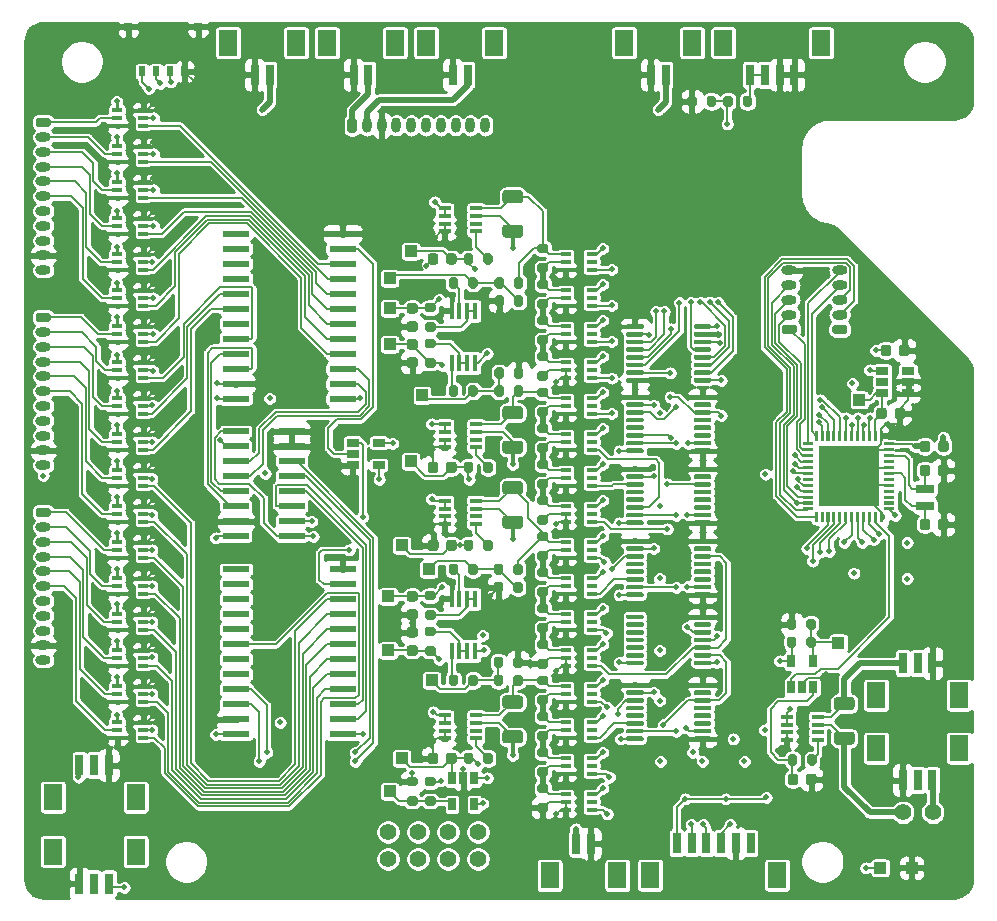
<source format=gbr>
%TF.GenerationSoftware,KiCad,Pcbnew,(5.1.10)-1*%
%TF.CreationDate,2023-08-20T09:24:48-05:00*%
%TF.ProjectId,brs_flight_computer,6272735f-666c-4696-9768-745f636f6d70,A*%
%TF.SameCoordinates,Original*%
%TF.FileFunction,Copper,L1,Top*%
%TF.FilePolarity,Positive*%
%FSLAX46Y46*%
G04 Gerber Fmt 4.6, Leading zero omitted, Abs format (unit mm)*
G04 Created by KiCad (PCBNEW (5.1.10)-1) date 2023-08-20 09:24:48*
%MOMM*%
%LPD*%
G01*
G04 APERTURE LIST*
%TA.AperFunction,SMDPad,CuDef*%
%ADD10R,1.000000X1.000000*%
%TD*%
%TA.AperFunction,ComponentPad*%
%ADD11O,0.800000X1.300000*%
%TD*%
%TA.AperFunction,ComponentPad*%
%ADD12C,1.400000*%
%TD*%
%TA.AperFunction,SMDPad,CuDef*%
%ADD13R,0.650000X1.060000*%
%TD*%
%TA.AperFunction,ComponentPad*%
%ADD14O,1.300000X0.800000*%
%TD*%
%TA.AperFunction,SMDPad,CuDef*%
%ADD15R,0.450000X1.450000*%
%TD*%
%TA.AperFunction,SMDPad,CuDef*%
%ADD16R,0.700000X1.800000*%
%TD*%
%TA.AperFunction,SMDPad,CuDef*%
%ADD17R,1.600000X2.200000*%
%TD*%
%TA.AperFunction,SMDPad,CuDef*%
%ADD18R,1.500000X0.800000*%
%TD*%
%TA.AperFunction,SMDPad,CuDef*%
%ADD19R,0.876300X0.355600*%
%TD*%
%TA.AperFunction,SMDPad,CuDef*%
%ADD20R,2.311400X0.558800*%
%TD*%
%TA.AperFunction,SMDPad,CuDef*%
%ADD21R,1.060000X0.650000*%
%TD*%
%TA.AperFunction,SMDPad,CuDef*%
%ADD22R,2.184400X0.558800*%
%TD*%
%TA.AperFunction,SMDPad,CuDef*%
%ADD23R,1.003300X0.457200*%
%TD*%
%TA.AperFunction,SMDPad,CuDef*%
%ADD24R,5.150000X5.150000*%
%TD*%
%TA.AperFunction,SMDPad,CuDef*%
%ADD25R,0.600000X0.850000*%
%TD*%
%TA.AperFunction,SMDPad,CuDef*%
%ADD26R,0.700000X0.800000*%
%TD*%
%TA.AperFunction,ViaPad*%
%ADD27C,0.508000*%
%TD*%
%TA.AperFunction,Conductor*%
%ADD28C,0.152400*%
%TD*%
%TA.AperFunction,Conductor*%
%ADD29C,0.508000*%
%TD*%
%TA.AperFunction,Conductor*%
%ADD30C,0.304800*%
%TD*%
%TA.AperFunction,Conductor*%
%ADD31C,0.254000*%
%TD*%
%TA.AperFunction,Conductor*%
%ADD32C,0.100000*%
%TD*%
G04 APERTURE END LIST*
%TO.P,C18,2*%
%TO.N,+3V3*%
%TA.AperFunction,SMDPad,CuDef*%
G36*
G01*
X187127000Y-98048000D02*
X187127000Y-98548000D01*
G75*
G02*
X186902000Y-98773000I-225000J0D01*
G01*
X186452000Y-98773000D01*
G75*
G02*
X186227000Y-98548000I0J225000D01*
G01*
X186227000Y-98048000D01*
G75*
G02*
X186452000Y-97823000I225000J0D01*
G01*
X186902000Y-97823000D01*
G75*
G02*
X187127000Y-98048000I0J-225000D01*
G01*
G37*
%TD.AperFunction*%
%TO.P,C18,1*%
%TO.N,GND*%
%TA.AperFunction,SMDPad,CuDef*%
G36*
G01*
X188677000Y-98048000D02*
X188677000Y-98548000D01*
G75*
G02*
X188452000Y-98773000I-225000J0D01*
G01*
X188002000Y-98773000D01*
G75*
G02*
X187777000Y-98548000I0J225000D01*
G01*
X187777000Y-98048000D01*
G75*
G02*
X188002000Y-97823000I225000J0D01*
G01*
X188452000Y-97823000D01*
G75*
G02*
X188677000Y-98048000I0J-225000D01*
G01*
G37*
%TD.AperFunction*%
%TD*%
D10*
%TO.P,TP11,1*%
%TO.N,Net-(R42-Pad2)*%
X182626000Y-123063000D03*
%TD*%
%TO.P,TP9,1*%
%TO.N,Net-(R4-Pad2)*%
X144653000Y-135636000D03*
%TD*%
D11*
%TO.P,J3,10*%
%TO.N,/Microcontroller/NC_V*%
X152728000Y-79248000D03*
%TO.P,J3,9*%
%TO.N,/Microcontroller/NO_V*%
X151478000Y-79248000D03*
%TO.P,J3,8*%
%TO.N,/Microcontroller/UNSET*%
X150228000Y-79248000D03*
%TO.P,J3,7*%
%TO.N,/Microcontroller/SET*%
X148978000Y-79248000D03*
%TO.P,J3,6*%
%TO.N,/Microcontroller/MAG_INT*%
X147728000Y-79248000D03*
%TO.P,J3,5*%
%TO.N,/Ground Switcher/SDA*%
X146478000Y-79248000D03*
%TO.P,J3,4*%
%TO.N,/Ground Switcher/SCL*%
X145228000Y-79248000D03*
%TO.P,J3,3*%
%TO.N,GND*%
X143978000Y-79248000D03*
%TO.P,J3,2*%
%TO.N,VPP*%
X142728000Y-79248000D03*
%TO.P,J3,1*%
%TO.N,VDDF*%
%TA.AperFunction,ComponentPad*%
G36*
G01*
X141078000Y-79698000D02*
X141078000Y-78798000D01*
G75*
G02*
X141278000Y-78598000I200000J0D01*
G01*
X141678000Y-78598000D01*
G75*
G02*
X141878000Y-78798000I0J-200000D01*
G01*
X141878000Y-79698000D01*
G75*
G02*
X141678000Y-79898000I-200000J0D01*
G01*
X141278000Y-79898000D01*
G75*
G02*
X141078000Y-79698000I0J200000D01*
G01*
G37*
%TD.AperFunction*%
%TD*%
D12*
%TO.P,TP24,2*%
%TO.N,Net-(R52-Pad2)*%
X188087000Y-137414000D03*
%TO.P,TP24,1*%
%TO.N,Net-(J5-Pad1)*%
X190627000Y-137414000D03*
%TD*%
%TO.P,TP17,2*%
%TO.N,Net-(R33-Pad1)*%
X152146000Y-141351000D03*
%TO.P,TP17,1*%
%TO.N,P3_CP*%
X149606000Y-141351000D03*
%TD*%
%TO.P,TP16,2*%
%TO.N,Net-(R32-Pad2)*%
X147066000Y-141351000D03*
%TO.P,TP16,1*%
%TO.N,P2_CP*%
X144526000Y-141351000D03*
%TD*%
%TO.P,TP7,2*%
%TO.N,Net-(R17-Pad1)*%
X147066000Y-139065000D03*
%TO.P,TP7,1*%
%TO.N,P1_CP*%
X144526000Y-139065000D03*
%TD*%
%TO.P,TP6,2*%
%TO.N,Net-(R16-Pad2)*%
X152146000Y-139065000D03*
%TO.P,TP6,1*%
%TO.N,/Curve Tracer/GAAS_POS*%
X149606000Y-139065000D03*
%TD*%
D10*
%TO.P,TP26,1*%
%TO.N,GND*%
X188849000Y-142113000D03*
%TD*%
%TO.P,TP25,1*%
%TO.N,+3V3*%
X186182000Y-142113000D03*
%TD*%
%TO.P,TP20,1*%
%TO.N,Net-(R31-Pad2)*%
X147955000Y-116840000D03*
%TD*%
%TO.P,TP18,1*%
%TO.N,Net-(R30-Pad2)*%
X147383500Y-102108000D03*
%TD*%
%TO.P,TP15,1*%
%TO.N,P_3_VOLTAGE*%
X144526000Y-119126000D03*
%TD*%
%TO.P,TP14,1*%
%TO.N,P_3_CURRENT*%
X145669000Y-114808000D03*
%TD*%
%TO.P,TP13,1*%
%TO.N,P_2_VOLTAGE*%
X144653000Y-97790000D03*
%TD*%
%TO.P,TP12,1*%
%TO.N,P_2_CURRENT*%
X146431000Y-107696000D03*
%TD*%
%TO.P,TP10,1*%
%TO.N,Net-(R15-Pad2)*%
X144653000Y-92202000D03*
%TD*%
%TO.P,TP8,1*%
%TO.N,Net-(R14-Pad2)*%
X148209000Y-126238000D03*
%TD*%
%TO.P,TP5,1*%
%TO.N,P_1_VOLTAGE*%
X144653000Y-94742000D03*
%TD*%
%TO.P,TP4,1*%
%TO.N,P_1_CURRENT*%
X146431000Y-89916000D03*
%TD*%
%TO.P,TP3,1*%
%TO.N,GAAS_VOLTAGE*%
X144526000Y-123698000D03*
%TD*%
%TO.P,TP2,1*%
%TO.N,GAAS_CURRENT*%
X145669000Y-132842000D03*
%TD*%
%TO.P,TP1,1*%
%TO.N,Net-(C111-Pad2)*%
X184404000Y-102489000D03*
%TD*%
D13*
%TO.P,U3,5*%
%TO.N,VBUS*%
X178628000Y-124630000D03*
%TO.P,U3,4*%
%TO.N,Net-(R42-Pad2)*%
X180528000Y-124630000D03*
%TO.P,U3,3*%
%TO.N,Net-(C42-Pad1)*%
X180528000Y-126830000D03*
%TO.P,U3,2*%
%TO.N,GND*%
X179578000Y-126830000D03*
%TO.P,U3,1*%
%TO.N,/Passive ADCS/PANEL_3_CURRENT*%
X178628000Y-126830000D03*
%TD*%
D14*
%TO.P,J2,5*%
%TO.N,GND*%
X178498500Y-91520000D03*
%TO.P,J2,4*%
%TO.N,PAYLOAD_RST*%
X178498500Y-92770000D03*
%TO.P,J2,3*%
%TO.N,TEST*%
X178498500Y-94020000D03*
%TO.P,J2,2*%
%TO.N,TCK*%
X178498500Y-95270000D03*
%TO.P,J2,1*%
%TO.N,TMS*%
%TA.AperFunction,ComponentPad*%
G36*
G01*
X178948500Y-96920000D02*
X178048500Y-96920000D01*
G75*
G02*
X177848500Y-96720000I0J200000D01*
G01*
X177848500Y-96320000D01*
G75*
G02*
X178048500Y-96120000I200000J0D01*
G01*
X178948500Y-96120000D01*
G75*
G02*
X179148500Y-96320000I0J-200000D01*
G01*
X179148500Y-96720000D01*
G75*
G02*
X178948500Y-96920000I-200000J0D01*
G01*
G37*
%TD.AperFunction*%
%TD*%
%TO.P,J1,5*%
%TO.N,TDI*%
X182753000Y-91520000D03*
%TO.P,J1,4*%
%TO.N,TDO*%
X182753000Y-92770000D03*
%TO.P,J1,3*%
%TO.N,TX_OUT*%
X182753000Y-94020000D03*
%TO.P,J1,2*%
%TO.N,RX_IN*%
X182753000Y-95270000D03*
%TO.P,J1,1*%
%TO.N,+3V3*%
%TA.AperFunction,ComponentPad*%
G36*
G01*
X183203000Y-96920000D02*
X182303000Y-96920000D01*
G75*
G02*
X182103000Y-96720000I0J200000D01*
G01*
X182103000Y-96320000D01*
G75*
G02*
X182303000Y-96120000I200000J0D01*
G01*
X183203000Y-96120000D01*
G75*
G02*
X183403000Y-96320000I0J-200000D01*
G01*
X183403000Y-96720000D01*
G75*
G02*
X183203000Y-96920000I-200000J0D01*
G01*
G37*
%TD.AperFunction*%
%TD*%
%TO.P,C111,2*%
%TO.N,Net-(C111-Pad2)*%
%TA.AperFunction,SMDPad,CuDef*%
G36*
G01*
X186746000Y-103382000D02*
X186746000Y-103882000D01*
G75*
G02*
X186521000Y-104107000I-225000J0D01*
G01*
X186071000Y-104107000D01*
G75*
G02*
X185846000Y-103882000I0J225000D01*
G01*
X185846000Y-103382000D01*
G75*
G02*
X186071000Y-103157000I225000J0D01*
G01*
X186521000Y-103157000D01*
G75*
G02*
X186746000Y-103382000I0J-225000D01*
G01*
G37*
%TD.AperFunction*%
%TO.P,C111,1*%
%TO.N,GND*%
%TA.AperFunction,SMDPad,CuDef*%
G36*
G01*
X188296000Y-103382000D02*
X188296000Y-103882000D01*
G75*
G02*
X188071000Y-104107000I-225000J0D01*
G01*
X187621000Y-104107000D01*
G75*
G02*
X187396000Y-103882000I0J225000D01*
G01*
X187396000Y-103382000D01*
G75*
G02*
X187621000Y-103157000I225000J0D01*
G01*
X188071000Y-103157000D01*
G75*
G02*
X188296000Y-103382000I0J-225000D01*
G01*
G37*
%TD.AperFunction*%
%TD*%
D15*
%TO.P,U2,8*%
%TO.N,VBUS*%
X151851000Y-123739000D03*
%TO.P,U2,7*%
%TO.N,Net-(R6-Pad2)*%
X151201000Y-123739000D03*
%TO.P,U2,6*%
X150551000Y-123739000D03*
%TO.P,U2,5*%
%TO.N,Net-(R14-Pad1)*%
X149901000Y-123739000D03*
%TO.P,U2,4*%
%TO.N,GND*%
X149901000Y-119339000D03*
%TO.P,U2,3*%
%TO.N,Net-(R31-Pad1)*%
X150551000Y-119339000D03*
%TO.P,U2,2*%
%TO.N,Net-(R23-Pad2)*%
X151201000Y-119339000D03*
%TO.P,U2,1*%
X151851000Y-119339000D03*
%TD*%
D16*
%TO.P,J8,3*%
%TO.N,GND*%
X190607000Y-124788000D03*
%TO.P,J8,2*%
%TO.N,Net-(J8-Pad2)*%
X189357000Y-124788000D03*
%TO.P,J8,1*%
%TO.N,Net-(J8-Pad1)*%
X188107000Y-124788000D03*
D17*
%TO.P,J8,MP*%
%TO.N,N/C*%
X185857000Y-127488000D03*
X192857000Y-127488000D03*
%TD*%
D16*
%TO.P,J5,3*%
%TO.N,GND*%
X188107000Y-134673000D03*
%TO.P,J5,2*%
%TO.N,Net-(J5-Pad2)*%
X189357000Y-134673000D03*
%TO.P,J5,1*%
%TO.N,Net-(J5-Pad1)*%
X190607000Y-134673000D03*
D17*
%TO.P,J5,MP*%
%TO.N,N/C*%
X192857000Y-131973000D03*
X185857000Y-131973000D03*
%TD*%
D14*
%TO.P,J14,11*%
%TO.N,VBUS*%
X115316000Y-108004000D03*
%TO.P,J14,10*%
%TO.N,GND*%
X115316000Y-106754000D03*
%TO.P,J14,9*%
%TO.N,/Ground Switcher/SCL*%
X115316000Y-105504000D03*
%TO.P,J14,8*%
%TO.N,/Ground Switcher/SDA*%
X115316000Y-104254000D03*
%TO.P,J14,7*%
%TO.N,P2_CP*%
X115316000Y-103004000D03*
%TO.P,J14,6*%
%TO.N,P2_P1*%
X115316000Y-101754000D03*
%TO.P,J14,5*%
%TO.N,P2_P2*%
X115316000Y-100504000D03*
%TO.P,J14,4*%
%TO.N,P2_P3*%
X115316000Y-99254000D03*
%TO.P,J14,3*%
%TO.N,P2_P6*%
X115316000Y-98004000D03*
%TO.P,J14,2*%
%TO.N,P2_P5*%
X115316000Y-96754000D03*
%TO.P,J14,1*%
%TO.N,P2_P4*%
%TA.AperFunction,ComponentPad*%
G36*
G01*
X114866000Y-95104000D02*
X115766000Y-95104000D01*
G75*
G02*
X115966000Y-95304000I0J-200000D01*
G01*
X115966000Y-95704000D01*
G75*
G02*
X115766000Y-95904000I-200000J0D01*
G01*
X114866000Y-95904000D01*
G75*
G02*
X114666000Y-95704000I0J200000D01*
G01*
X114666000Y-95304000D01*
G75*
G02*
X114866000Y-95104000I200000J0D01*
G01*
G37*
%TD.AperFunction*%
%TD*%
%TO.P,J13,11*%
%TO.N,VBUS*%
X115316000Y-91494000D03*
%TO.P,J13,10*%
%TO.N,GND*%
X115316000Y-90244000D03*
%TO.P,J13,9*%
%TO.N,/Ground Switcher/SCL*%
X115316000Y-88994000D03*
%TO.P,J13,8*%
%TO.N,/Ground Switcher/SDA*%
X115316000Y-87744000D03*
%TO.P,J13,7*%
%TO.N,P1_CP*%
X115316000Y-86494000D03*
%TO.P,J13,6*%
%TO.N,P1_P1*%
X115316000Y-85244000D03*
%TO.P,J13,5*%
%TO.N,P1_P2*%
X115316000Y-83994000D03*
%TO.P,J13,4*%
%TO.N,P1_P3*%
X115316000Y-82744000D03*
%TO.P,J13,3*%
%TO.N,P1_P6*%
X115316000Y-81494000D03*
%TO.P,J13,2*%
%TO.N,P1_P5*%
X115316000Y-80244000D03*
%TO.P,J13,1*%
%TO.N,P1_P4*%
%TA.AperFunction,ComponentPad*%
G36*
G01*
X114866000Y-78594000D02*
X115766000Y-78594000D01*
G75*
G02*
X115966000Y-78794000I0J-200000D01*
G01*
X115966000Y-79194000D01*
G75*
G02*
X115766000Y-79394000I-200000J0D01*
G01*
X114866000Y-79394000D01*
G75*
G02*
X114666000Y-79194000I0J200000D01*
G01*
X114666000Y-78794000D01*
G75*
G02*
X114866000Y-78594000I200000J0D01*
G01*
G37*
%TD.AperFunction*%
%TD*%
%TO.P,J10,11*%
%TO.N,VBUS*%
X115316000Y-124514000D03*
%TO.P,J10,10*%
%TO.N,GND*%
X115316000Y-123264000D03*
%TO.P,J10,9*%
%TO.N,/Ground Switcher/SCL*%
X115316000Y-122014000D03*
%TO.P,J10,8*%
%TO.N,/Ground Switcher/SDA*%
X115316000Y-120764000D03*
%TO.P,J10,7*%
%TO.N,P3_CP*%
X115316000Y-119514000D03*
%TO.P,J10,6*%
%TO.N,P3_P1*%
X115316000Y-118264000D03*
%TO.P,J10,5*%
%TO.N,P3_P2*%
X115316000Y-117014000D03*
%TO.P,J10,4*%
%TO.N,P3_P3*%
X115316000Y-115764000D03*
%TO.P,J10,3*%
%TO.N,P3_P6*%
X115316000Y-114514000D03*
%TO.P,J10,2*%
%TO.N,P3_P5*%
X115316000Y-113264000D03*
%TO.P,J10,1*%
%TO.N,P3_P4*%
%TA.AperFunction,ComponentPad*%
G36*
G01*
X114866000Y-111614000D02*
X115766000Y-111614000D01*
G75*
G02*
X115966000Y-111814000I0J-200000D01*
G01*
X115966000Y-112214000D01*
G75*
G02*
X115766000Y-112414000I-200000J0D01*
G01*
X114866000Y-112414000D01*
G75*
G02*
X114666000Y-112214000I0J200000D01*
G01*
X114666000Y-111814000D01*
G75*
G02*
X114866000Y-111614000I200000J0D01*
G01*
G37*
%TD.AperFunction*%
%TD*%
D18*
%TO.P,Y1,2*%
%TO.N,Net-(C12-Pad1)*%
X189992000Y-111494000D03*
%TO.P,Y1,1*%
%TO.N,Net-(C13-Pad2)*%
X189992000Y-109994000D03*
%TD*%
D19*
%TO.P,U59,6*%
%TO.N,GND*%
X121570750Y-131078999D03*
%TO.P,U59,5*%
%TO.N,P3_P1*%
X121570750Y-130429000D03*
%TO.P,U59,4*%
%TO.N,Net-(R73-Pad2)*%
X121570750Y-129779001D03*
%TO.P,U59,3*%
%TO.N,GND*%
X123793250Y-129779001D03*
%TO.P,U59,2*%
%TO.N,VBUS*%
X123793250Y-130429000D03*
%TO.P,U59,1*%
%TO.N,Net-(U41-Pad18)*%
X123793250Y-131078999D03*
%TD*%
%TO.P,U58,6*%
%TO.N,GND*%
X121570750Y-128030999D03*
%TO.P,U58,5*%
%TO.N,P3_P2*%
X121570750Y-127381000D03*
%TO.P,U58,4*%
%TO.N,Net-(R73-Pad2)*%
X121570750Y-126731001D03*
%TO.P,U58,3*%
%TO.N,GND*%
X123793250Y-126731001D03*
%TO.P,U58,2*%
%TO.N,VBUS*%
X123793250Y-127381000D03*
%TO.P,U58,1*%
%TO.N,Net-(U41-Pad4)*%
X123793250Y-128030999D03*
%TD*%
%TO.P,U57,6*%
%TO.N,GND*%
X121570750Y-124982999D03*
%TO.P,U57,5*%
%TO.N,P3_P3*%
X121570750Y-124333000D03*
%TO.P,U57,4*%
%TO.N,Net-(R73-Pad2)*%
X121570750Y-123683001D03*
%TO.P,U57,3*%
%TO.N,GND*%
X123793250Y-123683001D03*
%TO.P,U57,2*%
%TO.N,VBUS*%
X123793250Y-124333000D03*
%TO.P,U57,1*%
%TO.N,Net-(U41-Pad5)*%
X123793250Y-124982999D03*
%TD*%
%TO.P,U56,6*%
%TO.N,GND*%
X121570750Y-121934999D03*
%TO.P,U56,5*%
%TO.N,P3_P6*%
X121570750Y-121285000D03*
%TO.P,U56,4*%
%TO.N,Net-(R73-Pad2)*%
X121570750Y-120635001D03*
%TO.P,U56,3*%
%TO.N,GND*%
X123793250Y-120635001D03*
%TO.P,U56,2*%
%TO.N,VBUS*%
X123793250Y-121285000D03*
%TO.P,U56,1*%
%TO.N,Net-(U41-Pad6)*%
X123793250Y-121934999D03*
%TD*%
%TO.P,U55,6*%
%TO.N,GND*%
X121570750Y-118886999D03*
%TO.P,U55,5*%
%TO.N,P3_P5*%
X121570750Y-118237000D03*
%TO.P,U55,4*%
%TO.N,Net-(R73-Pad2)*%
X121570750Y-117587001D03*
%TO.P,U55,3*%
%TO.N,GND*%
X123793250Y-117587001D03*
%TO.P,U55,2*%
%TO.N,VBUS*%
X123793250Y-118237000D03*
%TO.P,U55,1*%
%TO.N,Net-(U41-Pad7)*%
X123793250Y-118886999D03*
%TD*%
%TO.P,U54,6*%
%TO.N,GND*%
X121570750Y-115838999D03*
%TO.P,U54,5*%
%TO.N,P3_P4*%
X121570750Y-115189000D03*
%TO.P,U54,4*%
%TO.N,Net-(R73-Pad2)*%
X121570750Y-114539001D03*
%TO.P,U54,3*%
%TO.N,GND*%
X123793250Y-114539001D03*
%TO.P,U54,2*%
%TO.N,VBUS*%
X123793250Y-115189000D03*
%TO.P,U54,1*%
%TO.N,Net-(U41-Pad8)*%
X123793250Y-115838999D03*
%TD*%
%TO.P,U53,6*%
%TO.N,GND*%
X121570750Y-109742999D03*
%TO.P,U53,5*%
%TO.N,P2_P2*%
X121570750Y-109093000D03*
%TO.P,U53,4*%
%TO.N,Net-(R72-Pad2)*%
X121570750Y-108443001D03*
%TO.P,U53,3*%
%TO.N,GND*%
X123793250Y-108443001D03*
%TO.P,U53,2*%
%TO.N,VBUS*%
X123793250Y-109093000D03*
%TO.P,U53,1*%
%TO.N,Net-(U41-Pad10)*%
X123793250Y-109742999D03*
%TD*%
%TO.P,U52,6*%
%TO.N,GND*%
X121570750Y-112790999D03*
%TO.P,U52,5*%
%TO.N,P2_P1*%
X121570750Y-112141000D03*
%TO.P,U52,4*%
%TO.N,Net-(R72-Pad2)*%
X121570750Y-111491001D03*
%TO.P,U52,3*%
%TO.N,GND*%
X123793250Y-111491001D03*
%TO.P,U52,2*%
%TO.N,VBUS*%
X123793250Y-112141000D03*
%TO.P,U52,1*%
%TO.N,Net-(U41-Pad9)*%
X123793250Y-112790999D03*
%TD*%
%TO.P,U51,6*%
%TO.N,GND*%
X121570750Y-100598999D03*
%TO.P,U51,5*%
%TO.N,P2_P5*%
X121570750Y-99949000D03*
%TO.P,U51,4*%
%TO.N,Net-(R72-Pad2)*%
X121570750Y-99299001D03*
%TO.P,U51,3*%
%TO.N,GND*%
X123793250Y-99299001D03*
%TO.P,U51,2*%
%TO.N,VBUS*%
X123793250Y-99949000D03*
%TO.P,U51,1*%
%TO.N,Net-(U40-Pad20)*%
X123793250Y-100598999D03*
%TD*%
%TO.P,U50,6*%
%TO.N,GND*%
X121570750Y-103646999D03*
%TO.P,U50,5*%
%TO.N,P2_P6*%
X121570750Y-102997000D03*
%TO.P,U50,4*%
%TO.N,Net-(R72-Pad2)*%
X121570750Y-102347001D03*
%TO.P,U50,3*%
%TO.N,GND*%
X123793250Y-102347001D03*
%TO.P,U50,2*%
%TO.N,VBUS*%
X123793250Y-102997000D03*
%TO.P,U50,1*%
%TO.N,Net-(U40-Pad17)*%
X123793250Y-103646999D03*
%TD*%
%TO.P,U49,6*%
%TO.N,GND*%
X121570750Y-106694999D03*
%TO.P,U49,5*%
%TO.N,P2_P3*%
X121570750Y-106045000D03*
%TO.P,U49,4*%
%TO.N,Net-(R72-Pad2)*%
X121570750Y-105395001D03*
%TO.P,U49,3*%
%TO.N,GND*%
X123793250Y-105395001D03*
%TO.P,U49,2*%
%TO.N,VBUS*%
X123793250Y-106045000D03*
%TO.P,U49,1*%
%TO.N,Net-(U40-Pad18)*%
X123793250Y-106694999D03*
%TD*%
%TO.P,U48,6*%
%TO.N,GND*%
X121570750Y-97550999D03*
%TO.P,U48,5*%
%TO.N,P2_P4*%
X121570750Y-96901000D03*
%TO.P,U48,4*%
%TO.N,Net-(R72-Pad2)*%
X121570750Y-96251001D03*
%TO.P,U48,3*%
%TO.N,GND*%
X123793250Y-96251001D03*
%TO.P,U48,2*%
%TO.N,VBUS*%
X123793250Y-96901000D03*
%TO.P,U48,1*%
%TO.N,Net-(U40-Pad4)*%
X123793250Y-97550999D03*
%TD*%
%TO.P,U47,6*%
%TO.N,GND*%
X121570750Y-94502999D03*
%TO.P,U47,5*%
%TO.N,P1_P1*%
X121570750Y-93853000D03*
%TO.P,U47,4*%
%TO.N,Net-(R71-Pad2)*%
X121570750Y-93203001D03*
%TO.P,U47,3*%
%TO.N,GND*%
X123793250Y-93203001D03*
%TO.P,U47,2*%
%TO.N,VBUS*%
X123793250Y-93853000D03*
%TO.P,U47,1*%
%TO.N,Net-(U40-Pad5)*%
X123793250Y-94502999D03*
%TD*%
%TO.P,U46,6*%
%TO.N,GND*%
X121570750Y-91454999D03*
%TO.P,U46,5*%
%TO.N,P1_P2*%
X121570750Y-90805000D03*
%TO.P,U46,4*%
%TO.N,Net-(R71-Pad2)*%
X121570750Y-90155001D03*
%TO.P,U46,3*%
%TO.N,GND*%
X123793250Y-90155001D03*
%TO.P,U46,2*%
%TO.N,VBUS*%
X123793250Y-90805000D03*
%TO.P,U46,1*%
%TO.N,Net-(U40-Pad6)*%
X123793250Y-91454999D03*
%TD*%
%TO.P,U45,6*%
%TO.N,GND*%
X121570750Y-88406999D03*
%TO.P,U45,5*%
%TO.N,P1_P3*%
X121570750Y-87757000D03*
%TO.P,U45,4*%
%TO.N,Net-(R71-Pad2)*%
X121570750Y-87107001D03*
%TO.P,U45,3*%
%TO.N,GND*%
X123793250Y-87107001D03*
%TO.P,U45,2*%
%TO.N,VBUS*%
X123793250Y-87757000D03*
%TO.P,U45,1*%
%TO.N,Net-(U40-Pad7)*%
X123793250Y-88406999D03*
%TD*%
%TO.P,U44,6*%
%TO.N,GND*%
X121570750Y-85358999D03*
%TO.P,U44,5*%
%TO.N,P1_P6*%
X121570750Y-84709000D03*
%TO.P,U44,4*%
%TO.N,Net-(R71-Pad2)*%
X121570750Y-84059001D03*
%TO.P,U44,3*%
%TO.N,GND*%
X123793250Y-84059001D03*
%TO.P,U44,2*%
%TO.N,VBUS*%
X123793250Y-84709000D03*
%TO.P,U44,1*%
%TO.N,Net-(U40-Pad8)*%
X123793250Y-85358999D03*
%TD*%
%TO.P,U43,6*%
%TO.N,GND*%
X121570750Y-79262999D03*
%TO.P,U43,5*%
%TO.N,P1_P4*%
X121570750Y-78613000D03*
%TO.P,U43,4*%
%TO.N,Net-(R71-Pad2)*%
X121570750Y-77963001D03*
%TO.P,U43,3*%
%TO.N,GND*%
X123793250Y-77963001D03*
%TO.P,U43,2*%
%TO.N,VBUS*%
X123793250Y-78613000D03*
%TO.P,U43,1*%
%TO.N,Net-(U40-Pad10)*%
X123793250Y-79262999D03*
%TD*%
%TO.P,U42,6*%
%TO.N,GND*%
X121570750Y-82310999D03*
%TO.P,U42,5*%
%TO.N,P1_P5*%
X121570750Y-81661000D03*
%TO.P,U42,4*%
%TO.N,Net-(R71-Pad2)*%
X121570750Y-81011001D03*
%TO.P,U42,3*%
%TO.N,GND*%
X123793250Y-81011001D03*
%TO.P,U42,2*%
%TO.N,VBUS*%
X123793250Y-81661000D03*
%TO.P,U42,1*%
%TO.N,Net-(U40-Pad9)*%
X123793250Y-82310999D03*
%TD*%
D20*
%TO.P,U41,24*%
%TO.N,VBUS*%
X131622800Y-130810000D03*
%TO.P,U41,23*%
%TO.N,GND*%
X131622800Y-129540000D03*
%TO.P,U41,22*%
%TO.N,Net-(U38-Pad6)*%
X131622800Y-128270000D03*
%TO.P,U41,21*%
%TO.N,Net-(U38-Pad5)*%
X131622800Y-127000000D03*
%TO.P,U41,20*%
%TO.N,Net-(U41-Pad20)*%
X131622800Y-125730000D03*
%TO.P,U41,19*%
%TO.N,Net-(U41-Pad19)*%
X131622800Y-124460000D03*
%TO.P,U41,18*%
%TO.N,Net-(U41-Pad18)*%
X131622800Y-123190000D03*
%TO.P,U41,17*%
%TO.N,Net-(U41-Pad17)*%
X131622800Y-121920000D03*
%TO.P,U41,16*%
%TO.N,Net-(U41-Pad16)*%
X131622800Y-120650000D03*
%TO.P,U41,15*%
%TO.N,Net-(U41-Pad15)*%
X131622800Y-119380000D03*
%TO.P,U41,14*%
%TO.N,Net-(U41-Pad14)*%
X131622800Y-118110000D03*
%TO.P,U41,13*%
%TO.N,Net-(U41-Pad13)*%
X131622800Y-116840000D03*
%TO.P,U41,12*%
%TO.N,GND*%
X140665200Y-116840000D03*
%TO.P,U41,11*%
%TO.N,Net-(U39-Pad1)*%
X140665200Y-118110000D03*
%TO.P,U41,10*%
%TO.N,Net-(U41-Pad10)*%
X140665200Y-119380000D03*
%TO.P,U41,9*%
%TO.N,Net-(U41-Pad9)*%
X140665200Y-120650000D03*
%TO.P,U41,8*%
%TO.N,Net-(U41-Pad8)*%
X140665200Y-121920000D03*
%TO.P,U41,7*%
%TO.N,Net-(U41-Pad7)*%
X140665200Y-123190000D03*
%TO.P,U41,6*%
%TO.N,Net-(U41-Pad6)*%
X140665200Y-124460000D03*
%TO.P,U41,5*%
%TO.N,Net-(U41-Pad5)*%
X140665200Y-125730000D03*
%TO.P,U41,4*%
%TO.N,Net-(U41-Pad4)*%
X140665200Y-127000000D03*
%TO.P,U41,3*%
%TO.N,Net-(U38-Pad4)*%
X140665200Y-128270000D03*
%TO.P,U41,2*%
%TO.N,Net-(U38-Pad3)*%
X140665200Y-129540000D03*
%TO.P,U41,1*%
%TO.N,VBUS*%
X140665200Y-130810000D03*
%TD*%
%TO.P,U40,24*%
%TO.N,VBUS*%
X131622800Y-102400800D03*
%TO.P,U40,23*%
%TO.N,GND*%
X131622800Y-101130800D03*
%TO.P,U40,22*%
%TO.N,Net-(U38-Pad14)*%
X131622800Y-99860800D03*
%TO.P,U40,21*%
%TO.N,Net-(U38-Pad13)*%
X131622800Y-98590800D03*
%TO.P,U40,20*%
%TO.N,Net-(U40-Pad20)*%
X131622800Y-97320800D03*
%TO.P,U40,19*%
%TO.N,Net-(U40-Pad19)*%
X131622800Y-96050800D03*
%TO.P,U40,18*%
%TO.N,Net-(U40-Pad18)*%
X131622800Y-94780800D03*
%TO.P,U40,17*%
%TO.N,Net-(U40-Pad17)*%
X131622800Y-93510800D03*
%TO.P,U40,16*%
%TO.N,Net-(U40-Pad16)*%
X131622800Y-92240800D03*
%TO.P,U40,15*%
%TO.N,Net-(U40-Pad15)*%
X131622800Y-90970800D03*
%TO.P,U40,14*%
%TO.N,Net-(U40-Pad14)*%
X131622800Y-89700800D03*
%TO.P,U40,13*%
%TO.N,Net-(U40-Pad13)*%
X131622800Y-88430800D03*
%TO.P,U40,12*%
%TO.N,GND*%
X140665200Y-88430800D03*
%TO.P,U40,11*%
%TO.N,Net-(U39-Pad2)*%
X140665200Y-89700800D03*
%TO.P,U40,10*%
%TO.N,Net-(U40-Pad10)*%
X140665200Y-90970800D03*
%TO.P,U40,9*%
%TO.N,Net-(U40-Pad9)*%
X140665200Y-92240800D03*
%TO.P,U40,8*%
%TO.N,Net-(U40-Pad8)*%
X140665200Y-93510800D03*
%TO.P,U40,7*%
%TO.N,Net-(U40-Pad7)*%
X140665200Y-94780800D03*
%TO.P,U40,6*%
%TO.N,Net-(U40-Pad6)*%
X140665200Y-96050800D03*
%TO.P,U40,5*%
%TO.N,Net-(U40-Pad5)*%
X140665200Y-97320800D03*
%TO.P,U40,4*%
%TO.N,Net-(U40-Pad4)*%
X140665200Y-98590800D03*
%TO.P,U40,3*%
%TO.N,Net-(U38-Pad12)*%
X140665200Y-99860800D03*
%TO.P,U40,2*%
%TO.N,Net-(U38-Pad11)*%
X140665200Y-101130800D03*
%TO.P,U40,1*%
%TO.N,VBUS*%
X140665200Y-102400800D03*
%TD*%
D21*
%TO.P,U39,5*%
%TO.N,VBUS*%
X143721000Y-106111000D03*
%TO.P,U39,4*%
%TO.N,/Ground Switcher/MUX_GOOD*%
X143721000Y-108011000D03*
%TO.P,U39,3*%
%TO.N,GND*%
X141521000Y-108011000D03*
%TO.P,U39,2*%
%TO.N,Net-(U39-Pad2)*%
X141521000Y-107061000D03*
%TO.P,U39,1*%
%TO.N,Net-(U39-Pad1)*%
X141521000Y-106111000D03*
%TD*%
D22*
%TO.P,U38,16*%
%TO.N,VBUS*%
X131622800Y-114046000D03*
%TO.P,U38,15*%
%TO.N,GND*%
X131622800Y-112776000D03*
%TO.P,U38,14*%
%TO.N,Net-(U38-Pad14)*%
X131622800Y-111506000D03*
%TO.P,U38,13*%
%TO.N,Net-(U38-Pad13)*%
X131622800Y-110236000D03*
%TO.P,U38,12*%
%TO.N,Net-(U38-Pad12)*%
X131622800Y-108966000D03*
%TO.P,U38,11*%
%TO.N,Net-(U38-Pad11)*%
X131622800Y-107696000D03*
%TO.P,U38,10*%
%TO.N,VBUS*%
X131622800Y-106426000D03*
%TO.P,U38,9*%
%TO.N,/Ground Switcher/MUX_CLOCK*%
X131622800Y-105156000D03*
%TO.P,U38,8*%
%TO.N,GND*%
X136347200Y-105156000D03*
%TO.P,U38,7*%
X136347200Y-106426000D03*
%TO.P,U38,6*%
%TO.N,Net-(U38-Pad6)*%
X136347200Y-107696000D03*
%TO.P,U38,5*%
%TO.N,Net-(U38-Pad5)*%
X136347200Y-108966000D03*
%TO.P,U38,4*%
%TO.N,Net-(U38-Pad4)*%
X136347200Y-110236000D03*
%TO.P,U38,3*%
%TO.N,Net-(U38-Pad3)*%
X136347200Y-111506000D03*
%TO.P,U38,2*%
%TO.N,VBUS*%
X136347200Y-112776000D03*
%TO.P,U38,1*%
%TO.N,/Ground Switcher/MUX_CLOCK*%
X136347200Y-114046000D03*
%TD*%
D19*
%TO.P,U37,6*%
%TO.N,+3V3*%
X161766250Y-135875001D03*
%TO.P,U37,5*%
%TO.N,Net-(U37-Pad5)*%
X161766250Y-136525000D03*
%TO.P,U37,4*%
%TO.N,Net-(U36-Pad6)*%
X161766250Y-137174999D03*
%TO.P,U37,3*%
%TO.N,GND*%
X159543750Y-137174999D03*
%TO.P,U37,2*%
X159543750Y-136525000D03*
%TO.P,U37,1*%
%TO.N,Net-(R69-Pad1)*%
X159543750Y-135875001D03*
%TD*%
%TO.P,U36,16*%
%TO.N,+3V3*%
%TA.AperFunction,SMDPad,CuDef*%
G36*
G01*
X166150000Y-131080000D02*
X166150000Y-131280000D01*
G75*
G02*
X166050000Y-131380000I-100000J0D01*
G01*
X164775000Y-131380000D01*
G75*
G02*
X164675000Y-131280000I0J100000D01*
G01*
X164675000Y-131080000D01*
G75*
G02*
X164775000Y-130980000I100000J0D01*
G01*
X166050000Y-130980000D01*
G75*
G02*
X166150000Y-131080000I0J-100000D01*
G01*
G37*
%TD.AperFunction*%
%TO.P,U36,15*%
%TO.N,/Microcontroller/LADDER_CLOCK*%
%TA.AperFunction,SMDPad,CuDef*%
G36*
G01*
X166150000Y-130430000D02*
X166150000Y-130630000D01*
G75*
G02*
X166050000Y-130730000I-100000J0D01*
G01*
X164775000Y-130730000D01*
G75*
G02*
X164675000Y-130630000I0J100000D01*
G01*
X164675000Y-130430000D01*
G75*
G02*
X164775000Y-130330000I100000J0D01*
G01*
X166050000Y-130330000D01*
G75*
G02*
X166150000Y-130430000I0J-100000D01*
G01*
G37*
%TD.AperFunction*%
%TO.P,U36,14*%
%TO.N,Net-(U34-Pad4)*%
%TA.AperFunction,SMDPad,CuDef*%
G36*
G01*
X166150000Y-129780000D02*
X166150000Y-129980000D01*
G75*
G02*
X166050000Y-130080000I-100000J0D01*
G01*
X164775000Y-130080000D01*
G75*
G02*
X164675000Y-129980000I0J100000D01*
G01*
X164675000Y-129780000D01*
G75*
G02*
X164775000Y-129680000I100000J0D01*
G01*
X166050000Y-129680000D01*
G75*
G02*
X166150000Y-129780000I0J-100000D01*
G01*
G37*
%TD.AperFunction*%
%TO.P,U36,13*%
%TO.N,Net-(U36-Pad13)*%
%TA.AperFunction,SMDPad,CuDef*%
G36*
G01*
X166150000Y-129130000D02*
X166150000Y-129330000D01*
G75*
G02*
X166050000Y-129430000I-100000J0D01*
G01*
X164775000Y-129430000D01*
G75*
G02*
X164675000Y-129330000I0J100000D01*
G01*
X164675000Y-129130000D01*
G75*
G02*
X164775000Y-129030000I100000J0D01*
G01*
X166050000Y-129030000D01*
G75*
G02*
X166150000Y-129130000I0J-100000D01*
G01*
G37*
%TD.AperFunction*%
%TO.P,U36,12*%
%TO.N,Net-(U36-Pad12)*%
%TA.AperFunction,SMDPad,CuDef*%
G36*
G01*
X166150000Y-128480000D02*
X166150000Y-128680000D01*
G75*
G02*
X166050000Y-128780000I-100000J0D01*
G01*
X164775000Y-128780000D01*
G75*
G02*
X164675000Y-128680000I0J100000D01*
G01*
X164675000Y-128480000D01*
G75*
G02*
X164775000Y-128380000I100000J0D01*
G01*
X166050000Y-128380000D01*
G75*
G02*
X166150000Y-128480000I0J-100000D01*
G01*
G37*
%TD.AperFunction*%
%TO.P,U36,11*%
%TO.N,Net-(U35-Pad4)*%
%TA.AperFunction,SMDPad,CuDef*%
G36*
G01*
X166150000Y-127830000D02*
X166150000Y-128030000D01*
G75*
G02*
X166050000Y-128130000I-100000J0D01*
G01*
X164775000Y-128130000D01*
G75*
G02*
X164675000Y-128030000I0J100000D01*
G01*
X164675000Y-127830000D01*
G75*
G02*
X164775000Y-127730000I100000J0D01*
G01*
X166050000Y-127730000D01*
G75*
G02*
X166150000Y-127830000I0J-100000D01*
G01*
G37*
%TD.AperFunction*%
%TO.P,U36,10*%
%TO.N,/Microcontroller/TRACE_DIR*%
%TA.AperFunction,SMDPad,CuDef*%
G36*
G01*
X166150000Y-127180000D02*
X166150000Y-127380000D01*
G75*
G02*
X166050000Y-127480000I-100000J0D01*
G01*
X164775000Y-127480000D01*
G75*
G02*
X164675000Y-127380000I0J100000D01*
G01*
X164675000Y-127180000D01*
G75*
G02*
X164775000Y-127080000I100000J0D01*
G01*
X166050000Y-127080000D01*
G75*
G02*
X166150000Y-127180000I0J-100000D01*
G01*
G37*
%TD.AperFunction*%
%TO.P,U36,9*%
%TO.N,GND*%
%TA.AperFunction,SMDPad,CuDef*%
G36*
G01*
X166150000Y-126530000D02*
X166150000Y-126730000D01*
G75*
G02*
X166050000Y-126830000I-100000J0D01*
G01*
X164775000Y-126830000D01*
G75*
G02*
X164675000Y-126730000I0J100000D01*
G01*
X164675000Y-126530000D01*
G75*
G02*
X164775000Y-126430000I100000J0D01*
G01*
X166050000Y-126430000D01*
G75*
G02*
X166150000Y-126530000I0J-100000D01*
G01*
G37*
%TD.AperFunction*%
%TO.P,U36,8*%
%TA.AperFunction,SMDPad,CuDef*%
G36*
G01*
X171875000Y-126530000D02*
X171875000Y-126730000D01*
G75*
G02*
X171775000Y-126830000I-100000J0D01*
G01*
X170500000Y-126830000D01*
G75*
G02*
X170400000Y-126730000I0J100000D01*
G01*
X170400000Y-126530000D01*
G75*
G02*
X170500000Y-126430000I100000J0D01*
G01*
X171775000Y-126430000D01*
G75*
G02*
X171875000Y-126530000I0J-100000D01*
G01*
G37*
%TD.AperFunction*%
%TO.P,U36,7*%
%TO.N,Net-(U36-Pad7)*%
%TA.AperFunction,SMDPad,CuDef*%
G36*
G01*
X171875000Y-127180000D02*
X171875000Y-127380000D01*
G75*
G02*
X171775000Y-127480000I-100000J0D01*
G01*
X170500000Y-127480000D01*
G75*
G02*
X170400000Y-127380000I0J100000D01*
G01*
X170400000Y-127180000D01*
G75*
G02*
X170500000Y-127080000I100000J0D01*
G01*
X171775000Y-127080000D01*
G75*
G02*
X171875000Y-127180000I0J-100000D01*
G01*
G37*
%TD.AperFunction*%
%TO.P,U36,6*%
%TO.N,Net-(U36-Pad6)*%
%TA.AperFunction,SMDPad,CuDef*%
G36*
G01*
X171875000Y-127830000D02*
X171875000Y-128030000D01*
G75*
G02*
X171775000Y-128130000I-100000J0D01*
G01*
X170500000Y-128130000D01*
G75*
G02*
X170400000Y-128030000I0J100000D01*
G01*
X170400000Y-127830000D01*
G75*
G02*
X170500000Y-127730000I100000J0D01*
G01*
X171775000Y-127730000D01*
G75*
G02*
X171875000Y-127830000I0J-100000D01*
G01*
G37*
%TD.AperFunction*%
%TO.P,U36,5*%
%TO.N,Net-(U36-Pad5)*%
%TA.AperFunction,SMDPad,CuDef*%
G36*
G01*
X171875000Y-128480000D02*
X171875000Y-128680000D01*
G75*
G02*
X171775000Y-128780000I-100000J0D01*
G01*
X170500000Y-128780000D01*
G75*
G02*
X170400000Y-128680000I0J100000D01*
G01*
X170400000Y-128480000D01*
G75*
G02*
X170500000Y-128380000I100000J0D01*
G01*
X171775000Y-128380000D01*
G75*
G02*
X171875000Y-128480000I0J-100000D01*
G01*
G37*
%TD.AperFunction*%
%TO.P,U36,4*%
%TO.N,Net-(U36-Pad4)*%
%TA.AperFunction,SMDPad,CuDef*%
G36*
G01*
X171875000Y-129130000D02*
X171875000Y-129330000D01*
G75*
G02*
X171775000Y-129430000I-100000J0D01*
G01*
X170500000Y-129430000D01*
G75*
G02*
X170400000Y-129330000I0J100000D01*
G01*
X170400000Y-129130000D01*
G75*
G02*
X170500000Y-129030000I100000J0D01*
G01*
X171775000Y-129030000D01*
G75*
G02*
X171875000Y-129130000I0J-100000D01*
G01*
G37*
%TD.AperFunction*%
%TO.P,U36,3*%
%TO.N,Net-(U36-Pad3)*%
%TA.AperFunction,SMDPad,CuDef*%
G36*
G01*
X171875000Y-129780000D02*
X171875000Y-129980000D01*
G75*
G02*
X171775000Y-130080000I-100000J0D01*
G01*
X170500000Y-130080000D01*
G75*
G02*
X170400000Y-129980000I0J100000D01*
G01*
X170400000Y-129780000D01*
G75*
G02*
X170500000Y-129680000I100000J0D01*
G01*
X171775000Y-129680000D01*
G75*
G02*
X171875000Y-129780000I0J-100000D01*
G01*
G37*
%TD.AperFunction*%
%TO.P,U36,2*%
%TO.N,Net-(U33-Pad4)*%
%TA.AperFunction,SMDPad,CuDef*%
G36*
G01*
X171875000Y-130430000D02*
X171875000Y-130630000D01*
G75*
G02*
X171775000Y-130730000I-100000J0D01*
G01*
X170500000Y-130730000D01*
G75*
G02*
X170400000Y-130630000I0J100000D01*
G01*
X170400000Y-130430000D01*
G75*
G02*
X170500000Y-130330000I100000J0D01*
G01*
X171775000Y-130330000D01*
G75*
G02*
X171875000Y-130430000I0J-100000D01*
G01*
G37*
%TD.AperFunction*%
%TO.P,U36,1*%
%TO.N,GND*%
%TA.AperFunction,SMDPad,CuDef*%
G36*
G01*
X171875000Y-131080000D02*
X171875000Y-131280000D01*
G75*
G02*
X171775000Y-131380000I-100000J0D01*
G01*
X170500000Y-131380000D01*
G75*
G02*
X170400000Y-131280000I0J100000D01*
G01*
X170400000Y-131080000D01*
G75*
G02*
X170500000Y-130980000I100000J0D01*
G01*
X171775000Y-130980000D01*
G75*
G02*
X171875000Y-131080000I0J-100000D01*
G01*
G37*
%TD.AperFunction*%
%TD*%
%TO.P,U35,6*%
%TO.N,+3V3*%
X161766250Y-132827001D03*
%TO.P,U35,5*%
%TO.N,Net-(U35-Pad5)*%
X161766250Y-133477000D03*
%TO.P,U35,4*%
%TO.N,Net-(U35-Pad4)*%
X161766250Y-134126999D03*
%TO.P,U35,3*%
%TO.N,GND*%
X159543750Y-134126999D03*
%TO.P,U35,2*%
%TO.N,Net-(R69-Pad1)*%
X159543750Y-133477000D03*
%TO.P,U35,1*%
%TO.N,Net-(R68-Pad1)*%
X159543750Y-132827001D03*
%TD*%
%TO.P,U34,6*%
%TO.N,+3V3*%
X161766250Y-129779001D03*
%TO.P,U34,5*%
%TO.N,Net-(U34-Pad5)*%
X161766250Y-130429000D03*
%TO.P,U34,4*%
%TO.N,Net-(U34-Pad4)*%
X161766250Y-131078999D03*
%TO.P,U34,3*%
%TO.N,GND*%
X159543750Y-131078999D03*
%TO.P,U34,2*%
%TO.N,Net-(R68-Pad1)*%
X159543750Y-130429000D03*
%TO.P,U34,1*%
%TO.N,Net-(R67-Pad1)*%
X159543750Y-129779001D03*
%TD*%
%TO.P,U33,6*%
%TO.N,+3V3*%
X161766250Y-126731001D03*
%TO.P,U33,5*%
%TO.N,Net-(U33-Pad5)*%
X161766250Y-127381000D03*
%TO.P,U33,4*%
%TO.N,Net-(U33-Pad4)*%
X161766250Y-128030999D03*
%TO.P,U33,3*%
%TO.N,GND*%
X159543750Y-128030999D03*
%TO.P,U33,2*%
%TO.N,Net-(R67-Pad1)*%
X159543750Y-127381000D03*
%TO.P,U33,1*%
%TO.N,/Curve Tracer/GAAS_LADDER*%
X159543750Y-126731001D03*
%TD*%
%TO.P,U32,6*%
%TO.N,VBUS*%
X161766250Y-123683001D03*
%TO.P,U32,5*%
%TO.N,Net-(U32-Pad5)*%
X161766250Y-124333000D03*
%TO.P,U32,4*%
%TO.N,Net-(U31-Pad6)*%
X161766250Y-124982999D03*
%TO.P,U32,3*%
%TO.N,GND*%
X159543750Y-124982999D03*
%TO.P,U32,2*%
X159543750Y-124333000D03*
%TO.P,U32,1*%
%TO.N,Net-(R65-Pad1)*%
X159543750Y-123683001D03*
%TD*%
%TO.P,U31,16*%
%TO.N,VBUS*%
%TA.AperFunction,SMDPad,CuDef*%
G36*
G01*
X166150000Y-118888000D02*
X166150000Y-119088000D01*
G75*
G02*
X166050000Y-119188000I-100000J0D01*
G01*
X164775000Y-119188000D01*
G75*
G02*
X164675000Y-119088000I0J100000D01*
G01*
X164675000Y-118888000D01*
G75*
G02*
X164775000Y-118788000I100000J0D01*
G01*
X166050000Y-118788000D01*
G75*
G02*
X166150000Y-118888000I0J-100000D01*
G01*
G37*
%TD.AperFunction*%
%TO.P,U31,15*%
%TO.N,/Microcontroller/LADDER_CLOCK*%
%TA.AperFunction,SMDPad,CuDef*%
G36*
G01*
X166150000Y-118238000D02*
X166150000Y-118438000D01*
G75*
G02*
X166050000Y-118538000I-100000J0D01*
G01*
X164775000Y-118538000D01*
G75*
G02*
X164675000Y-118438000I0J100000D01*
G01*
X164675000Y-118238000D01*
G75*
G02*
X164775000Y-118138000I100000J0D01*
G01*
X166050000Y-118138000D01*
G75*
G02*
X166150000Y-118238000I0J-100000D01*
G01*
G37*
%TD.AperFunction*%
%TO.P,U31,14*%
%TO.N,Net-(U29-Pad4)*%
%TA.AperFunction,SMDPad,CuDef*%
G36*
G01*
X166150000Y-117588000D02*
X166150000Y-117788000D01*
G75*
G02*
X166050000Y-117888000I-100000J0D01*
G01*
X164775000Y-117888000D01*
G75*
G02*
X164675000Y-117788000I0J100000D01*
G01*
X164675000Y-117588000D01*
G75*
G02*
X164775000Y-117488000I100000J0D01*
G01*
X166050000Y-117488000D01*
G75*
G02*
X166150000Y-117588000I0J-100000D01*
G01*
G37*
%TD.AperFunction*%
%TO.P,U31,13*%
%TO.N,Net-(U31-Pad13)*%
%TA.AperFunction,SMDPad,CuDef*%
G36*
G01*
X166150000Y-116938000D02*
X166150000Y-117138000D01*
G75*
G02*
X166050000Y-117238000I-100000J0D01*
G01*
X164775000Y-117238000D01*
G75*
G02*
X164675000Y-117138000I0J100000D01*
G01*
X164675000Y-116938000D01*
G75*
G02*
X164775000Y-116838000I100000J0D01*
G01*
X166050000Y-116838000D01*
G75*
G02*
X166150000Y-116938000I0J-100000D01*
G01*
G37*
%TD.AperFunction*%
%TO.P,U31,12*%
%TO.N,Net-(U31-Pad12)*%
%TA.AperFunction,SMDPad,CuDef*%
G36*
G01*
X166150000Y-116288000D02*
X166150000Y-116488000D01*
G75*
G02*
X166050000Y-116588000I-100000J0D01*
G01*
X164775000Y-116588000D01*
G75*
G02*
X164675000Y-116488000I0J100000D01*
G01*
X164675000Y-116288000D01*
G75*
G02*
X164775000Y-116188000I100000J0D01*
G01*
X166050000Y-116188000D01*
G75*
G02*
X166150000Y-116288000I0J-100000D01*
G01*
G37*
%TD.AperFunction*%
%TO.P,U31,11*%
%TO.N,Net-(U30-Pad4)*%
%TA.AperFunction,SMDPad,CuDef*%
G36*
G01*
X166150000Y-115638000D02*
X166150000Y-115838000D01*
G75*
G02*
X166050000Y-115938000I-100000J0D01*
G01*
X164775000Y-115938000D01*
G75*
G02*
X164675000Y-115838000I0J100000D01*
G01*
X164675000Y-115638000D01*
G75*
G02*
X164775000Y-115538000I100000J0D01*
G01*
X166050000Y-115538000D01*
G75*
G02*
X166150000Y-115638000I0J-100000D01*
G01*
G37*
%TD.AperFunction*%
%TO.P,U31,10*%
%TO.N,/Microcontroller/TRACE_DIR*%
%TA.AperFunction,SMDPad,CuDef*%
G36*
G01*
X166150000Y-114988000D02*
X166150000Y-115188000D01*
G75*
G02*
X166050000Y-115288000I-100000J0D01*
G01*
X164775000Y-115288000D01*
G75*
G02*
X164675000Y-115188000I0J100000D01*
G01*
X164675000Y-114988000D01*
G75*
G02*
X164775000Y-114888000I100000J0D01*
G01*
X166050000Y-114888000D01*
G75*
G02*
X166150000Y-114988000I0J-100000D01*
G01*
G37*
%TD.AperFunction*%
%TO.P,U31,9*%
%TO.N,GND*%
%TA.AperFunction,SMDPad,CuDef*%
G36*
G01*
X166150000Y-114338000D02*
X166150000Y-114538000D01*
G75*
G02*
X166050000Y-114638000I-100000J0D01*
G01*
X164775000Y-114638000D01*
G75*
G02*
X164675000Y-114538000I0J100000D01*
G01*
X164675000Y-114338000D01*
G75*
G02*
X164775000Y-114238000I100000J0D01*
G01*
X166050000Y-114238000D01*
G75*
G02*
X166150000Y-114338000I0J-100000D01*
G01*
G37*
%TD.AperFunction*%
%TO.P,U31,8*%
%TA.AperFunction,SMDPad,CuDef*%
G36*
G01*
X171875000Y-114338000D02*
X171875000Y-114538000D01*
G75*
G02*
X171775000Y-114638000I-100000J0D01*
G01*
X170500000Y-114638000D01*
G75*
G02*
X170400000Y-114538000I0J100000D01*
G01*
X170400000Y-114338000D01*
G75*
G02*
X170500000Y-114238000I100000J0D01*
G01*
X171775000Y-114238000D01*
G75*
G02*
X171875000Y-114338000I0J-100000D01*
G01*
G37*
%TD.AperFunction*%
%TO.P,U31,7*%
%TO.N,Net-(U31-Pad7)*%
%TA.AperFunction,SMDPad,CuDef*%
G36*
G01*
X171875000Y-114988000D02*
X171875000Y-115188000D01*
G75*
G02*
X171775000Y-115288000I-100000J0D01*
G01*
X170500000Y-115288000D01*
G75*
G02*
X170400000Y-115188000I0J100000D01*
G01*
X170400000Y-114988000D01*
G75*
G02*
X170500000Y-114888000I100000J0D01*
G01*
X171775000Y-114888000D01*
G75*
G02*
X171875000Y-114988000I0J-100000D01*
G01*
G37*
%TD.AperFunction*%
%TO.P,U31,6*%
%TO.N,Net-(U31-Pad6)*%
%TA.AperFunction,SMDPad,CuDef*%
G36*
G01*
X171875000Y-115638000D02*
X171875000Y-115838000D01*
G75*
G02*
X171775000Y-115938000I-100000J0D01*
G01*
X170500000Y-115938000D01*
G75*
G02*
X170400000Y-115838000I0J100000D01*
G01*
X170400000Y-115638000D01*
G75*
G02*
X170500000Y-115538000I100000J0D01*
G01*
X171775000Y-115538000D01*
G75*
G02*
X171875000Y-115638000I0J-100000D01*
G01*
G37*
%TD.AperFunction*%
%TO.P,U31,5*%
%TO.N,Net-(U31-Pad5)*%
%TA.AperFunction,SMDPad,CuDef*%
G36*
G01*
X171875000Y-116288000D02*
X171875000Y-116488000D01*
G75*
G02*
X171775000Y-116588000I-100000J0D01*
G01*
X170500000Y-116588000D01*
G75*
G02*
X170400000Y-116488000I0J100000D01*
G01*
X170400000Y-116288000D01*
G75*
G02*
X170500000Y-116188000I100000J0D01*
G01*
X171775000Y-116188000D01*
G75*
G02*
X171875000Y-116288000I0J-100000D01*
G01*
G37*
%TD.AperFunction*%
%TO.P,U31,4*%
%TO.N,Net-(U31-Pad4)*%
%TA.AperFunction,SMDPad,CuDef*%
G36*
G01*
X171875000Y-116938000D02*
X171875000Y-117138000D01*
G75*
G02*
X171775000Y-117238000I-100000J0D01*
G01*
X170500000Y-117238000D01*
G75*
G02*
X170400000Y-117138000I0J100000D01*
G01*
X170400000Y-116938000D01*
G75*
G02*
X170500000Y-116838000I100000J0D01*
G01*
X171775000Y-116838000D01*
G75*
G02*
X171875000Y-116938000I0J-100000D01*
G01*
G37*
%TD.AperFunction*%
%TO.P,U31,3*%
%TO.N,Net-(U31-Pad3)*%
%TA.AperFunction,SMDPad,CuDef*%
G36*
G01*
X171875000Y-117588000D02*
X171875000Y-117788000D01*
G75*
G02*
X171775000Y-117888000I-100000J0D01*
G01*
X170500000Y-117888000D01*
G75*
G02*
X170400000Y-117788000I0J100000D01*
G01*
X170400000Y-117588000D01*
G75*
G02*
X170500000Y-117488000I100000J0D01*
G01*
X171775000Y-117488000D01*
G75*
G02*
X171875000Y-117588000I0J-100000D01*
G01*
G37*
%TD.AperFunction*%
%TO.P,U31,2*%
%TO.N,Net-(U28-Pad4)*%
%TA.AperFunction,SMDPad,CuDef*%
G36*
G01*
X171875000Y-118238000D02*
X171875000Y-118438000D01*
G75*
G02*
X171775000Y-118538000I-100000J0D01*
G01*
X170500000Y-118538000D01*
G75*
G02*
X170400000Y-118438000I0J100000D01*
G01*
X170400000Y-118238000D01*
G75*
G02*
X170500000Y-118138000I100000J0D01*
G01*
X171775000Y-118138000D01*
G75*
G02*
X171875000Y-118238000I0J-100000D01*
G01*
G37*
%TD.AperFunction*%
%TO.P,U31,1*%
%TO.N,GND*%
%TA.AperFunction,SMDPad,CuDef*%
G36*
G01*
X171875000Y-118888000D02*
X171875000Y-119088000D01*
G75*
G02*
X171775000Y-119188000I-100000J0D01*
G01*
X170500000Y-119188000D01*
G75*
G02*
X170400000Y-119088000I0J100000D01*
G01*
X170400000Y-118888000D01*
G75*
G02*
X170500000Y-118788000I100000J0D01*
G01*
X171775000Y-118788000D01*
G75*
G02*
X171875000Y-118888000I0J-100000D01*
G01*
G37*
%TD.AperFunction*%
%TD*%
%TO.P,U30,6*%
%TO.N,VBUS*%
X161766250Y-120635001D03*
%TO.P,U30,5*%
%TO.N,Net-(U30-Pad5)*%
X161766250Y-121285000D03*
%TO.P,U30,4*%
%TO.N,Net-(U30-Pad4)*%
X161766250Y-121934999D03*
%TO.P,U30,3*%
%TO.N,GND*%
X159543750Y-121934999D03*
%TO.P,U30,2*%
%TO.N,Net-(R65-Pad1)*%
X159543750Y-121285000D03*
%TO.P,U30,1*%
%TO.N,Net-(R64-Pad1)*%
X159543750Y-120635001D03*
%TD*%
%TO.P,U29,6*%
%TO.N,VBUS*%
X161766250Y-117587001D03*
%TO.P,U29,5*%
%TO.N,Net-(U29-Pad5)*%
X161766250Y-118237000D03*
%TO.P,U29,4*%
%TO.N,Net-(U29-Pad4)*%
X161766250Y-118886999D03*
%TO.P,U29,3*%
%TO.N,GND*%
X159543750Y-118886999D03*
%TO.P,U29,2*%
%TO.N,Net-(R64-Pad1)*%
X159543750Y-118237000D03*
%TO.P,U29,1*%
%TO.N,Net-(R63-Pad1)*%
X159543750Y-117587001D03*
%TD*%
%TO.P,U28,6*%
%TO.N,VBUS*%
X161766250Y-114539001D03*
%TO.P,U28,5*%
%TO.N,Net-(U28-Pad5)*%
X161766250Y-115189000D03*
%TO.P,U28,4*%
%TO.N,Net-(U28-Pad4)*%
X161766250Y-115838999D03*
%TO.P,U28,3*%
%TO.N,GND*%
X159543750Y-115838999D03*
%TO.P,U28,2*%
%TO.N,Net-(R63-Pad1)*%
X159543750Y-115189000D03*
%TO.P,U28,1*%
%TO.N,/Curve Tracer/P_3_LADDER*%
X159543750Y-114539001D03*
%TD*%
%TO.P,U27,6*%
%TO.N,VBUS*%
X161766250Y-111491001D03*
%TO.P,U27,5*%
%TO.N,Net-(U27-Pad5)*%
X161766250Y-112141000D03*
%TO.P,U27,4*%
%TO.N,Net-(U26-Pad6)*%
X161766250Y-112790999D03*
%TO.P,U27,3*%
%TO.N,GND*%
X159543750Y-112790999D03*
%TO.P,U27,2*%
X159543750Y-112141000D03*
%TO.P,U27,1*%
%TO.N,Net-(R61-Pad1)*%
X159543750Y-111491001D03*
%TD*%
%TO.P,U26,16*%
%TO.N,VBUS*%
%TA.AperFunction,SMDPad,CuDef*%
G36*
G01*
X166150000Y-112792000D02*
X166150000Y-112992000D01*
G75*
G02*
X166050000Y-113092000I-100000J0D01*
G01*
X164775000Y-113092000D01*
G75*
G02*
X164675000Y-112992000I0J100000D01*
G01*
X164675000Y-112792000D01*
G75*
G02*
X164775000Y-112692000I100000J0D01*
G01*
X166050000Y-112692000D01*
G75*
G02*
X166150000Y-112792000I0J-100000D01*
G01*
G37*
%TD.AperFunction*%
%TO.P,U26,15*%
%TO.N,/Microcontroller/LADDER_CLOCK*%
%TA.AperFunction,SMDPad,CuDef*%
G36*
G01*
X166150000Y-112142000D02*
X166150000Y-112342000D01*
G75*
G02*
X166050000Y-112442000I-100000J0D01*
G01*
X164775000Y-112442000D01*
G75*
G02*
X164675000Y-112342000I0J100000D01*
G01*
X164675000Y-112142000D01*
G75*
G02*
X164775000Y-112042000I100000J0D01*
G01*
X166050000Y-112042000D01*
G75*
G02*
X166150000Y-112142000I0J-100000D01*
G01*
G37*
%TD.AperFunction*%
%TO.P,U26,14*%
%TO.N,Net-(U24-Pad4)*%
%TA.AperFunction,SMDPad,CuDef*%
G36*
G01*
X166150000Y-111492000D02*
X166150000Y-111692000D01*
G75*
G02*
X166050000Y-111792000I-100000J0D01*
G01*
X164775000Y-111792000D01*
G75*
G02*
X164675000Y-111692000I0J100000D01*
G01*
X164675000Y-111492000D01*
G75*
G02*
X164775000Y-111392000I100000J0D01*
G01*
X166050000Y-111392000D01*
G75*
G02*
X166150000Y-111492000I0J-100000D01*
G01*
G37*
%TD.AperFunction*%
%TO.P,U26,13*%
%TO.N,Net-(U26-Pad13)*%
%TA.AperFunction,SMDPad,CuDef*%
G36*
G01*
X166150000Y-110842000D02*
X166150000Y-111042000D01*
G75*
G02*
X166050000Y-111142000I-100000J0D01*
G01*
X164775000Y-111142000D01*
G75*
G02*
X164675000Y-111042000I0J100000D01*
G01*
X164675000Y-110842000D01*
G75*
G02*
X164775000Y-110742000I100000J0D01*
G01*
X166050000Y-110742000D01*
G75*
G02*
X166150000Y-110842000I0J-100000D01*
G01*
G37*
%TD.AperFunction*%
%TO.P,U26,12*%
%TO.N,Net-(U26-Pad12)*%
%TA.AperFunction,SMDPad,CuDef*%
G36*
G01*
X166150000Y-110192000D02*
X166150000Y-110392000D01*
G75*
G02*
X166050000Y-110492000I-100000J0D01*
G01*
X164775000Y-110492000D01*
G75*
G02*
X164675000Y-110392000I0J100000D01*
G01*
X164675000Y-110192000D01*
G75*
G02*
X164775000Y-110092000I100000J0D01*
G01*
X166050000Y-110092000D01*
G75*
G02*
X166150000Y-110192000I0J-100000D01*
G01*
G37*
%TD.AperFunction*%
%TO.P,U26,11*%
%TO.N,Net-(U25-Pad4)*%
%TA.AperFunction,SMDPad,CuDef*%
G36*
G01*
X166150000Y-109542000D02*
X166150000Y-109742000D01*
G75*
G02*
X166050000Y-109842000I-100000J0D01*
G01*
X164775000Y-109842000D01*
G75*
G02*
X164675000Y-109742000I0J100000D01*
G01*
X164675000Y-109542000D01*
G75*
G02*
X164775000Y-109442000I100000J0D01*
G01*
X166050000Y-109442000D01*
G75*
G02*
X166150000Y-109542000I0J-100000D01*
G01*
G37*
%TD.AperFunction*%
%TO.P,U26,10*%
%TO.N,/Microcontroller/TRACE_DIR*%
%TA.AperFunction,SMDPad,CuDef*%
G36*
G01*
X166150000Y-108892000D02*
X166150000Y-109092000D01*
G75*
G02*
X166050000Y-109192000I-100000J0D01*
G01*
X164775000Y-109192000D01*
G75*
G02*
X164675000Y-109092000I0J100000D01*
G01*
X164675000Y-108892000D01*
G75*
G02*
X164775000Y-108792000I100000J0D01*
G01*
X166050000Y-108792000D01*
G75*
G02*
X166150000Y-108892000I0J-100000D01*
G01*
G37*
%TD.AperFunction*%
%TO.P,U26,9*%
%TO.N,GND*%
%TA.AperFunction,SMDPad,CuDef*%
G36*
G01*
X166150000Y-108242000D02*
X166150000Y-108442000D01*
G75*
G02*
X166050000Y-108542000I-100000J0D01*
G01*
X164775000Y-108542000D01*
G75*
G02*
X164675000Y-108442000I0J100000D01*
G01*
X164675000Y-108242000D01*
G75*
G02*
X164775000Y-108142000I100000J0D01*
G01*
X166050000Y-108142000D01*
G75*
G02*
X166150000Y-108242000I0J-100000D01*
G01*
G37*
%TD.AperFunction*%
%TO.P,U26,8*%
%TA.AperFunction,SMDPad,CuDef*%
G36*
G01*
X171875000Y-108242000D02*
X171875000Y-108442000D01*
G75*
G02*
X171775000Y-108542000I-100000J0D01*
G01*
X170500000Y-108542000D01*
G75*
G02*
X170400000Y-108442000I0J100000D01*
G01*
X170400000Y-108242000D01*
G75*
G02*
X170500000Y-108142000I100000J0D01*
G01*
X171775000Y-108142000D01*
G75*
G02*
X171875000Y-108242000I0J-100000D01*
G01*
G37*
%TD.AperFunction*%
%TO.P,U26,7*%
%TO.N,Net-(U26-Pad7)*%
%TA.AperFunction,SMDPad,CuDef*%
G36*
G01*
X171875000Y-108892000D02*
X171875000Y-109092000D01*
G75*
G02*
X171775000Y-109192000I-100000J0D01*
G01*
X170500000Y-109192000D01*
G75*
G02*
X170400000Y-109092000I0J100000D01*
G01*
X170400000Y-108892000D01*
G75*
G02*
X170500000Y-108792000I100000J0D01*
G01*
X171775000Y-108792000D01*
G75*
G02*
X171875000Y-108892000I0J-100000D01*
G01*
G37*
%TD.AperFunction*%
%TO.P,U26,6*%
%TO.N,Net-(U26-Pad6)*%
%TA.AperFunction,SMDPad,CuDef*%
G36*
G01*
X171875000Y-109542000D02*
X171875000Y-109742000D01*
G75*
G02*
X171775000Y-109842000I-100000J0D01*
G01*
X170500000Y-109842000D01*
G75*
G02*
X170400000Y-109742000I0J100000D01*
G01*
X170400000Y-109542000D01*
G75*
G02*
X170500000Y-109442000I100000J0D01*
G01*
X171775000Y-109442000D01*
G75*
G02*
X171875000Y-109542000I0J-100000D01*
G01*
G37*
%TD.AperFunction*%
%TO.P,U26,5*%
%TO.N,Net-(U26-Pad5)*%
%TA.AperFunction,SMDPad,CuDef*%
G36*
G01*
X171875000Y-110192000D02*
X171875000Y-110392000D01*
G75*
G02*
X171775000Y-110492000I-100000J0D01*
G01*
X170500000Y-110492000D01*
G75*
G02*
X170400000Y-110392000I0J100000D01*
G01*
X170400000Y-110192000D01*
G75*
G02*
X170500000Y-110092000I100000J0D01*
G01*
X171775000Y-110092000D01*
G75*
G02*
X171875000Y-110192000I0J-100000D01*
G01*
G37*
%TD.AperFunction*%
%TO.P,U26,4*%
%TO.N,Net-(U26-Pad4)*%
%TA.AperFunction,SMDPad,CuDef*%
G36*
G01*
X171875000Y-110842000D02*
X171875000Y-111042000D01*
G75*
G02*
X171775000Y-111142000I-100000J0D01*
G01*
X170500000Y-111142000D01*
G75*
G02*
X170400000Y-111042000I0J100000D01*
G01*
X170400000Y-110842000D01*
G75*
G02*
X170500000Y-110742000I100000J0D01*
G01*
X171775000Y-110742000D01*
G75*
G02*
X171875000Y-110842000I0J-100000D01*
G01*
G37*
%TD.AperFunction*%
%TO.P,U26,3*%
%TO.N,Net-(U26-Pad3)*%
%TA.AperFunction,SMDPad,CuDef*%
G36*
G01*
X171875000Y-111492000D02*
X171875000Y-111692000D01*
G75*
G02*
X171775000Y-111792000I-100000J0D01*
G01*
X170500000Y-111792000D01*
G75*
G02*
X170400000Y-111692000I0J100000D01*
G01*
X170400000Y-111492000D01*
G75*
G02*
X170500000Y-111392000I100000J0D01*
G01*
X171775000Y-111392000D01*
G75*
G02*
X171875000Y-111492000I0J-100000D01*
G01*
G37*
%TD.AperFunction*%
%TO.P,U26,2*%
%TO.N,Net-(U23-Pad4)*%
%TA.AperFunction,SMDPad,CuDef*%
G36*
G01*
X171875000Y-112142000D02*
X171875000Y-112342000D01*
G75*
G02*
X171775000Y-112442000I-100000J0D01*
G01*
X170500000Y-112442000D01*
G75*
G02*
X170400000Y-112342000I0J100000D01*
G01*
X170400000Y-112142000D01*
G75*
G02*
X170500000Y-112042000I100000J0D01*
G01*
X171775000Y-112042000D01*
G75*
G02*
X171875000Y-112142000I0J-100000D01*
G01*
G37*
%TD.AperFunction*%
%TO.P,U26,1*%
%TO.N,GND*%
%TA.AperFunction,SMDPad,CuDef*%
G36*
G01*
X171875000Y-112792000D02*
X171875000Y-112992000D01*
G75*
G02*
X171775000Y-113092000I-100000J0D01*
G01*
X170500000Y-113092000D01*
G75*
G02*
X170400000Y-112992000I0J100000D01*
G01*
X170400000Y-112792000D01*
G75*
G02*
X170500000Y-112692000I100000J0D01*
G01*
X171775000Y-112692000D01*
G75*
G02*
X171875000Y-112792000I0J-100000D01*
G01*
G37*
%TD.AperFunction*%
%TD*%
%TO.P,U25,6*%
%TO.N,VBUS*%
X161766250Y-108443001D03*
%TO.P,U25,5*%
%TO.N,Net-(U25-Pad5)*%
X161766250Y-109093000D03*
%TO.P,U25,4*%
%TO.N,Net-(U25-Pad4)*%
X161766250Y-109742999D03*
%TO.P,U25,3*%
%TO.N,GND*%
X159543750Y-109742999D03*
%TO.P,U25,2*%
%TO.N,Net-(R61-Pad1)*%
X159543750Y-109093000D03*
%TO.P,U25,1*%
%TO.N,Net-(R60-Pad1)*%
X159543750Y-108443001D03*
%TD*%
%TO.P,U24,6*%
%TO.N,VBUS*%
X161766250Y-105395001D03*
%TO.P,U24,5*%
%TO.N,Net-(U24-Pad5)*%
X161766250Y-106045000D03*
%TO.P,U24,4*%
%TO.N,Net-(U24-Pad4)*%
X161766250Y-106694999D03*
%TO.P,U24,3*%
%TO.N,GND*%
X159543750Y-106694999D03*
%TO.P,U24,2*%
%TO.N,Net-(R60-Pad1)*%
X159543750Y-106045000D03*
%TO.P,U24,1*%
%TO.N,Net-(R59-Pad1)*%
X159543750Y-105395001D03*
%TD*%
%TO.P,U23,6*%
%TO.N,VBUS*%
X161766250Y-102347001D03*
%TO.P,U23,5*%
%TO.N,Net-(U23-Pad5)*%
X161766250Y-102997000D03*
%TO.P,U23,4*%
%TO.N,Net-(U23-Pad4)*%
X161766250Y-103646999D03*
%TO.P,U23,3*%
%TO.N,GND*%
X159543750Y-103646999D03*
%TO.P,U23,2*%
%TO.N,Net-(R59-Pad1)*%
X159543750Y-102997000D03*
%TO.P,U23,1*%
%TO.N,/Curve Tracer/P_2_LADDER*%
X159543750Y-102347001D03*
%TD*%
%TO.P,U22,6*%
%TO.N,VBUS*%
X161766250Y-99299001D03*
%TO.P,U22,5*%
%TO.N,Net-(U22-Pad5)*%
X161766250Y-99949000D03*
%TO.P,U22,4*%
%TO.N,Net-(U21-Pad6)*%
X161766250Y-100598999D03*
%TO.P,U22,3*%
%TO.N,GND*%
X159543750Y-100598999D03*
%TO.P,U22,2*%
X159543750Y-99949000D03*
%TO.P,U22,1*%
%TO.N,Net-(R57-Pad1)*%
X159543750Y-99299001D03*
%TD*%
%TO.P,U21,16*%
%TO.N,VBUS*%
%TA.AperFunction,SMDPad,CuDef*%
G36*
G01*
X166150000Y-106696000D02*
X166150000Y-106896000D01*
G75*
G02*
X166050000Y-106996000I-100000J0D01*
G01*
X164775000Y-106996000D01*
G75*
G02*
X164675000Y-106896000I0J100000D01*
G01*
X164675000Y-106696000D01*
G75*
G02*
X164775000Y-106596000I100000J0D01*
G01*
X166050000Y-106596000D01*
G75*
G02*
X166150000Y-106696000I0J-100000D01*
G01*
G37*
%TD.AperFunction*%
%TO.P,U21,15*%
%TO.N,/Microcontroller/LADDER_CLOCK*%
%TA.AperFunction,SMDPad,CuDef*%
G36*
G01*
X166150000Y-106046000D02*
X166150000Y-106246000D01*
G75*
G02*
X166050000Y-106346000I-100000J0D01*
G01*
X164775000Y-106346000D01*
G75*
G02*
X164675000Y-106246000I0J100000D01*
G01*
X164675000Y-106046000D01*
G75*
G02*
X164775000Y-105946000I100000J0D01*
G01*
X166050000Y-105946000D01*
G75*
G02*
X166150000Y-106046000I0J-100000D01*
G01*
G37*
%TD.AperFunction*%
%TO.P,U21,14*%
%TO.N,Net-(U19-Pad4)*%
%TA.AperFunction,SMDPad,CuDef*%
G36*
G01*
X166150000Y-105396000D02*
X166150000Y-105596000D01*
G75*
G02*
X166050000Y-105696000I-100000J0D01*
G01*
X164775000Y-105696000D01*
G75*
G02*
X164675000Y-105596000I0J100000D01*
G01*
X164675000Y-105396000D01*
G75*
G02*
X164775000Y-105296000I100000J0D01*
G01*
X166050000Y-105296000D01*
G75*
G02*
X166150000Y-105396000I0J-100000D01*
G01*
G37*
%TD.AperFunction*%
%TO.P,U21,13*%
%TO.N,Net-(U21-Pad13)*%
%TA.AperFunction,SMDPad,CuDef*%
G36*
G01*
X166150000Y-104746000D02*
X166150000Y-104946000D01*
G75*
G02*
X166050000Y-105046000I-100000J0D01*
G01*
X164775000Y-105046000D01*
G75*
G02*
X164675000Y-104946000I0J100000D01*
G01*
X164675000Y-104746000D01*
G75*
G02*
X164775000Y-104646000I100000J0D01*
G01*
X166050000Y-104646000D01*
G75*
G02*
X166150000Y-104746000I0J-100000D01*
G01*
G37*
%TD.AperFunction*%
%TO.P,U21,12*%
%TO.N,Net-(U21-Pad12)*%
%TA.AperFunction,SMDPad,CuDef*%
G36*
G01*
X166150000Y-104096000D02*
X166150000Y-104296000D01*
G75*
G02*
X166050000Y-104396000I-100000J0D01*
G01*
X164775000Y-104396000D01*
G75*
G02*
X164675000Y-104296000I0J100000D01*
G01*
X164675000Y-104096000D01*
G75*
G02*
X164775000Y-103996000I100000J0D01*
G01*
X166050000Y-103996000D01*
G75*
G02*
X166150000Y-104096000I0J-100000D01*
G01*
G37*
%TD.AperFunction*%
%TO.P,U21,11*%
%TO.N,Net-(U20-Pad4)*%
%TA.AperFunction,SMDPad,CuDef*%
G36*
G01*
X166150000Y-103446000D02*
X166150000Y-103646000D01*
G75*
G02*
X166050000Y-103746000I-100000J0D01*
G01*
X164775000Y-103746000D01*
G75*
G02*
X164675000Y-103646000I0J100000D01*
G01*
X164675000Y-103446000D01*
G75*
G02*
X164775000Y-103346000I100000J0D01*
G01*
X166050000Y-103346000D01*
G75*
G02*
X166150000Y-103446000I0J-100000D01*
G01*
G37*
%TD.AperFunction*%
%TO.P,U21,10*%
%TO.N,/Microcontroller/TRACE_DIR*%
%TA.AperFunction,SMDPad,CuDef*%
G36*
G01*
X166150000Y-102796000D02*
X166150000Y-102996000D01*
G75*
G02*
X166050000Y-103096000I-100000J0D01*
G01*
X164775000Y-103096000D01*
G75*
G02*
X164675000Y-102996000I0J100000D01*
G01*
X164675000Y-102796000D01*
G75*
G02*
X164775000Y-102696000I100000J0D01*
G01*
X166050000Y-102696000D01*
G75*
G02*
X166150000Y-102796000I0J-100000D01*
G01*
G37*
%TD.AperFunction*%
%TO.P,U21,9*%
%TO.N,GND*%
%TA.AperFunction,SMDPad,CuDef*%
G36*
G01*
X166150000Y-102146000D02*
X166150000Y-102346000D01*
G75*
G02*
X166050000Y-102446000I-100000J0D01*
G01*
X164775000Y-102446000D01*
G75*
G02*
X164675000Y-102346000I0J100000D01*
G01*
X164675000Y-102146000D01*
G75*
G02*
X164775000Y-102046000I100000J0D01*
G01*
X166050000Y-102046000D01*
G75*
G02*
X166150000Y-102146000I0J-100000D01*
G01*
G37*
%TD.AperFunction*%
%TO.P,U21,8*%
%TA.AperFunction,SMDPad,CuDef*%
G36*
G01*
X171875000Y-102146000D02*
X171875000Y-102346000D01*
G75*
G02*
X171775000Y-102446000I-100000J0D01*
G01*
X170500000Y-102446000D01*
G75*
G02*
X170400000Y-102346000I0J100000D01*
G01*
X170400000Y-102146000D01*
G75*
G02*
X170500000Y-102046000I100000J0D01*
G01*
X171775000Y-102046000D01*
G75*
G02*
X171875000Y-102146000I0J-100000D01*
G01*
G37*
%TD.AperFunction*%
%TO.P,U21,7*%
%TO.N,Net-(U21-Pad7)*%
%TA.AperFunction,SMDPad,CuDef*%
G36*
G01*
X171875000Y-102796000D02*
X171875000Y-102996000D01*
G75*
G02*
X171775000Y-103096000I-100000J0D01*
G01*
X170500000Y-103096000D01*
G75*
G02*
X170400000Y-102996000I0J100000D01*
G01*
X170400000Y-102796000D01*
G75*
G02*
X170500000Y-102696000I100000J0D01*
G01*
X171775000Y-102696000D01*
G75*
G02*
X171875000Y-102796000I0J-100000D01*
G01*
G37*
%TD.AperFunction*%
%TO.P,U21,6*%
%TO.N,Net-(U21-Pad6)*%
%TA.AperFunction,SMDPad,CuDef*%
G36*
G01*
X171875000Y-103446000D02*
X171875000Y-103646000D01*
G75*
G02*
X171775000Y-103746000I-100000J0D01*
G01*
X170500000Y-103746000D01*
G75*
G02*
X170400000Y-103646000I0J100000D01*
G01*
X170400000Y-103446000D01*
G75*
G02*
X170500000Y-103346000I100000J0D01*
G01*
X171775000Y-103346000D01*
G75*
G02*
X171875000Y-103446000I0J-100000D01*
G01*
G37*
%TD.AperFunction*%
%TO.P,U21,5*%
%TO.N,Net-(U21-Pad5)*%
%TA.AperFunction,SMDPad,CuDef*%
G36*
G01*
X171875000Y-104096000D02*
X171875000Y-104296000D01*
G75*
G02*
X171775000Y-104396000I-100000J0D01*
G01*
X170500000Y-104396000D01*
G75*
G02*
X170400000Y-104296000I0J100000D01*
G01*
X170400000Y-104096000D01*
G75*
G02*
X170500000Y-103996000I100000J0D01*
G01*
X171775000Y-103996000D01*
G75*
G02*
X171875000Y-104096000I0J-100000D01*
G01*
G37*
%TD.AperFunction*%
%TO.P,U21,4*%
%TO.N,Net-(U21-Pad4)*%
%TA.AperFunction,SMDPad,CuDef*%
G36*
G01*
X171875000Y-104746000D02*
X171875000Y-104946000D01*
G75*
G02*
X171775000Y-105046000I-100000J0D01*
G01*
X170500000Y-105046000D01*
G75*
G02*
X170400000Y-104946000I0J100000D01*
G01*
X170400000Y-104746000D01*
G75*
G02*
X170500000Y-104646000I100000J0D01*
G01*
X171775000Y-104646000D01*
G75*
G02*
X171875000Y-104746000I0J-100000D01*
G01*
G37*
%TD.AperFunction*%
%TO.P,U21,3*%
%TO.N,Net-(U21-Pad3)*%
%TA.AperFunction,SMDPad,CuDef*%
G36*
G01*
X171875000Y-105396000D02*
X171875000Y-105596000D01*
G75*
G02*
X171775000Y-105696000I-100000J0D01*
G01*
X170500000Y-105696000D01*
G75*
G02*
X170400000Y-105596000I0J100000D01*
G01*
X170400000Y-105396000D01*
G75*
G02*
X170500000Y-105296000I100000J0D01*
G01*
X171775000Y-105296000D01*
G75*
G02*
X171875000Y-105396000I0J-100000D01*
G01*
G37*
%TD.AperFunction*%
%TO.P,U21,2*%
%TO.N,Net-(U18-Pad4)*%
%TA.AperFunction,SMDPad,CuDef*%
G36*
G01*
X171875000Y-106046000D02*
X171875000Y-106246000D01*
G75*
G02*
X171775000Y-106346000I-100000J0D01*
G01*
X170500000Y-106346000D01*
G75*
G02*
X170400000Y-106246000I0J100000D01*
G01*
X170400000Y-106046000D01*
G75*
G02*
X170500000Y-105946000I100000J0D01*
G01*
X171775000Y-105946000D01*
G75*
G02*
X171875000Y-106046000I0J-100000D01*
G01*
G37*
%TD.AperFunction*%
%TO.P,U21,1*%
%TO.N,GND*%
%TA.AperFunction,SMDPad,CuDef*%
G36*
G01*
X171875000Y-106696000D02*
X171875000Y-106896000D01*
G75*
G02*
X171775000Y-106996000I-100000J0D01*
G01*
X170500000Y-106996000D01*
G75*
G02*
X170400000Y-106896000I0J100000D01*
G01*
X170400000Y-106696000D01*
G75*
G02*
X170500000Y-106596000I100000J0D01*
G01*
X171775000Y-106596000D01*
G75*
G02*
X171875000Y-106696000I0J-100000D01*
G01*
G37*
%TD.AperFunction*%
%TD*%
%TO.P,U20,6*%
%TO.N,VBUS*%
X161766250Y-96251001D03*
%TO.P,U20,5*%
%TO.N,Net-(U20-Pad5)*%
X161766250Y-96901000D03*
%TO.P,U20,4*%
%TO.N,Net-(U20-Pad4)*%
X161766250Y-97550999D03*
%TO.P,U20,3*%
%TO.N,GND*%
X159543750Y-97550999D03*
%TO.P,U20,2*%
%TO.N,Net-(R57-Pad1)*%
X159543750Y-96901000D03*
%TO.P,U20,1*%
%TO.N,Net-(R56-Pad1)*%
X159543750Y-96251001D03*
%TD*%
%TO.P,U19,6*%
%TO.N,VBUS*%
X161766250Y-93203001D03*
%TO.P,U19,5*%
%TO.N,Net-(U19-Pad5)*%
X161766250Y-93853000D03*
%TO.P,U19,4*%
%TO.N,Net-(U19-Pad4)*%
X161766250Y-94502999D03*
%TO.P,U19,3*%
%TO.N,GND*%
X159543750Y-94502999D03*
%TO.P,U19,2*%
%TO.N,Net-(R56-Pad1)*%
X159543750Y-93853000D03*
%TO.P,U19,1*%
%TO.N,Net-(R55-Pad1)*%
X159543750Y-93203001D03*
%TD*%
%TO.P,U18,6*%
%TO.N,VBUS*%
X161766250Y-90155001D03*
%TO.P,U18,5*%
%TO.N,Net-(U18-Pad5)*%
X161766250Y-90805000D03*
%TO.P,U18,4*%
%TO.N,Net-(U18-Pad4)*%
X161766250Y-91454999D03*
%TO.P,U18,3*%
%TO.N,GND*%
X159543750Y-91454999D03*
%TO.P,U18,2*%
%TO.N,Net-(R55-Pad1)*%
X159543750Y-90805000D03*
%TO.P,U18,1*%
%TO.N,/Curve Tracer/P_1_LADDER*%
X159543750Y-90155001D03*
%TD*%
D23*
%TO.P,U17,8*%
%TO.N,Net-(J8-Pad1)*%
X180905150Y-129327001D03*
%TO.P,U17,7*%
%TO.N,Net-(R52-Pad2)*%
X180905150Y-129976999D03*
%TO.P,U17,6*%
%TO.N,Net-(U17-Pad6)*%
X180905150Y-130627001D03*
%TO.P,U17,5*%
%TO.N,Net-(R46-Pad2)*%
X180905150Y-131276999D03*
%TO.P,U17,4*%
%TO.N,GND*%
X178250850Y-131276999D03*
%TO.P,U17,3*%
X178250850Y-130627001D03*
%TO.P,U17,2*%
%TO.N,VBUS*%
X178250850Y-129976999D03*
%TO.P,U17,1*%
X178250850Y-129327001D03*
%TD*%
%TO.P,U14,8*%
%TO.N,/Curve Tracer/P_3_LADDER*%
X151949150Y-111039001D03*
%TO.P,U14,7*%
%TO.N,Net-(R33-Pad1)*%
X151949150Y-111688999D03*
%TO.P,U14,6*%
%TO.N,Net-(U14-Pad6)*%
X151949150Y-112339001D03*
%TO.P,U14,5*%
%TO.N,Net-(R25-Pad2)*%
X151949150Y-112988999D03*
%TO.P,U14,4*%
%TO.N,GND*%
X149294850Y-112988999D03*
%TO.P,U14,3*%
X149294850Y-112339001D03*
%TO.P,U14,2*%
%TO.N,VBUS*%
X149294850Y-111688999D03*
%TO.P,U14,1*%
X149294850Y-111039001D03*
%TD*%
%TO.P,U13,8*%
%TO.N,/Curve Tracer/P_2_LADDER*%
X151949150Y-104562001D03*
%TO.P,U13,7*%
%TO.N,Net-(R32-Pad2)*%
X151949150Y-105211999D03*
%TO.P,U13,6*%
%TO.N,Net-(U13-Pad6)*%
X151949150Y-105862001D03*
%TO.P,U13,5*%
%TO.N,Net-(R24-Pad2)*%
X151949150Y-106511999D03*
%TO.P,U13,4*%
%TO.N,GND*%
X149294850Y-106511999D03*
%TO.P,U13,3*%
X149294850Y-105862001D03*
%TO.P,U13,2*%
%TO.N,VBUS*%
X149294850Y-105211999D03*
%TO.P,U13,1*%
X149294850Y-104562001D03*
%TD*%
%TO.P,U12,8*%
%TO.N,/Curve Tracer/P_1_LADDER*%
X151949150Y-86274001D03*
%TO.P,U12,7*%
%TO.N,Net-(R17-Pad1)*%
X151949150Y-86923999D03*
%TO.P,U12,6*%
%TO.N,Net-(U12-Pad6)*%
X151949150Y-87574001D03*
%TO.P,U12,5*%
%TO.N,Net-(R9-Pad2)*%
X151949150Y-88223999D03*
%TO.P,U12,4*%
%TO.N,GND*%
X149294850Y-88223999D03*
%TO.P,U12,3*%
X149294850Y-87574001D03*
%TO.P,U12,2*%
%TO.N,VBUS*%
X149294850Y-86923999D03*
%TO.P,U12,1*%
X149294850Y-86274001D03*
%TD*%
%TO.P,U11,8*%
%TO.N,/Curve Tracer/GAAS_LADDER*%
X151949150Y-129200001D03*
%TO.P,U11,7*%
%TO.N,Net-(R16-Pad2)*%
X151949150Y-129849999D03*
%TO.P,U11,6*%
%TO.N,Net-(U11-Pad6)*%
X151949150Y-130500001D03*
%TO.P,U11,5*%
%TO.N,Net-(R8-Pad2)*%
X151949150Y-131149999D03*
%TO.P,U11,4*%
%TO.N,GND*%
X149294850Y-131149999D03*
%TO.P,U11,3*%
X149294850Y-130500001D03*
%TO.P,U11,2*%
%TO.N,+3V3*%
X149294850Y-129849999D03*
%TO.P,U11,1*%
X149294850Y-129200001D03*
%TD*%
D13*
%TO.P,U10,5*%
%TO.N,+3V3*%
X151826000Y-136736000D03*
%TO.P,U10,4*%
%TO.N,Net-(R4-Pad2)*%
X149926000Y-136736000D03*
%TO.P,U10,3*%
%TO.N,GAAS_CURRENT*%
X149926000Y-134536000D03*
%TO.P,U10,2*%
%TO.N,GND*%
X150876000Y-134536000D03*
%TO.P,U10,1*%
%TO.N,/Curve Tracer/GAAS_ON*%
X151826000Y-134536000D03*
%TD*%
%TO.P,U9,16*%
%TO.N,+3V3*%
%TA.AperFunction,SMDPad,CuDef*%
G36*
G01*
X170400000Y-96377000D02*
X170400000Y-96177000D01*
G75*
G02*
X170500000Y-96077000I100000J0D01*
G01*
X171775000Y-96077000D01*
G75*
G02*
X171875000Y-96177000I0J-100000D01*
G01*
X171875000Y-96377000D01*
G75*
G02*
X171775000Y-96477000I-100000J0D01*
G01*
X170500000Y-96477000D01*
G75*
G02*
X170400000Y-96377000I0J100000D01*
G01*
G37*
%TD.AperFunction*%
%TO.P,U9,15*%
%TO.N,GND*%
%TA.AperFunction,SMDPad,CuDef*%
G36*
G01*
X170400000Y-97027000D02*
X170400000Y-96827000D01*
G75*
G02*
X170500000Y-96727000I100000J0D01*
G01*
X171775000Y-96727000D01*
G75*
G02*
X171875000Y-96827000I0J-100000D01*
G01*
X171875000Y-97027000D01*
G75*
G02*
X171775000Y-97127000I-100000J0D01*
G01*
X170500000Y-97127000D01*
G75*
G02*
X170400000Y-97027000I0J100000D01*
G01*
G37*
%TD.AperFunction*%
%TO.P,U9,14*%
%TO.N,/Curve Tracer/S0_CT*%
%TA.AperFunction,SMDPad,CuDef*%
G36*
G01*
X170400000Y-97677000D02*
X170400000Y-97477000D01*
G75*
G02*
X170500000Y-97377000I100000J0D01*
G01*
X171775000Y-97377000D01*
G75*
G02*
X171875000Y-97477000I0J-100000D01*
G01*
X171875000Y-97677000D01*
G75*
G02*
X171775000Y-97777000I-100000J0D01*
G01*
X170500000Y-97777000D01*
G75*
G02*
X170400000Y-97677000I0J100000D01*
G01*
G37*
%TD.AperFunction*%
%TO.P,U9,13*%
%TO.N,P_1_VOLTAGE*%
%TA.AperFunction,SMDPad,CuDef*%
G36*
G01*
X170400000Y-98327000D02*
X170400000Y-98127000D01*
G75*
G02*
X170500000Y-98027000I100000J0D01*
G01*
X171775000Y-98027000D01*
G75*
G02*
X171875000Y-98127000I0J-100000D01*
G01*
X171875000Y-98327000D01*
G75*
G02*
X171775000Y-98427000I-100000J0D01*
G01*
X170500000Y-98427000D01*
G75*
G02*
X170400000Y-98327000I0J100000D01*
G01*
G37*
%TD.AperFunction*%
%TO.P,U9,12*%
%TO.N,P_2_VOLTAGE*%
%TA.AperFunction,SMDPad,CuDef*%
G36*
G01*
X170400000Y-98977000D02*
X170400000Y-98777000D01*
G75*
G02*
X170500000Y-98677000I100000J0D01*
G01*
X171775000Y-98677000D01*
G75*
G02*
X171875000Y-98777000I0J-100000D01*
G01*
X171875000Y-98977000D01*
G75*
G02*
X171775000Y-99077000I-100000J0D01*
G01*
X170500000Y-99077000D01*
G75*
G02*
X170400000Y-98977000I0J100000D01*
G01*
G37*
%TD.AperFunction*%
%TO.P,U9,11*%
%TO.N,P_3_VOLTAGE*%
%TA.AperFunction,SMDPad,CuDef*%
G36*
G01*
X170400000Y-99627000D02*
X170400000Y-99427000D01*
G75*
G02*
X170500000Y-99327000I100000J0D01*
G01*
X171775000Y-99327000D01*
G75*
G02*
X171875000Y-99427000I0J-100000D01*
G01*
X171875000Y-99627000D01*
G75*
G02*
X171775000Y-99727000I-100000J0D01*
G01*
X170500000Y-99727000D01*
G75*
G02*
X170400000Y-99627000I0J100000D01*
G01*
G37*
%TD.AperFunction*%
%TO.P,U9,10*%
%TO.N,GAAS_VOLTAGE*%
%TA.AperFunction,SMDPad,CuDef*%
G36*
G01*
X170400000Y-100277000D02*
X170400000Y-100077000D01*
G75*
G02*
X170500000Y-99977000I100000J0D01*
G01*
X171775000Y-99977000D01*
G75*
G02*
X171875000Y-100077000I0J-100000D01*
G01*
X171875000Y-100277000D01*
G75*
G02*
X171775000Y-100377000I-100000J0D01*
G01*
X170500000Y-100377000D01*
G75*
G02*
X170400000Y-100277000I0J100000D01*
G01*
G37*
%TD.AperFunction*%
%TO.P,U9,9*%
%TO.N,/Curve Tracer/READ_VOLTAGE*%
%TA.AperFunction,SMDPad,CuDef*%
G36*
G01*
X170400000Y-100927000D02*
X170400000Y-100727000D01*
G75*
G02*
X170500000Y-100627000I100000J0D01*
G01*
X171775000Y-100627000D01*
G75*
G02*
X171875000Y-100727000I0J-100000D01*
G01*
X171875000Y-100927000D01*
G75*
G02*
X171775000Y-101027000I-100000J0D01*
G01*
X170500000Y-101027000D01*
G75*
G02*
X170400000Y-100927000I0J100000D01*
G01*
G37*
%TD.AperFunction*%
%TO.P,U9,8*%
%TO.N,GND*%
%TA.AperFunction,SMDPad,CuDef*%
G36*
G01*
X164675000Y-100927000D02*
X164675000Y-100727000D01*
G75*
G02*
X164775000Y-100627000I100000J0D01*
G01*
X166050000Y-100627000D01*
G75*
G02*
X166150000Y-100727000I0J-100000D01*
G01*
X166150000Y-100927000D01*
G75*
G02*
X166050000Y-101027000I-100000J0D01*
G01*
X164775000Y-101027000D01*
G75*
G02*
X164675000Y-100927000I0J100000D01*
G01*
G37*
%TD.AperFunction*%
%TO.P,U9,7*%
%TO.N,/Curve Tracer/READ_CURRENT*%
%TA.AperFunction,SMDPad,CuDef*%
G36*
G01*
X164675000Y-100277000D02*
X164675000Y-100077000D01*
G75*
G02*
X164775000Y-99977000I100000J0D01*
G01*
X166050000Y-99977000D01*
G75*
G02*
X166150000Y-100077000I0J-100000D01*
G01*
X166150000Y-100277000D01*
G75*
G02*
X166050000Y-100377000I-100000J0D01*
G01*
X164775000Y-100377000D01*
G75*
G02*
X164675000Y-100277000I0J100000D01*
G01*
G37*
%TD.AperFunction*%
%TO.P,U9,6*%
%TO.N,GAAS_CURRENT*%
%TA.AperFunction,SMDPad,CuDef*%
G36*
G01*
X164675000Y-99627000D02*
X164675000Y-99427000D01*
G75*
G02*
X164775000Y-99327000I100000J0D01*
G01*
X166050000Y-99327000D01*
G75*
G02*
X166150000Y-99427000I0J-100000D01*
G01*
X166150000Y-99627000D01*
G75*
G02*
X166050000Y-99727000I-100000J0D01*
G01*
X164775000Y-99727000D01*
G75*
G02*
X164675000Y-99627000I0J100000D01*
G01*
G37*
%TD.AperFunction*%
%TO.P,U9,5*%
%TO.N,P_3_CURRENT*%
%TA.AperFunction,SMDPad,CuDef*%
G36*
G01*
X164675000Y-98977000D02*
X164675000Y-98777000D01*
G75*
G02*
X164775000Y-98677000I100000J0D01*
G01*
X166050000Y-98677000D01*
G75*
G02*
X166150000Y-98777000I0J-100000D01*
G01*
X166150000Y-98977000D01*
G75*
G02*
X166050000Y-99077000I-100000J0D01*
G01*
X164775000Y-99077000D01*
G75*
G02*
X164675000Y-98977000I0J100000D01*
G01*
G37*
%TD.AperFunction*%
%TO.P,U9,4*%
%TO.N,P_2_CURRENT*%
%TA.AperFunction,SMDPad,CuDef*%
G36*
G01*
X164675000Y-98327000D02*
X164675000Y-98127000D01*
G75*
G02*
X164775000Y-98027000I100000J0D01*
G01*
X166050000Y-98027000D01*
G75*
G02*
X166150000Y-98127000I0J-100000D01*
G01*
X166150000Y-98327000D01*
G75*
G02*
X166050000Y-98427000I-100000J0D01*
G01*
X164775000Y-98427000D01*
G75*
G02*
X164675000Y-98327000I0J100000D01*
G01*
G37*
%TD.AperFunction*%
%TO.P,U9,3*%
%TO.N,P_1_CURRENT*%
%TA.AperFunction,SMDPad,CuDef*%
G36*
G01*
X164675000Y-97677000D02*
X164675000Y-97477000D01*
G75*
G02*
X164775000Y-97377000I100000J0D01*
G01*
X166050000Y-97377000D01*
G75*
G02*
X166150000Y-97477000I0J-100000D01*
G01*
X166150000Y-97677000D01*
G75*
G02*
X166050000Y-97777000I-100000J0D01*
G01*
X164775000Y-97777000D01*
G75*
G02*
X164675000Y-97677000I0J100000D01*
G01*
G37*
%TD.AperFunction*%
%TO.P,U9,2*%
%TO.N,/Curve Tracer/S1_CT*%
%TA.AperFunction,SMDPad,CuDef*%
G36*
G01*
X164675000Y-97027000D02*
X164675000Y-96827000D01*
G75*
G02*
X164775000Y-96727000I100000J0D01*
G01*
X166050000Y-96727000D01*
G75*
G02*
X166150000Y-96827000I0J-100000D01*
G01*
X166150000Y-97027000D01*
G75*
G02*
X166050000Y-97127000I-100000J0D01*
G01*
X164775000Y-97127000D01*
G75*
G02*
X164675000Y-97027000I0J100000D01*
G01*
G37*
%TD.AperFunction*%
%TO.P,U9,1*%
%TO.N,GND*%
%TA.AperFunction,SMDPad,CuDef*%
G36*
G01*
X164675000Y-96377000D02*
X164675000Y-96177000D01*
G75*
G02*
X164775000Y-96077000I100000J0D01*
G01*
X166050000Y-96077000D01*
G75*
G02*
X166150000Y-96177000I0J-100000D01*
G01*
X166150000Y-96377000D01*
G75*
G02*
X166050000Y-96477000I-100000J0D01*
G01*
X164775000Y-96477000D01*
G75*
G02*
X164675000Y-96377000I0J100000D01*
G01*
G37*
%TD.AperFunction*%
%TD*%
D24*
%TO.P,U8,49*%
%TO.N,GND*%
X183515000Y-108966000D03*
%TO.P,U8,36*%
%TA.AperFunction,SMDPad,CuDef*%
G36*
G01*
X186142800Y-111971000D02*
X186387200Y-111971000D01*
G75*
G02*
X186395000Y-111978800I0J-7800D01*
G01*
X186395000Y-112823200D01*
G75*
G02*
X186387200Y-112831000I-7800J0D01*
G01*
X186142800Y-112831000D01*
G75*
G02*
X186135000Y-112823200I0J7800D01*
G01*
X186135000Y-111978800D01*
G75*
G02*
X186142800Y-111971000I7800J0D01*
G01*
G37*
%TD.AperFunction*%
%TO.P,U8,35*%
%TO.N,/Passive ADCS/PANEL_3_CURRENT*%
%TA.AperFunction,SMDPad,CuDef*%
G36*
G01*
X185642800Y-111971000D02*
X185887200Y-111971000D01*
G75*
G02*
X185895000Y-111978800I0J-7800D01*
G01*
X185895000Y-112823200D01*
G75*
G02*
X185887200Y-112831000I-7800J0D01*
G01*
X185642800Y-112831000D01*
G75*
G02*
X185635000Y-112823200I0J7800D01*
G01*
X185635000Y-111978800D01*
G75*
G02*
X185642800Y-111971000I7800J0D01*
G01*
G37*
%TD.AperFunction*%
%TO.P,U8,34*%
%TO.N,/EPS Connections/BUSY*%
%TA.AperFunction,SMDPad,CuDef*%
G36*
G01*
X185142800Y-111971000D02*
X185387200Y-111971000D01*
G75*
G02*
X185395000Y-111978800I0J-7800D01*
G01*
X185395000Y-112823200D01*
G75*
G02*
X185387200Y-112831000I-7800J0D01*
G01*
X185142800Y-112831000D01*
G75*
G02*
X185135000Y-112823200I0J7800D01*
G01*
X185135000Y-111978800D01*
G75*
G02*
X185142800Y-111971000I7800J0D01*
G01*
G37*
%TD.AperFunction*%
%TO.P,U8,33*%
%TO.N,/Ground Switcher/GAAS_TEMP*%
%TA.AperFunction,SMDPad,CuDef*%
G36*
G01*
X184642800Y-111971000D02*
X184887200Y-111971000D01*
G75*
G02*
X184895000Y-111978800I0J-7800D01*
G01*
X184895000Y-112823200D01*
G75*
G02*
X184887200Y-112831000I-7800J0D01*
G01*
X184642800Y-112831000D01*
G75*
G02*
X184635000Y-112823200I0J7800D01*
G01*
X184635000Y-111978800D01*
G75*
G02*
X184642800Y-111971000I7800J0D01*
G01*
G37*
%TD.AperFunction*%
%TO.P,U8,32*%
%TO.N,/Ground Switcher/SCL*%
%TA.AperFunction,SMDPad,CuDef*%
G36*
G01*
X184142800Y-111971000D02*
X184387200Y-111971000D01*
G75*
G02*
X184395000Y-111978800I0J-7800D01*
G01*
X184395000Y-112823200D01*
G75*
G02*
X184387200Y-112831000I-7800J0D01*
G01*
X184142800Y-112831000D01*
G75*
G02*
X184135000Y-112823200I0J7800D01*
G01*
X184135000Y-111978800D01*
G75*
G02*
X184142800Y-111971000I7800J0D01*
G01*
G37*
%TD.AperFunction*%
%TO.P,U8,31*%
%TO.N,/Ground Switcher/SDA*%
%TA.AperFunction,SMDPad,CuDef*%
G36*
G01*
X183642800Y-111971000D02*
X183887200Y-111971000D01*
G75*
G02*
X183895000Y-111978800I0J-7800D01*
G01*
X183895000Y-112823200D01*
G75*
G02*
X183887200Y-112831000I-7800J0D01*
G01*
X183642800Y-112831000D01*
G75*
G02*
X183635000Y-112823200I0J7800D01*
G01*
X183635000Y-111978800D01*
G75*
G02*
X183642800Y-111971000I7800J0D01*
G01*
G37*
%TD.AperFunction*%
%TO.P,U8,30*%
%TO.N,/Ground Switcher/MUX_CLOCK*%
%TA.AperFunction,SMDPad,CuDef*%
G36*
G01*
X183142800Y-111971000D02*
X183387200Y-111971000D01*
G75*
G02*
X183395000Y-111978800I0J-7800D01*
G01*
X183395000Y-112823200D01*
G75*
G02*
X183387200Y-112831000I-7800J0D01*
G01*
X183142800Y-112831000D01*
G75*
G02*
X183135000Y-112823200I0J7800D01*
G01*
X183135000Y-111978800D01*
G75*
G02*
X183142800Y-111971000I7800J0D01*
G01*
G37*
%TD.AperFunction*%
%TO.P,U8,29*%
%TO.N,/Ground Switcher/MUX_GOOD*%
%TA.AperFunction,SMDPad,CuDef*%
G36*
G01*
X182642800Y-111971000D02*
X182887200Y-111971000D01*
G75*
G02*
X182895000Y-111978800I0J-7800D01*
G01*
X182895000Y-112823200D01*
G75*
G02*
X182887200Y-112831000I-7800J0D01*
G01*
X182642800Y-112831000D01*
G75*
G02*
X182635000Y-112823200I0J7800D01*
G01*
X182635000Y-111978800D01*
G75*
G02*
X182642800Y-111971000I7800J0D01*
G01*
G37*
%TD.AperFunction*%
%TO.P,U8,28*%
%TO.N,/Curve Tracer/GAAS_ON*%
%TA.AperFunction,SMDPad,CuDef*%
G36*
G01*
X182142800Y-111971000D02*
X182387200Y-111971000D01*
G75*
G02*
X182395000Y-111978800I0J-7800D01*
G01*
X182395000Y-112823200D01*
G75*
G02*
X182387200Y-112831000I-7800J0D01*
G01*
X182142800Y-112831000D01*
G75*
G02*
X182135000Y-112823200I0J7800D01*
G01*
X182135000Y-111978800D01*
G75*
G02*
X182142800Y-111971000I7800J0D01*
G01*
G37*
%TD.AperFunction*%
%TO.P,U8,27*%
%TO.N,/Microcontroller/CT_GOOD*%
%TA.AperFunction,SMDPad,CuDef*%
G36*
G01*
X181642800Y-111971000D02*
X181887200Y-111971000D01*
G75*
G02*
X181895000Y-111978800I0J-7800D01*
G01*
X181895000Y-112823200D01*
G75*
G02*
X181887200Y-112831000I-7800J0D01*
G01*
X181642800Y-112831000D01*
G75*
G02*
X181635000Y-112823200I0J7800D01*
G01*
X181635000Y-111978800D01*
G75*
G02*
X181642800Y-111971000I7800J0D01*
G01*
G37*
%TD.AperFunction*%
%TO.P,U8,26*%
%TO.N,Net-(U8-Pad26)*%
%TA.AperFunction,SMDPad,CuDef*%
G36*
G01*
X181142800Y-111971000D02*
X181387200Y-111971000D01*
G75*
G02*
X181395000Y-111978800I0J-7800D01*
G01*
X181395000Y-112823200D01*
G75*
G02*
X181387200Y-112831000I-7800J0D01*
G01*
X181142800Y-112831000D01*
G75*
G02*
X181135000Y-112823200I0J7800D01*
G01*
X181135000Y-111978800D01*
G75*
G02*
X181142800Y-111971000I7800J0D01*
G01*
G37*
%TD.AperFunction*%
%TO.P,U8,25*%
%TO.N,RX_IN*%
%TA.AperFunction,SMDPad,CuDef*%
G36*
G01*
X180642800Y-111971000D02*
X180887200Y-111971000D01*
G75*
G02*
X180895000Y-111978800I0J-7800D01*
G01*
X180895000Y-112823200D01*
G75*
G02*
X180887200Y-112831000I-7800J0D01*
G01*
X180642800Y-112831000D01*
G75*
G02*
X180635000Y-112823200I0J7800D01*
G01*
X180635000Y-111978800D01*
G75*
G02*
X180642800Y-111971000I7800J0D01*
G01*
G37*
%TD.AperFunction*%
%TO.P,U8,12*%
%TO.N,TDO*%
%TA.AperFunction,SMDPad,CuDef*%
G36*
G01*
X180642800Y-105101000D02*
X180887200Y-105101000D01*
G75*
G02*
X180895000Y-105108800I0J-7800D01*
G01*
X180895000Y-105953200D01*
G75*
G02*
X180887200Y-105961000I-7800J0D01*
G01*
X180642800Y-105961000D01*
G75*
G02*
X180635000Y-105953200I0J7800D01*
G01*
X180635000Y-105108800D01*
G75*
G02*
X180642800Y-105101000I7800J0D01*
G01*
G37*
%TD.AperFunction*%
%TO.P,U8,11*%
%TO.N,/Curve Tracer/READ_VOLTAGE*%
%TA.AperFunction,SMDPad,CuDef*%
G36*
G01*
X181142800Y-105101000D02*
X181387200Y-105101000D01*
G75*
G02*
X181395000Y-105108800I0J-7800D01*
G01*
X181395000Y-105953200D01*
G75*
G02*
X181387200Y-105961000I-7800J0D01*
G01*
X181142800Y-105961000D01*
G75*
G02*
X181135000Y-105953200I0J7800D01*
G01*
X181135000Y-105108800D01*
G75*
G02*
X181142800Y-105101000I7800J0D01*
G01*
G37*
%TD.AperFunction*%
%TO.P,U8,10*%
%TO.N,/Curve Tracer/READ_CURRENT*%
%TA.AperFunction,SMDPad,CuDef*%
G36*
G01*
X181642800Y-105101000D02*
X181887200Y-105101000D01*
G75*
G02*
X181895000Y-105108800I0J-7800D01*
G01*
X181895000Y-105953200D01*
G75*
G02*
X181887200Y-105961000I-7800J0D01*
G01*
X181642800Y-105961000D01*
G75*
G02*
X181635000Y-105953200I0J7800D01*
G01*
X181635000Y-105108800D01*
G75*
G02*
X181642800Y-105101000I7800J0D01*
G01*
G37*
%TD.AperFunction*%
%TO.P,U8,9*%
%TO.N,/Curve Tracer/S1_CT*%
%TA.AperFunction,SMDPad,CuDef*%
G36*
G01*
X182142800Y-105101000D02*
X182387200Y-105101000D01*
G75*
G02*
X182395000Y-105108800I0J-7800D01*
G01*
X182395000Y-105953200D01*
G75*
G02*
X182387200Y-105961000I-7800J0D01*
G01*
X182142800Y-105961000D01*
G75*
G02*
X182135000Y-105953200I0J7800D01*
G01*
X182135000Y-105108800D01*
G75*
G02*
X182142800Y-105101000I7800J0D01*
G01*
G37*
%TD.AperFunction*%
%TO.P,U8,8*%
%TO.N,/Curve Tracer/S0_CT*%
%TA.AperFunction,SMDPad,CuDef*%
G36*
G01*
X182642800Y-105101000D02*
X182887200Y-105101000D01*
G75*
G02*
X182895000Y-105108800I0J-7800D01*
G01*
X182895000Y-105953200D01*
G75*
G02*
X182887200Y-105961000I-7800J0D01*
G01*
X182642800Y-105961000D01*
G75*
G02*
X182635000Y-105953200I0J7800D01*
G01*
X182635000Y-105108800D01*
G75*
G02*
X182642800Y-105101000I7800J0D01*
G01*
G37*
%TD.AperFunction*%
%TO.P,U8,7*%
%TO.N,/Microcontroller/MAG_INT*%
%TA.AperFunction,SMDPad,CuDef*%
G36*
G01*
X183142800Y-105101000D02*
X183387200Y-105101000D01*
G75*
G02*
X183395000Y-105108800I0J-7800D01*
G01*
X183395000Y-105953200D01*
G75*
G02*
X183387200Y-105961000I-7800J0D01*
G01*
X183142800Y-105961000D01*
G75*
G02*
X183135000Y-105953200I0J7800D01*
G01*
X183135000Y-105108800D01*
G75*
G02*
X183142800Y-105101000I7800J0D01*
G01*
G37*
%TD.AperFunction*%
%TO.P,U8,6*%
%TO.N,/Microcontroller/SET*%
%TA.AperFunction,SMDPad,CuDef*%
G36*
G01*
X183642800Y-105101000D02*
X183887200Y-105101000D01*
G75*
G02*
X183895000Y-105108800I0J-7800D01*
G01*
X183895000Y-105953200D01*
G75*
G02*
X183887200Y-105961000I-7800J0D01*
G01*
X183642800Y-105961000D01*
G75*
G02*
X183635000Y-105953200I0J7800D01*
G01*
X183635000Y-105108800D01*
G75*
G02*
X183642800Y-105101000I7800J0D01*
G01*
G37*
%TD.AperFunction*%
%TO.P,U8,5*%
%TO.N,/Microcontroller/UNSET*%
%TA.AperFunction,SMDPad,CuDef*%
G36*
G01*
X184142800Y-105101000D02*
X184387200Y-105101000D01*
G75*
G02*
X184395000Y-105108800I0J-7800D01*
G01*
X184395000Y-105953200D01*
G75*
G02*
X184387200Y-105961000I-7800J0D01*
G01*
X184142800Y-105961000D01*
G75*
G02*
X184135000Y-105953200I0J7800D01*
G01*
X184135000Y-105108800D01*
G75*
G02*
X184142800Y-105101000I7800J0D01*
G01*
G37*
%TD.AperFunction*%
%TO.P,U8,4*%
%TO.N,/Microcontroller/NO_V*%
%TA.AperFunction,SMDPad,CuDef*%
G36*
G01*
X184642800Y-105101000D02*
X184887200Y-105101000D01*
G75*
G02*
X184895000Y-105108800I0J-7800D01*
G01*
X184895000Y-105953200D01*
G75*
G02*
X184887200Y-105961000I-7800J0D01*
G01*
X184642800Y-105961000D01*
G75*
G02*
X184635000Y-105953200I0J7800D01*
G01*
X184635000Y-105108800D01*
G75*
G02*
X184642800Y-105101000I7800J0D01*
G01*
G37*
%TD.AperFunction*%
%TO.P,U8,3*%
%TO.N,/Microcontroller/NC_V*%
%TA.AperFunction,SMDPad,CuDef*%
G36*
G01*
X185142800Y-105101000D02*
X185387200Y-105101000D01*
G75*
G02*
X185395000Y-105108800I0J-7800D01*
G01*
X185395000Y-105953200D01*
G75*
G02*
X185387200Y-105961000I-7800J0D01*
G01*
X185142800Y-105961000D01*
G75*
G02*
X185135000Y-105953200I0J7800D01*
G01*
X185135000Y-105108800D01*
G75*
G02*
X185142800Y-105101000I7800J0D01*
G01*
G37*
%TD.AperFunction*%
%TO.P,U8,2*%
%TO.N,Net-(C111-Pad2)*%
%TA.AperFunction,SMDPad,CuDef*%
G36*
G01*
X185642800Y-105101000D02*
X185887200Y-105101000D01*
G75*
G02*
X185895000Y-105108800I0J-7800D01*
G01*
X185895000Y-105953200D01*
G75*
G02*
X185887200Y-105961000I-7800J0D01*
G01*
X185642800Y-105961000D01*
G75*
G02*
X185635000Y-105953200I0J7800D01*
G01*
X185635000Y-105108800D01*
G75*
G02*
X185642800Y-105101000I7800J0D01*
G01*
G37*
%TD.AperFunction*%
%TO.P,U8,1*%
%TO.N,GND*%
%TA.AperFunction,SMDPad,CuDef*%
G36*
G01*
X186142800Y-105101000D02*
X186387200Y-105101000D01*
G75*
G02*
X186395000Y-105108800I0J-7800D01*
G01*
X186395000Y-105953200D01*
G75*
G02*
X186387200Y-105961000I-7800J0D01*
G01*
X186142800Y-105961000D01*
G75*
G02*
X186135000Y-105953200I0J7800D01*
G01*
X186135000Y-105108800D01*
G75*
G02*
X186142800Y-105101000I7800J0D01*
G01*
G37*
%TD.AperFunction*%
%TO.P,U8,48*%
%TO.N,VAA*%
%TA.AperFunction,SMDPad,CuDef*%
G36*
G01*
X186520000Y-106338200D02*
X186520000Y-106093800D01*
G75*
G02*
X186527800Y-106086000I7800J0D01*
G01*
X187372200Y-106086000D01*
G75*
G02*
X187380000Y-106093800I0J-7800D01*
G01*
X187380000Y-106338200D01*
G75*
G02*
X187372200Y-106346000I-7800J0D01*
G01*
X186527800Y-106346000D01*
G75*
G02*
X186520000Y-106338200I0J7800D01*
G01*
G37*
%TD.AperFunction*%
%TO.P,U8,47*%
%TO.N,GND*%
%TA.AperFunction,SMDPad,CuDef*%
G36*
G01*
X186520000Y-106838200D02*
X186520000Y-106593800D01*
G75*
G02*
X186527800Y-106586000I7800J0D01*
G01*
X187372200Y-106586000D01*
G75*
G02*
X187380000Y-106593800I0J-7800D01*
G01*
X187380000Y-106838200D01*
G75*
G02*
X187372200Y-106846000I-7800J0D01*
G01*
X186527800Y-106846000D01*
G75*
G02*
X186520000Y-106838200I0J7800D01*
G01*
G37*
%TD.AperFunction*%
%TO.P,U8,46*%
%TO.N,Net-(C13-Pad2)*%
%TA.AperFunction,SMDPad,CuDef*%
G36*
G01*
X186520000Y-107338200D02*
X186520000Y-107093800D01*
G75*
G02*
X186527800Y-107086000I7800J0D01*
G01*
X187372200Y-107086000D01*
G75*
G02*
X187380000Y-107093800I0J-7800D01*
G01*
X187380000Y-107338200D01*
G75*
G02*
X187372200Y-107346000I-7800J0D01*
G01*
X186527800Y-107346000D01*
G75*
G02*
X186520000Y-107338200I0J7800D01*
G01*
G37*
%TD.AperFunction*%
%TO.P,U8,45*%
%TO.N,Net-(U8-Pad45)*%
%TA.AperFunction,SMDPad,CuDef*%
G36*
G01*
X186520000Y-107838200D02*
X186520000Y-107593800D01*
G75*
G02*
X186527800Y-107586000I7800J0D01*
G01*
X187372200Y-107586000D01*
G75*
G02*
X187380000Y-107593800I0J-7800D01*
G01*
X187380000Y-107838200D01*
G75*
G02*
X187372200Y-107846000I-7800J0D01*
G01*
X186527800Y-107846000D01*
G75*
G02*
X186520000Y-107838200I0J7800D01*
G01*
G37*
%TD.AperFunction*%
%TO.P,U8,44*%
%TO.N,GND*%
%TA.AperFunction,SMDPad,CuDef*%
G36*
G01*
X186520000Y-108338200D02*
X186520000Y-108093800D01*
G75*
G02*
X186527800Y-108086000I7800J0D01*
G01*
X187372200Y-108086000D01*
G75*
G02*
X187380000Y-108093800I0J-7800D01*
G01*
X187380000Y-108338200D01*
G75*
G02*
X187372200Y-108346000I-7800J0D01*
G01*
X186527800Y-108346000D01*
G75*
G02*
X186520000Y-108338200I0J7800D01*
G01*
G37*
%TD.AperFunction*%
%TO.P,U8,43*%
%TO.N,Net-(C12-Pad1)*%
%TA.AperFunction,SMDPad,CuDef*%
G36*
G01*
X186520000Y-108838200D02*
X186520000Y-108593800D01*
G75*
G02*
X186527800Y-108586000I7800J0D01*
G01*
X187372200Y-108586000D01*
G75*
G02*
X187380000Y-108593800I0J-7800D01*
G01*
X187380000Y-108838200D01*
G75*
G02*
X187372200Y-108846000I-7800J0D01*
G01*
X186527800Y-108846000D01*
G75*
G02*
X186520000Y-108838200I0J7800D01*
G01*
G37*
%TD.AperFunction*%
%TO.P,U8,42*%
%TO.N,Net-(U8-Pad42)*%
%TA.AperFunction,SMDPad,CuDef*%
G36*
G01*
X186520000Y-109338200D02*
X186520000Y-109093800D01*
G75*
G02*
X186527800Y-109086000I7800J0D01*
G01*
X187372200Y-109086000D01*
G75*
G02*
X187380000Y-109093800I0J-7800D01*
G01*
X187380000Y-109338200D01*
G75*
G02*
X187372200Y-109346000I-7800J0D01*
G01*
X186527800Y-109346000D01*
G75*
G02*
X186520000Y-109338200I0J7800D01*
G01*
G37*
%TD.AperFunction*%
%TO.P,U8,41*%
%TO.N,GND*%
%TA.AperFunction,SMDPad,CuDef*%
G36*
G01*
X186520000Y-109838200D02*
X186520000Y-109593800D01*
G75*
G02*
X186527800Y-109586000I7800J0D01*
G01*
X187372200Y-109586000D01*
G75*
G02*
X187380000Y-109593800I0J-7800D01*
G01*
X187380000Y-109838200D01*
G75*
G02*
X187372200Y-109846000I-7800J0D01*
G01*
X186527800Y-109846000D01*
G75*
G02*
X186520000Y-109838200I0J7800D01*
G01*
G37*
%TD.AperFunction*%
%TO.P,U8,40*%
%TO.N,Net-(U8-Pad40)*%
%TA.AperFunction,SMDPad,CuDef*%
G36*
G01*
X186520000Y-110338200D02*
X186520000Y-110093800D01*
G75*
G02*
X186527800Y-110086000I7800J0D01*
G01*
X187372200Y-110086000D01*
G75*
G02*
X187380000Y-110093800I0J-7800D01*
G01*
X187380000Y-110338200D01*
G75*
G02*
X187372200Y-110346000I-7800J0D01*
G01*
X186527800Y-110346000D01*
G75*
G02*
X186520000Y-110338200I0J7800D01*
G01*
G37*
%TD.AperFunction*%
%TO.P,U8,39*%
%TO.N,Net-(U8-Pad39)*%
%TA.AperFunction,SMDPad,CuDef*%
G36*
G01*
X186520000Y-110838200D02*
X186520000Y-110593800D01*
G75*
G02*
X186527800Y-110586000I7800J0D01*
G01*
X187372200Y-110586000D01*
G75*
G02*
X187380000Y-110593800I0J-7800D01*
G01*
X187380000Y-110838200D01*
G75*
G02*
X187372200Y-110846000I-7800J0D01*
G01*
X186527800Y-110846000D01*
G75*
G02*
X186520000Y-110838200I0J7800D01*
G01*
G37*
%TD.AperFunction*%
%TO.P,U8,38*%
%TO.N,Net-(U8-Pad38)*%
%TA.AperFunction,SMDPad,CuDef*%
G36*
G01*
X186520000Y-111338200D02*
X186520000Y-111093800D01*
G75*
G02*
X186527800Y-111086000I7800J0D01*
G01*
X187372200Y-111086000D01*
G75*
G02*
X187380000Y-111093800I0J-7800D01*
G01*
X187380000Y-111338200D01*
G75*
G02*
X187372200Y-111346000I-7800J0D01*
G01*
X186527800Y-111346000D01*
G75*
G02*
X186520000Y-111338200I0J7800D01*
G01*
G37*
%TD.AperFunction*%
%TO.P,U8,37*%
%TO.N,+3V3*%
%TA.AperFunction,SMDPad,CuDef*%
G36*
G01*
X186520000Y-111838200D02*
X186520000Y-111593800D01*
G75*
G02*
X186527800Y-111586000I7800J0D01*
G01*
X187372200Y-111586000D01*
G75*
G02*
X187380000Y-111593800I0J-7800D01*
G01*
X187380000Y-111838200D01*
G75*
G02*
X187372200Y-111846000I-7800J0D01*
G01*
X186527800Y-111846000D01*
G75*
G02*
X186520000Y-111838200I0J7800D01*
G01*
G37*
%TD.AperFunction*%
%TO.P,U8,24*%
%TO.N,TX_OUT*%
%TA.AperFunction,SMDPad,CuDef*%
G36*
G01*
X179650000Y-111838200D02*
X179650000Y-111593800D01*
G75*
G02*
X179657800Y-111586000I7800J0D01*
G01*
X180502200Y-111586000D01*
G75*
G02*
X180510000Y-111593800I0J-7800D01*
G01*
X180510000Y-111838200D01*
G75*
G02*
X180502200Y-111846000I-7800J0D01*
G01*
X179657800Y-111846000D01*
G75*
G02*
X179650000Y-111838200I0J7800D01*
G01*
G37*
%TD.AperFunction*%
%TO.P,U8,23*%
%TO.N,PAYLOAD_RST*%
%TA.AperFunction,SMDPad,CuDef*%
G36*
G01*
X179650000Y-111338200D02*
X179650000Y-111093800D01*
G75*
G02*
X179657800Y-111086000I7800J0D01*
G01*
X180502200Y-111086000D01*
G75*
G02*
X180510000Y-111093800I0J-7800D01*
G01*
X180510000Y-111338200D01*
G75*
G02*
X180502200Y-111346000I-7800J0D01*
G01*
X179657800Y-111346000D01*
G75*
G02*
X179650000Y-111338200I0J7800D01*
G01*
G37*
%TD.AperFunction*%
%TO.P,U8,22*%
%TO.N,TEST*%
%TA.AperFunction,SMDPad,CuDef*%
G36*
G01*
X179650000Y-110838200D02*
X179650000Y-110593800D01*
G75*
G02*
X179657800Y-110586000I7800J0D01*
G01*
X180502200Y-110586000D01*
G75*
G02*
X180510000Y-110593800I0J-7800D01*
G01*
X180510000Y-110838200D01*
G75*
G02*
X180502200Y-110846000I-7800J0D01*
G01*
X179657800Y-110846000D01*
G75*
G02*
X179650000Y-110838200I0J7800D01*
G01*
G37*
%TD.AperFunction*%
%TO.P,U8,21*%
%TO.N,/EPS Connections/RX*%
%TA.AperFunction,SMDPad,CuDef*%
G36*
G01*
X179650000Y-110338200D02*
X179650000Y-110093800D01*
G75*
G02*
X179657800Y-110086000I7800J0D01*
G01*
X180502200Y-110086000D01*
G75*
G02*
X180510000Y-110093800I0J-7800D01*
G01*
X180510000Y-110338200D01*
G75*
G02*
X180502200Y-110346000I-7800J0D01*
G01*
X179657800Y-110346000D01*
G75*
G02*
X179650000Y-110338200I0J7800D01*
G01*
G37*
%TD.AperFunction*%
%TO.P,U8,20*%
%TO.N,/EPS Connections/TX*%
%TA.AperFunction,SMDPad,CuDef*%
G36*
G01*
X179650000Y-109838200D02*
X179650000Y-109593800D01*
G75*
G02*
X179657800Y-109586000I7800J0D01*
G01*
X180502200Y-109586000D01*
G75*
G02*
X180510000Y-109593800I0J-7800D01*
G01*
X180510000Y-109838200D01*
G75*
G02*
X180502200Y-109846000I-7800J0D01*
G01*
X179657800Y-109846000D01*
G75*
G02*
X179650000Y-109838200I0J7800D01*
G01*
G37*
%TD.AperFunction*%
%TO.P,U8,19*%
%TO.N,Net-(U8-Pad19)*%
%TA.AperFunction,SMDPad,CuDef*%
G36*
G01*
X179650000Y-109338200D02*
X179650000Y-109093800D01*
G75*
G02*
X179657800Y-109086000I7800J0D01*
G01*
X180502200Y-109086000D01*
G75*
G02*
X180510000Y-109093800I0J-7800D01*
G01*
X180510000Y-109338200D01*
G75*
G02*
X180502200Y-109346000I-7800J0D01*
G01*
X179657800Y-109346000D01*
G75*
G02*
X179650000Y-109338200I0J7800D01*
G01*
G37*
%TD.AperFunction*%
%TO.P,U8,18*%
%TO.N,/Microcontroller/TRACE_DIR*%
%TA.AperFunction,SMDPad,CuDef*%
G36*
G01*
X179650000Y-108838200D02*
X179650000Y-108593800D01*
G75*
G02*
X179657800Y-108586000I7800J0D01*
G01*
X180502200Y-108586000D01*
G75*
G02*
X180510000Y-108593800I0J-7800D01*
G01*
X180510000Y-108838200D01*
G75*
G02*
X180502200Y-108846000I-7800J0D01*
G01*
X179657800Y-108846000D01*
G75*
G02*
X179650000Y-108838200I0J7800D01*
G01*
G37*
%TD.AperFunction*%
%TO.P,U8,17*%
%TO.N,/Microcontroller/LADDER_CLOCK*%
%TA.AperFunction,SMDPad,CuDef*%
G36*
G01*
X179650000Y-108338200D02*
X179650000Y-108093800D01*
G75*
G02*
X179657800Y-108086000I7800J0D01*
G01*
X180502200Y-108086000D01*
G75*
G02*
X180510000Y-108093800I0J-7800D01*
G01*
X180510000Y-108338200D01*
G75*
G02*
X180502200Y-108346000I-7800J0D01*
G01*
X179657800Y-108346000D01*
G75*
G02*
X179650000Y-108338200I0J7800D01*
G01*
G37*
%TD.AperFunction*%
%TO.P,U8,16*%
%TO.N,/EPS Connections/READ_BUSS*%
%TA.AperFunction,SMDPad,CuDef*%
G36*
G01*
X179650000Y-107838200D02*
X179650000Y-107593800D01*
G75*
G02*
X179657800Y-107586000I7800J0D01*
G01*
X180502200Y-107586000D01*
G75*
G02*
X180510000Y-107593800I0J-7800D01*
G01*
X180510000Y-107838200D01*
G75*
G02*
X180502200Y-107846000I-7800J0D01*
G01*
X179657800Y-107846000D01*
G75*
G02*
X179650000Y-107838200I0J7800D01*
G01*
G37*
%TD.AperFunction*%
%TO.P,U8,15*%
%TO.N,TCK*%
%TA.AperFunction,SMDPad,CuDef*%
G36*
G01*
X179650000Y-107338200D02*
X179650000Y-107093800D01*
G75*
G02*
X179657800Y-107086000I7800J0D01*
G01*
X180502200Y-107086000D01*
G75*
G02*
X180510000Y-107093800I0J-7800D01*
G01*
X180510000Y-107338200D01*
G75*
G02*
X180502200Y-107346000I-7800J0D01*
G01*
X179657800Y-107346000D01*
G75*
G02*
X179650000Y-107338200I0J7800D01*
G01*
G37*
%TD.AperFunction*%
%TO.P,U8,14*%
%TO.N,TMS*%
%TA.AperFunction,SMDPad,CuDef*%
G36*
G01*
X179650000Y-106838200D02*
X179650000Y-106593800D01*
G75*
G02*
X179657800Y-106586000I7800J0D01*
G01*
X180502200Y-106586000D01*
G75*
G02*
X180510000Y-106593800I0J-7800D01*
G01*
X180510000Y-106838200D01*
G75*
G02*
X180502200Y-106846000I-7800J0D01*
G01*
X179657800Y-106846000D01*
G75*
G02*
X179650000Y-106838200I0J7800D01*
G01*
G37*
%TD.AperFunction*%
%TO.P,U8,13*%
%TO.N,TDI*%
%TA.AperFunction,SMDPad,CuDef*%
G36*
G01*
X179650000Y-106338200D02*
X179650000Y-106093800D01*
G75*
G02*
X179657800Y-106086000I7800J0D01*
G01*
X180502200Y-106086000D01*
G75*
G02*
X180510000Y-106093800I0J-7800D01*
G01*
X180510000Y-106338200D01*
G75*
G02*
X180502200Y-106346000I-7800J0D01*
G01*
X179657800Y-106346000D01*
G75*
G02*
X179650000Y-106338200I0J7800D01*
G01*
G37*
%TD.AperFunction*%
%TD*%
D21*
%TO.P,U7,5*%
%TO.N,N/C*%
X186352000Y-100965000D03*
%TO.P,U7,6*%
%TO.N,Net-(C111-Pad2)*%
X186352000Y-101915000D03*
%TO.P,U7,4*%
%TO.N,+3V3*%
X186352000Y-100015000D03*
%TO.P,U7,3*%
%TO.N,N/C*%
X188552000Y-100015000D03*
%TO.P,U7,2*%
%TO.N,GND*%
X188552000Y-100965000D03*
%TO.P,U7,1*%
X188552000Y-101915000D03*
%TD*%
%TO.P,U6,14*%
%TO.N,VBUS*%
%TA.AperFunction,SMDPad,CuDef*%
G36*
G01*
X166150000Y-124659000D02*
X166150000Y-124859000D01*
G75*
G02*
X166050000Y-124959000I-100000J0D01*
G01*
X164775000Y-124959000D01*
G75*
G02*
X164675000Y-124859000I0J100000D01*
G01*
X164675000Y-124659000D01*
G75*
G02*
X164775000Y-124559000I100000J0D01*
G01*
X166050000Y-124559000D01*
G75*
G02*
X166150000Y-124659000I0J-100000D01*
G01*
G37*
%TD.AperFunction*%
%TO.P,U6,13*%
%TO.N,N/C*%
%TA.AperFunction,SMDPad,CuDef*%
G36*
G01*
X166150000Y-124009000D02*
X166150000Y-124209000D01*
G75*
G02*
X166050000Y-124309000I-100000J0D01*
G01*
X164775000Y-124309000D01*
G75*
G02*
X164675000Y-124209000I0J100000D01*
G01*
X164675000Y-124009000D01*
G75*
G02*
X164775000Y-123909000I100000J0D01*
G01*
X166050000Y-123909000D01*
G75*
G02*
X166150000Y-124009000I0J-100000D01*
G01*
G37*
%TD.AperFunction*%
%TO.P,U6,12*%
%TA.AperFunction,SMDPad,CuDef*%
G36*
G01*
X166150000Y-123359000D02*
X166150000Y-123559000D01*
G75*
G02*
X166050000Y-123659000I-100000J0D01*
G01*
X164775000Y-123659000D01*
G75*
G02*
X164675000Y-123559000I0J100000D01*
G01*
X164675000Y-123359000D01*
G75*
G02*
X164775000Y-123259000I100000J0D01*
G01*
X166050000Y-123259000D01*
G75*
G02*
X166150000Y-123359000I0J-100000D01*
G01*
G37*
%TD.AperFunction*%
%TO.P,U6,11*%
%TA.AperFunction,SMDPad,CuDef*%
G36*
G01*
X166150000Y-122709000D02*
X166150000Y-122909000D01*
G75*
G02*
X166050000Y-123009000I-100000J0D01*
G01*
X164775000Y-123009000D01*
G75*
G02*
X164675000Y-122909000I0J100000D01*
G01*
X164675000Y-122709000D01*
G75*
G02*
X164775000Y-122609000I100000J0D01*
G01*
X166050000Y-122609000D01*
G75*
G02*
X166150000Y-122709000I0J-100000D01*
G01*
G37*
%TD.AperFunction*%
%TO.P,U6,10*%
%TA.AperFunction,SMDPad,CuDef*%
G36*
G01*
X166150000Y-122059000D02*
X166150000Y-122259000D01*
G75*
G02*
X166050000Y-122359000I-100000J0D01*
G01*
X164775000Y-122359000D01*
G75*
G02*
X164675000Y-122259000I0J100000D01*
G01*
X164675000Y-122059000D01*
G75*
G02*
X164775000Y-121959000I100000J0D01*
G01*
X166050000Y-121959000D01*
G75*
G02*
X166150000Y-122059000I0J-100000D01*
G01*
G37*
%TD.AperFunction*%
%TO.P,U6,9*%
%TA.AperFunction,SMDPad,CuDef*%
G36*
G01*
X166150000Y-121409000D02*
X166150000Y-121609000D01*
G75*
G02*
X166050000Y-121709000I-100000J0D01*
G01*
X164775000Y-121709000D01*
G75*
G02*
X164675000Y-121609000I0J100000D01*
G01*
X164675000Y-121409000D01*
G75*
G02*
X164775000Y-121309000I100000J0D01*
G01*
X166050000Y-121309000D01*
G75*
G02*
X166150000Y-121409000I0J-100000D01*
G01*
G37*
%TD.AperFunction*%
%TO.P,U6,8*%
%TA.AperFunction,SMDPad,CuDef*%
G36*
G01*
X166150000Y-120759000D02*
X166150000Y-120959000D01*
G75*
G02*
X166050000Y-121059000I-100000J0D01*
G01*
X164775000Y-121059000D01*
G75*
G02*
X164675000Y-120959000I0J100000D01*
G01*
X164675000Y-120759000D01*
G75*
G02*
X164775000Y-120659000I100000J0D01*
G01*
X166050000Y-120659000D01*
G75*
G02*
X166150000Y-120759000I0J-100000D01*
G01*
G37*
%TD.AperFunction*%
%TO.P,U6,7*%
%TO.N,GND*%
%TA.AperFunction,SMDPad,CuDef*%
G36*
G01*
X171875000Y-120759000D02*
X171875000Y-120959000D01*
G75*
G02*
X171775000Y-121059000I-100000J0D01*
G01*
X170500000Y-121059000D01*
G75*
G02*
X170400000Y-120959000I0J100000D01*
G01*
X170400000Y-120759000D01*
G75*
G02*
X170500000Y-120659000I100000J0D01*
G01*
X171775000Y-120659000D01*
G75*
G02*
X171875000Y-120759000I0J-100000D01*
G01*
G37*
%TD.AperFunction*%
%TO.P,U6,6*%
%TO.N,N/C*%
%TA.AperFunction,SMDPad,CuDef*%
G36*
G01*
X171875000Y-121409000D02*
X171875000Y-121609000D01*
G75*
G02*
X171775000Y-121709000I-100000J0D01*
G01*
X170500000Y-121709000D01*
G75*
G02*
X170400000Y-121609000I0J100000D01*
G01*
X170400000Y-121409000D01*
G75*
G02*
X170500000Y-121309000I100000J0D01*
G01*
X171775000Y-121309000D01*
G75*
G02*
X171875000Y-121409000I0J-100000D01*
G01*
G37*
%TD.AperFunction*%
%TO.P,U6,5*%
%TO.N,Net-(U21-Pad6)*%
%TA.AperFunction,SMDPad,CuDef*%
G36*
G01*
X171875000Y-122059000D02*
X171875000Y-122259000D01*
G75*
G02*
X171775000Y-122359000I-100000J0D01*
G01*
X170500000Y-122359000D01*
G75*
G02*
X170400000Y-122259000I0J100000D01*
G01*
X170400000Y-122059000D01*
G75*
G02*
X170500000Y-121959000I100000J0D01*
G01*
X171775000Y-121959000D01*
G75*
G02*
X171875000Y-122059000I0J-100000D01*
G01*
G37*
%TD.AperFunction*%
%TO.P,U6,4*%
%TO.N,Net-(U26-Pad6)*%
%TA.AperFunction,SMDPad,CuDef*%
G36*
G01*
X171875000Y-122709000D02*
X171875000Y-122909000D01*
G75*
G02*
X171775000Y-123009000I-100000J0D01*
G01*
X170500000Y-123009000D01*
G75*
G02*
X170400000Y-122909000I0J100000D01*
G01*
X170400000Y-122709000D01*
G75*
G02*
X170500000Y-122609000I100000J0D01*
G01*
X171775000Y-122609000D01*
G75*
G02*
X171875000Y-122709000I0J-100000D01*
G01*
G37*
%TD.AperFunction*%
%TO.P,U6,3*%
%TO.N,Net-(U31-Pad6)*%
%TA.AperFunction,SMDPad,CuDef*%
G36*
G01*
X171875000Y-123359000D02*
X171875000Y-123559000D01*
G75*
G02*
X171775000Y-123659000I-100000J0D01*
G01*
X170500000Y-123659000D01*
G75*
G02*
X170400000Y-123559000I0J100000D01*
G01*
X170400000Y-123359000D01*
G75*
G02*
X170500000Y-123259000I100000J0D01*
G01*
X171775000Y-123259000D01*
G75*
G02*
X171875000Y-123359000I0J-100000D01*
G01*
G37*
%TD.AperFunction*%
%TO.P,U6,2*%
%TO.N,Net-(U36-Pad6)*%
%TA.AperFunction,SMDPad,CuDef*%
G36*
G01*
X171875000Y-124009000D02*
X171875000Y-124209000D01*
G75*
G02*
X171775000Y-124309000I-100000J0D01*
G01*
X170500000Y-124309000D01*
G75*
G02*
X170400000Y-124209000I0J100000D01*
G01*
X170400000Y-124009000D01*
G75*
G02*
X170500000Y-123909000I100000J0D01*
G01*
X171775000Y-123909000D01*
G75*
G02*
X171875000Y-124009000I0J-100000D01*
G01*
G37*
%TD.AperFunction*%
%TO.P,U6,1*%
%TO.N,/Microcontroller/CT_GOOD*%
%TA.AperFunction,SMDPad,CuDef*%
G36*
G01*
X171875000Y-124659000D02*
X171875000Y-124859000D01*
G75*
G02*
X171775000Y-124959000I-100000J0D01*
G01*
X170500000Y-124959000D01*
G75*
G02*
X170400000Y-124859000I0J100000D01*
G01*
X170400000Y-124659000D01*
G75*
G02*
X170500000Y-124559000I100000J0D01*
G01*
X171775000Y-124559000D01*
G75*
G02*
X171875000Y-124659000I0J-100000D01*
G01*
G37*
%TD.AperFunction*%
%TD*%
D15*
%TO.P,U1,8*%
%TO.N,+3V3*%
X151851000Y-99355000D03*
%TO.P,U1,7*%
%TO.N,Net-(R22-Pad2)*%
X151201000Y-99355000D03*
%TO.P,U1,6*%
X150551000Y-99355000D03*
%TO.P,U1,5*%
%TO.N,Net-(R30-Pad1)*%
X149901000Y-99355000D03*
%TO.P,U1,4*%
%TO.N,GND*%
X149901000Y-94955000D03*
%TO.P,U1,3*%
%TO.N,Net-(R15-Pad1)*%
X150551000Y-94955000D03*
%TO.P,U1,2*%
%TO.N,Net-(R7-Pad2)*%
X151201000Y-94955000D03*
%TO.P,U1,1*%
X151851000Y-94955000D03*
%TD*%
%TO.P,R81,2*%
%TO.N,Net-(J20-Pad3)*%
%TA.AperFunction,SMDPad,CuDef*%
G36*
G01*
X174542000Y-77491000D02*
X174542000Y-76941000D01*
G75*
G02*
X174742000Y-76741000I200000J0D01*
G01*
X175142000Y-76741000D01*
G75*
G02*
X175342000Y-76941000I0J-200000D01*
G01*
X175342000Y-77491000D01*
G75*
G02*
X175142000Y-77691000I-200000J0D01*
G01*
X174742000Y-77691000D01*
G75*
G02*
X174542000Y-77491000I0J200000D01*
G01*
G37*
%TD.AperFunction*%
%TO.P,R81,1*%
%TO.N,/EPS Connections/READ_BUSS*%
%TA.AperFunction,SMDPad,CuDef*%
G36*
G01*
X172892000Y-77491000D02*
X172892000Y-76941000D01*
G75*
G02*
X173092000Y-76741000I200000J0D01*
G01*
X173492000Y-76741000D01*
G75*
G02*
X173692000Y-76941000I0J-200000D01*
G01*
X173692000Y-77491000D01*
G75*
G02*
X173492000Y-77691000I-200000J0D01*
G01*
X173092000Y-77691000D01*
G75*
G02*
X172892000Y-77491000I0J200000D01*
G01*
G37*
%TD.AperFunction*%
%TD*%
%TO.P,R79,2*%
%TO.N,GND*%
%TA.AperFunction,SMDPad,CuDef*%
G36*
G01*
X170644000Y-76941000D02*
X170644000Y-77491000D01*
G75*
G02*
X170444000Y-77691000I-200000J0D01*
G01*
X170044000Y-77691000D01*
G75*
G02*
X169844000Y-77491000I0J200000D01*
G01*
X169844000Y-76941000D01*
G75*
G02*
X170044000Y-76741000I200000J0D01*
G01*
X170444000Y-76741000D01*
G75*
G02*
X170644000Y-76941000I0J-200000D01*
G01*
G37*
%TD.AperFunction*%
%TO.P,R79,1*%
%TO.N,/EPS Connections/READ_BUSS*%
%TA.AperFunction,SMDPad,CuDef*%
G36*
G01*
X172294000Y-76941000D02*
X172294000Y-77491000D01*
G75*
G02*
X172094000Y-77691000I-200000J0D01*
G01*
X171694000Y-77691000D01*
G75*
G02*
X171494000Y-77491000I0J200000D01*
G01*
X171494000Y-76941000D01*
G75*
G02*
X171694000Y-76741000I200000J0D01*
G01*
X172094000Y-76741000D01*
G75*
G02*
X172294000Y-76941000I0J-200000D01*
G01*
G37*
%TD.AperFunction*%
%TD*%
%TO.P,R70,2*%
%TO.N,Net-(R69-Pad1)*%
%TA.AperFunction,SMDPad,CuDef*%
G36*
G01*
X157882000Y-135782500D02*
X157332000Y-135782500D01*
G75*
G02*
X157132000Y-135582500I0J200000D01*
G01*
X157132000Y-135182500D01*
G75*
G02*
X157332000Y-134982500I200000J0D01*
G01*
X157882000Y-134982500D01*
G75*
G02*
X158082000Y-135182500I0J-200000D01*
G01*
X158082000Y-135582500D01*
G75*
G02*
X157882000Y-135782500I-200000J0D01*
G01*
G37*
%TD.AperFunction*%
%TO.P,R70,1*%
%TO.N,GND*%
%TA.AperFunction,SMDPad,CuDef*%
G36*
G01*
X157882000Y-137432500D02*
X157332000Y-137432500D01*
G75*
G02*
X157132000Y-137232500I0J200000D01*
G01*
X157132000Y-136832500D01*
G75*
G02*
X157332000Y-136632500I200000J0D01*
G01*
X157882000Y-136632500D01*
G75*
G02*
X158082000Y-136832500I0J-200000D01*
G01*
X158082000Y-137232500D01*
G75*
G02*
X157882000Y-137432500I-200000J0D01*
G01*
G37*
%TD.AperFunction*%
%TD*%
%TO.P,R69,2*%
%TO.N,Net-(R68-Pad1)*%
%TA.AperFunction,SMDPad,CuDef*%
G36*
G01*
X157882000Y-132734500D02*
X157332000Y-132734500D01*
G75*
G02*
X157132000Y-132534500I0J200000D01*
G01*
X157132000Y-132134500D01*
G75*
G02*
X157332000Y-131934500I200000J0D01*
G01*
X157882000Y-131934500D01*
G75*
G02*
X158082000Y-132134500I0J-200000D01*
G01*
X158082000Y-132534500D01*
G75*
G02*
X157882000Y-132734500I-200000J0D01*
G01*
G37*
%TD.AperFunction*%
%TO.P,R69,1*%
%TO.N,Net-(R69-Pad1)*%
%TA.AperFunction,SMDPad,CuDef*%
G36*
G01*
X157882000Y-134384500D02*
X157332000Y-134384500D01*
G75*
G02*
X157132000Y-134184500I0J200000D01*
G01*
X157132000Y-133784500D01*
G75*
G02*
X157332000Y-133584500I200000J0D01*
G01*
X157882000Y-133584500D01*
G75*
G02*
X158082000Y-133784500I0J-200000D01*
G01*
X158082000Y-134184500D01*
G75*
G02*
X157882000Y-134384500I-200000J0D01*
G01*
G37*
%TD.AperFunction*%
%TD*%
%TO.P,R68,2*%
%TO.N,Net-(R67-Pad1)*%
%TA.AperFunction,SMDPad,CuDef*%
G36*
G01*
X157882000Y-129686500D02*
X157332000Y-129686500D01*
G75*
G02*
X157132000Y-129486500I0J200000D01*
G01*
X157132000Y-129086500D01*
G75*
G02*
X157332000Y-128886500I200000J0D01*
G01*
X157882000Y-128886500D01*
G75*
G02*
X158082000Y-129086500I0J-200000D01*
G01*
X158082000Y-129486500D01*
G75*
G02*
X157882000Y-129686500I-200000J0D01*
G01*
G37*
%TD.AperFunction*%
%TO.P,R68,1*%
%TO.N,Net-(R68-Pad1)*%
%TA.AperFunction,SMDPad,CuDef*%
G36*
G01*
X157882000Y-131336500D02*
X157332000Y-131336500D01*
G75*
G02*
X157132000Y-131136500I0J200000D01*
G01*
X157132000Y-130736500D01*
G75*
G02*
X157332000Y-130536500I200000J0D01*
G01*
X157882000Y-130536500D01*
G75*
G02*
X158082000Y-130736500I0J-200000D01*
G01*
X158082000Y-131136500D01*
G75*
G02*
X157882000Y-131336500I-200000J0D01*
G01*
G37*
%TD.AperFunction*%
%TD*%
%TO.P,R67,2*%
%TO.N,/Curve Tracer/GAAS_LADDER*%
%TA.AperFunction,SMDPad,CuDef*%
G36*
G01*
X157882000Y-126638500D02*
X157332000Y-126638500D01*
G75*
G02*
X157132000Y-126438500I0J200000D01*
G01*
X157132000Y-126038500D01*
G75*
G02*
X157332000Y-125838500I200000J0D01*
G01*
X157882000Y-125838500D01*
G75*
G02*
X158082000Y-126038500I0J-200000D01*
G01*
X158082000Y-126438500D01*
G75*
G02*
X157882000Y-126638500I-200000J0D01*
G01*
G37*
%TD.AperFunction*%
%TO.P,R67,1*%
%TO.N,Net-(R67-Pad1)*%
%TA.AperFunction,SMDPad,CuDef*%
G36*
G01*
X157882000Y-128288500D02*
X157332000Y-128288500D01*
G75*
G02*
X157132000Y-128088500I0J200000D01*
G01*
X157132000Y-127688500D01*
G75*
G02*
X157332000Y-127488500I200000J0D01*
G01*
X157882000Y-127488500D01*
G75*
G02*
X158082000Y-127688500I0J-200000D01*
G01*
X158082000Y-128088500D01*
G75*
G02*
X157882000Y-128288500I-200000J0D01*
G01*
G37*
%TD.AperFunction*%
%TD*%
%TO.P,R66,2*%
%TO.N,Net-(R65-Pad1)*%
%TA.AperFunction,SMDPad,CuDef*%
G36*
G01*
X157882000Y-123590500D02*
X157332000Y-123590500D01*
G75*
G02*
X157132000Y-123390500I0J200000D01*
G01*
X157132000Y-122990500D01*
G75*
G02*
X157332000Y-122790500I200000J0D01*
G01*
X157882000Y-122790500D01*
G75*
G02*
X158082000Y-122990500I0J-200000D01*
G01*
X158082000Y-123390500D01*
G75*
G02*
X157882000Y-123590500I-200000J0D01*
G01*
G37*
%TD.AperFunction*%
%TO.P,R66,1*%
%TO.N,GND*%
%TA.AperFunction,SMDPad,CuDef*%
G36*
G01*
X157882000Y-125240500D02*
X157332000Y-125240500D01*
G75*
G02*
X157132000Y-125040500I0J200000D01*
G01*
X157132000Y-124640500D01*
G75*
G02*
X157332000Y-124440500I200000J0D01*
G01*
X157882000Y-124440500D01*
G75*
G02*
X158082000Y-124640500I0J-200000D01*
G01*
X158082000Y-125040500D01*
G75*
G02*
X157882000Y-125240500I-200000J0D01*
G01*
G37*
%TD.AperFunction*%
%TD*%
%TO.P,R65,2*%
%TO.N,Net-(R64-Pad1)*%
%TA.AperFunction,SMDPad,CuDef*%
G36*
G01*
X157882000Y-120542500D02*
X157332000Y-120542500D01*
G75*
G02*
X157132000Y-120342500I0J200000D01*
G01*
X157132000Y-119942500D01*
G75*
G02*
X157332000Y-119742500I200000J0D01*
G01*
X157882000Y-119742500D01*
G75*
G02*
X158082000Y-119942500I0J-200000D01*
G01*
X158082000Y-120342500D01*
G75*
G02*
X157882000Y-120542500I-200000J0D01*
G01*
G37*
%TD.AperFunction*%
%TO.P,R65,1*%
%TO.N,Net-(R65-Pad1)*%
%TA.AperFunction,SMDPad,CuDef*%
G36*
G01*
X157882000Y-122192500D02*
X157332000Y-122192500D01*
G75*
G02*
X157132000Y-121992500I0J200000D01*
G01*
X157132000Y-121592500D01*
G75*
G02*
X157332000Y-121392500I200000J0D01*
G01*
X157882000Y-121392500D01*
G75*
G02*
X158082000Y-121592500I0J-200000D01*
G01*
X158082000Y-121992500D01*
G75*
G02*
X157882000Y-122192500I-200000J0D01*
G01*
G37*
%TD.AperFunction*%
%TD*%
%TO.P,R64,2*%
%TO.N,Net-(R63-Pad1)*%
%TA.AperFunction,SMDPad,CuDef*%
G36*
G01*
X157882000Y-117494500D02*
X157332000Y-117494500D01*
G75*
G02*
X157132000Y-117294500I0J200000D01*
G01*
X157132000Y-116894500D01*
G75*
G02*
X157332000Y-116694500I200000J0D01*
G01*
X157882000Y-116694500D01*
G75*
G02*
X158082000Y-116894500I0J-200000D01*
G01*
X158082000Y-117294500D01*
G75*
G02*
X157882000Y-117494500I-200000J0D01*
G01*
G37*
%TD.AperFunction*%
%TO.P,R64,1*%
%TO.N,Net-(R64-Pad1)*%
%TA.AperFunction,SMDPad,CuDef*%
G36*
G01*
X157882000Y-119144500D02*
X157332000Y-119144500D01*
G75*
G02*
X157132000Y-118944500I0J200000D01*
G01*
X157132000Y-118544500D01*
G75*
G02*
X157332000Y-118344500I200000J0D01*
G01*
X157882000Y-118344500D01*
G75*
G02*
X158082000Y-118544500I0J-200000D01*
G01*
X158082000Y-118944500D01*
G75*
G02*
X157882000Y-119144500I-200000J0D01*
G01*
G37*
%TD.AperFunction*%
%TD*%
%TO.P,R63,2*%
%TO.N,/Curve Tracer/P_3_LADDER*%
%TA.AperFunction,SMDPad,CuDef*%
G36*
G01*
X157882000Y-114446500D02*
X157332000Y-114446500D01*
G75*
G02*
X157132000Y-114246500I0J200000D01*
G01*
X157132000Y-113846500D01*
G75*
G02*
X157332000Y-113646500I200000J0D01*
G01*
X157882000Y-113646500D01*
G75*
G02*
X158082000Y-113846500I0J-200000D01*
G01*
X158082000Y-114246500D01*
G75*
G02*
X157882000Y-114446500I-200000J0D01*
G01*
G37*
%TD.AperFunction*%
%TO.P,R63,1*%
%TO.N,Net-(R63-Pad1)*%
%TA.AperFunction,SMDPad,CuDef*%
G36*
G01*
X157882000Y-116096500D02*
X157332000Y-116096500D01*
G75*
G02*
X157132000Y-115896500I0J200000D01*
G01*
X157132000Y-115496500D01*
G75*
G02*
X157332000Y-115296500I200000J0D01*
G01*
X157882000Y-115296500D01*
G75*
G02*
X158082000Y-115496500I0J-200000D01*
G01*
X158082000Y-115896500D01*
G75*
G02*
X157882000Y-116096500I-200000J0D01*
G01*
G37*
%TD.AperFunction*%
%TD*%
%TO.P,R62,2*%
%TO.N,Net-(R61-Pad1)*%
%TA.AperFunction,SMDPad,CuDef*%
G36*
G01*
X157882000Y-111398500D02*
X157332000Y-111398500D01*
G75*
G02*
X157132000Y-111198500I0J200000D01*
G01*
X157132000Y-110798500D01*
G75*
G02*
X157332000Y-110598500I200000J0D01*
G01*
X157882000Y-110598500D01*
G75*
G02*
X158082000Y-110798500I0J-200000D01*
G01*
X158082000Y-111198500D01*
G75*
G02*
X157882000Y-111398500I-200000J0D01*
G01*
G37*
%TD.AperFunction*%
%TO.P,R62,1*%
%TO.N,GND*%
%TA.AperFunction,SMDPad,CuDef*%
G36*
G01*
X157882000Y-113048500D02*
X157332000Y-113048500D01*
G75*
G02*
X157132000Y-112848500I0J200000D01*
G01*
X157132000Y-112448500D01*
G75*
G02*
X157332000Y-112248500I200000J0D01*
G01*
X157882000Y-112248500D01*
G75*
G02*
X158082000Y-112448500I0J-200000D01*
G01*
X158082000Y-112848500D01*
G75*
G02*
X157882000Y-113048500I-200000J0D01*
G01*
G37*
%TD.AperFunction*%
%TD*%
%TO.P,R61,2*%
%TO.N,Net-(R60-Pad1)*%
%TA.AperFunction,SMDPad,CuDef*%
G36*
G01*
X157882000Y-108350500D02*
X157332000Y-108350500D01*
G75*
G02*
X157132000Y-108150500I0J200000D01*
G01*
X157132000Y-107750500D01*
G75*
G02*
X157332000Y-107550500I200000J0D01*
G01*
X157882000Y-107550500D01*
G75*
G02*
X158082000Y-107750500I0J-200000D01*
G01*
X158082000Y-108150500D01*
G75*
G02*
X157882000Y-108350500I-200000J0D01*
G01*
G37*
%TD.AperFunction*%
%TO.P,R61,1*%
%TO.N,Net-(R61-Pad1)*%
%TA.AperFunction,SMDPad,CuDef*%
G36*
G01*
X157882000Y-110000500D02*
X157332000Y-110000500D01*
G75*
G02*
X157132000Y-109800500I0J200000D01*
G01*
X157132000Y-109400500D01*
G75*
G02*
X157332000Y-109200500I200000J0D01*
G01*
X157882000Y-109200500D01*
G75*
G02*
X158082000Y-109400500I0J-200000D01*
G01*
X158082000Y-109800500D01*
G75*
G02*
X157882000Y-110000500I-200000J0D01*
G01*
G37*
%TD.AperFunction*%
%TD*%
%TO.P,R60,2*%
%TO.N,Net-(R59-Pad1)*%
%TA.AperFunction,SMDPad,CuDef*%
G36*
G01*
X157882000Y-105302500D02*
X157332000Y-105302500D01*
G75*
G02*
X157132000Y-105102500I0J200000D01*
G01*
X157132000Y-104702500D01*
G75*
G02*
X157332000Y-104502500I200000J0D01*
G01*
X157882000Y-104502500D01*
G75*
G02*
X158082000Y-104702500I0J-200000D01*
G01*
X158082000Y-105102500D01*
G75*
G02*
X157882000Y-105302500I-200000J0D01*
G01*
G37*
%TD.AperFunction*%
%TO.P,R60,1*%
%TO.N,Net-(R60-Pad1)*%
%TA.AperFunction,SMDPad,CuDef*%
G36*
G01*
X157882000Y-106952500D02*
X157332000Y-106952500D01*
G75*
G02*
X157132000Y-106752500I0J200000D01*
G01*
X157132000Y-106352500D01*
G75*
G02*
X157332000Y-106152500I200000J0D01*
G01*
X157882000Y-106152500D01*
G75*
G02*
X158082000Y-106352500I0J-200000D01*
G01*
X158082000Y-106752500D01*
G75*
G02*
X157882000Y-106952500I-200000J0D01*
G01*
G37*
%TD.AperFunction*%
%TD*%
%TO.P,R59,2*%
%TO.N,/Curve Tracer/P_2_LADDER*%
%TA.AperFunction,SMDPad,CuDef*%
G36*
G01*
X157882000Y-102254500D02*
X157332000Y-102254500D01*
G75*
G02*
X157132000Y-102054500I0J200000D01*
G01*
X157132000Y-101654500D01*
G75*
G02*
X157332000Y-101454500I200000J0D01*
G01*
X157882000Y-101454500D01*
G75*
G02*
X158082000Y-101654500I0J-200000D01*
G01*
X158082000Y-102054500D01*
G75*
G02*
X157882000Y-102254500I-200000J0D01*
G01*
G37*
%TD.AperFunction*%
%TO.P,R59,1*%
%TO.N,Net-(R59-Pad1)*%
%TA.AperFunction,SMDPad,CuDef*%
G36*
G01*
X157882000Y-103904500D02*
X157332000Y-103904500D01*
G75*
G02*
X157132000Y-103704500I0J200000D01*
G01*
X157132000Y-103304500D01*
G75*
G02*
X157332000Y-103104500I200000J0D01*
G01*
X157882000Y-103104500D01*
G75*
G02*
X158082000Y-103304500I0J-200000D01*
G01*
X158082000Y-103704500D01*
G75*
G02*
X157882000Y-103904500I-200000J0D01*
G01*
G37*
%TD.AperFunction*%
%TD*%
%TO.P,R58,2*%
%TO.N,Net-(R57-Pad1)*%
%TA.AperFunction,SMDPad,CuDef*%
G36*
G01*
X157882000Y-99206500D02*
X157332000Y-99206500D01*
G75*
G02*
X157132000Y-99006500I0J200000D01*
G01*
X157132000Y-98606500D01*
G75*
G02*
X157332000Y-98406500I200000J0D01*
G01*
X157882000Y-98406500D01*
G75*
G02*
X158082000Y-98606500I0J-200000D01*
G01*
X158082000Y-99006500D01*
G75*
G02*
X157882000Y-99206500I-200000J0D01*
G01*
G37*
%TD.AperFunction*%
%TO.P,R58,1*%
%TO.N,GND*%
%TA.AperFunction,SMDPad,CuDef*%
G36*
G01*
X157882000Y-100856500D02*
X157332000Y-100856500D01*
G75*
G02*
X157132000Y-100656500I0J200000D01*
G01*
X157132000Y-100256500D01*
G75*
G02*
X157332000Y-100056500I200000J0D01*
G01*
X157882000Y-100056500D01*
G75*
G02*
X158082000Y-100256500I0J-200000D01*
G01*
X158082000Y-100656500D01*
G75*
G02*
X157882000Y-100856500I-200000J0D01*
G01*
G37*
%TD.AperFunction*%
%TD*%
%TO.P,R57,2*%
%TO.N,Net-(R56-Pad1)*%
%TA.AperFunction,SMDPad,CuDef*%
G36*
G01*
X157882000Y-96158500D02*
X157332000Y-96158500D01*
G75*
G02*
X157132000Y-95958500I0J200000D01*
G01*
X157132000Y-95558500D01*
G75*
G02*
X157332000Y-95358500I200000J0D01*
G01*
X157882000Y-95358500D01*
G75*
G02*
X158082000Y-95558500I0J-200000D01*
G01*
X158082000Y-95958500D01*
G75*
G02*
X157882000Y-96158500I-200000J0D01*
G01*
G37*
%TD.AperFunction*%
%TO.P,R57,1*%
%TO.N,Net-(R57-Pad1)*%
%TA.AperFunction,SMDPad,CuDef*%
G36*
G01*
X157882000Y-97808500D02*
X157332000Y-97808500D01*
G75*
G02*
X157132000Y-97608500I0J200000D01*
G01*
X157132000Y-97208500D01*
G75*
G02*
X157332000Y-97008500I200000J0D01*
G01*
X157882000Y-97008500D01*
G75*
G02*
X158082000Y-97208500I0J-200000D01*
G01*
X158082000Y-97608500D01*
G75*
G02*
X157882000Y-97808500I-200000J0D01*
G01*
G37*
%TD.AperFunction*%
%TD*%
%TO.P,R56,2*%
%TO.N,Net-(R55-Pad1)*%
%TA.AperFunction,SMDPad,CuDef*%
G36*
G01*
X157882000Y-93110500D02*
X157332000Y-93110500D01*
G75*
G02*
X157132000Y-92910500I0J200000D01*
G01*
X157132000Y-92510500D01*
G75*
G02*
X157332000Y-92310500I200000J0D01*
G01*
X157882000Y-92310500D01*
G75*
G02*
X158082000Y-92510500I0J-200000D01*
G01*
X158082000Y-92910500D01*
G75*
G02*
X157882000Y-93110500I-200000J0D01*
G01*
G37*
%TD.AperFunction*%
%TO.P,R56,1*%
%TO.N,Net-(R56-Pad1)*%
%TA.AperFunction,SMDPad,CuDef*%
G36*
G01*
X157882000Y-94760500D02*
X157332000Y-94760500D01*
G75*
G02*
X157132000Y-94560500I0J200000D01*
G01*
X157132000Y-94160500D01*
G75*
G02*
X157332000Y-93960500I200000J0D01*
G01*
X157882000Y-93960500D01*
G75*
G02*
X158082000Y-94160500I0J-200000D01*
G01*
X158082000Y-94560500D01*
G75*
G02*
X157882000Y-94760500I-200000J0D01*
G01*
G37*
%TD.AperFunction*%
%TD*%
%TO.P,R55,2*%
%TO.N,/Curve Tracer/P_1_LADDER*%
%TA.AperFunction,SMDPad,CuDef*%
G36*
G01*
X157882000Y-90062500D02*
X157332000Y-90062500D01*
G75*
G02*
X157132000Y-89862500I0J200000D01*
G01*
X157132000Y-89462500D01*
G75*
G02*
X157332000Y-89262500I200000J0D01*
G01*
X157882000Y-89262500D01*
G75*
G02*
X158082000Y-89462500I0J-200000D01*
G01*
X158082000Y-89862500D01*
G75*
G02*
X157882000Y-90062500I-200000J0D01*
G01*
G37*
%TD.AperFunction*%
%TO.P,R55,1*%
%TO.N,Net-(R55-Pad1)*%
%TA.AperFunction,SMDPad,CuDef*%
G36*
G01*
X157882000Y-91712500D02*
X157332000Y-91712500D01*
G75*
G02*
X157132000Y-91512500I0J200000D01*
G01*
X157132000Y-91112500D01*
G75*
G02*
X157332000Y-90912500I200000J0D01*
G01*
X157882000Y-90912500D01*
G75*
G02*
X158082000Y-91112500I0J-200000D01*
G01*
X158082000Y-91512500D01*
G75*
G02*
X157882000Y-91712500I-200000J0D01*
G01*
G37*
%TD.AperFunction*%
%TD*%
%TO.P,R52,2*%
%TO.N,Net-(R52-Pad2)*%
%TA.AperFunction,SMDPad,CuDef*%
G36*
G01*
X182508997Y-130567000D02*
X183759003Y-130567000D01*
G75*
G02*
X184009000Y-130816997I0J-249997D01*
G01*
X184009000Y-131442003D01*
G75*
G02*
X183759003Y-131692000I-249997J0D01*
G01*
X182508997Y-131692000D01*
G75*
G02*
X182259000Y-131442003I0J249997D01*
G01*
X182259000Y-130816997D01*
G75*
G02*
X182508997Y-130567000I249997J0D01*
G01*
G37*
%TD.AperFunction*%
%TO.P,R52,1*%
%TO.N,Net-(J8-Pad1)*%
%TA.AperFunction,SMDPad,CuDef*%
G36*
G01*
X182508997Y-127642000D02*
X183759003Y-127642000D01*
G75*
G02*
X184009000Y-127891997I0J-249997D01*
G01*
X184009000Y-128517003D01*
G75*
G02*
X183759003Y-128767000I-249997J0D01*
G01*
X182508997Y-128767000D01*
G75*
G02*
X182259000Y-128517003I0J249997D01*
G01*
X182259000Y-127891997D01*
G75*
G02*
X182508997Y-127642000I249997J0D01*
G01*
G37*
%TD.AperFunction*%
%TD*%
%TO.P,R46,2*%
%TO.N,Net-(R46-Pad2)*%
%TA.AperFunction,SMDPad,CuDef*%
G36*
G01*
X180003000Y-133244000D02*
X180003000Y-132694000D01*
G75*
G02*
X180203000Y-132494000I200000J0D01*
G01*
X180603000Y-132494000D01*
G75*
G02*
X180803000Y-132694000I0J-200000D01*
G01*
X180803000Y-133244000D01*
G75*
G02*
X180603000Y-133444000I-200000J0D01*
G01*
X180203000Y-133444000D01*
G75*
G02*
X180003000Y-133244000I0J200000D01*
G01*
G37*
%TD.AperFunction*%
%TO.P,R46,1*%
%TO.N,Net-(C42-Pad1)*%
%TA.AperFunction,SMDPad,CuDef*%
G36*
G01*
X178353000Y-133244000D02*
X178353000Y-132694000D01*
G75*
G02*
X178553000Y-132494000I200000J0D01*
G01*
X178953000Y-132494000D01*
G75*
G02*
X179153000Y-132694000I0J-200000D01*
G01*
X179153000Y-133244000D01*
G75*
G02*
X178953000Y-133444000I-200000J0D01*
G01*
X178553000Y-133444000D01*
G75*
G02*
X178353000Y-133244000I0J200000D01*
G01*
G37*
%TD.AperFunction*%
%TD*%
%TO.P,R43,2*%
%TO.N,GND*%
%TA.AperFunction,SMDPad,CuDef*%
G36*
G01*
X179089500Y-121200500D02*
X179089500Y-121750500D01*
G75*
G02*
X178889500Y-121950500I-200000J0D01*
G01*
X178489500Y-121950500D01*
G75*
G02*
X178289500Y-121750500I0J200000D01*
G01*
X178289500Y-121200500D01*
G75*
G02*
X178489500Y-121000500I200000J0D01*
G01*
X178889500Y-121000500D01*
G75*
G02*
X179089500Y-121200500I0J-200000D01*
G01*
G37*
%TD.AperFunction*%
%TO.P,R43,1*%
%TO.N,Net-(R42-Pad2)*%
%TA.AperFunction,SMDPad,CuDef*%
G36*
G01*
X180739500Y-121200500D02*
X180739500Y-121750500D01*
G75*
G02*
X180539500Y-121950500I-200000J0D01*
G01*
X180139500Y-121950500D01*
G75*
G02*
X179939500Y-121750500I0J200000D01*
G01*
X179939500Y-121200500D01*
G75*
G02*
X180139500Y-121000500I200000J0D01*
G01*
X180539500Y-121000500D01*
G75*
G02*
X180739500Y-121200500I0J-200000D01*
G01*
G37*
%TD.AperFunction*%
%TD*%
%TO.P,R42,2*%
%TO.N,Net-(R42-Pad2)*%
%TA.AperFunction,SMDPad,CuDef*%
G36*
G01*
X179939500Y-123274500D02*
X179939500Y-122724500D01*
G75*
G02*
X180139500Y-122524500I200000J0D01*
G01*
X180539500Y-122524500D01*
G75*
G02*
X180739500Y-122724500I0J-200000D01*
G01*
X180739500Y-123274500D01*
G75*
G02*
X180539500Y-123474500I-200000J0D01*
G01*
X180139500Y-123474500D01*
G75*
G02*
X179939500Y-123274500I0J200000D01*
G01*
G37*
%TD.AperFunction*%
%TO.P,R42,1*%
%TO.N,VBUS*%
%TA.AperFunction,SMDPad,CuDef*%
G36*
G01*
X178289500Y-123274500D02*
X178289500Y-122724500D01*
G75*
G02*
X178489500Y-122524500I200000J0D01*
G01*
X178889500Y-122524500D01*
G75*
G02*
X179089500Y-122724500I0J-200000D01*
G01*
X179089500Y-123274500D01*
G75*
G02*
X178889500Y-123474500I-200000J0D01*
G01*
X178489500Y-123474500D01*
G75*
G02*
X178289500Y-123274500I0J200000D01*
G01*
G37*
%TD.AperFunction*%
%TD*%
%TO.P,R37,2*%
%TO.N,Net-(R31-Pad2)*%
%TA.AperFunction,SMDPad,CuDef*%
G36*
G01*
X155111000Y-118639000D02*
X155111000Y-118089000D01*
G75*
G02*
X155311000Y-117889000I200000J0D01*
G01*
X155711000Y-117889000D01*
G75*
G02*
X155911000Y-118089000I0J-200000D01*
G01*
X155911000Y-118639000D01*
G75*
G02*
X155711000Y-118839000I-200000J0D01*
G01*
X155311000Y-118839000D01*
G75*
G02*
X155111000Y-118639000I0J200000D01*
G01*
G37*
%TD.AperFunction*%
%TO.P,R37,1*%
%TO.N,GND*%
%TA.AperFunction,SMDPad,CuDef*%
G36*
G01*
X153461000Y-118639000D02*
X153461000Y-118089000D01*
G75*
G02*
X153661000Y-117889000I200000J0D01*
G01*
X154061000Y-117889000D01*
G75*
G02*
X154261000Y-118089000I0J-200000D01*
G01*
X154261000Y-118639000D01*
G75*
G02*
X154061000Y-118839000I-200000J0D01*
G01*
X153661000Y-118839000D01*
G75*
G02*
X153461000Y-118639000I0J200000D01*
G01*
G37*
%TD.AperFunction*%
%TD*%
%TO.P,R36,2*%
%TO.N,/Curve Tracer/P_3_LADDER*%
%TA.AperFunction,SMDPad,CuDef*%
G36*
G01*
X155111000Y-117115000D02*
X155111000Y-116565000D01*
G75*
G02*
X155311000Y-116365000I200000J0D01*
G01*
X155711000Y-116365000D01*
G75*
G02*
X155911000Y-116565000I0J-200000D01*
G01*
X155911000Y-117115000D01*
G75*
G02*
X155711000Y-117315000I-200000J0D01*
G01*
X155311000Y-117315000D01*
G75*
G02*
X155111000Y-117115000I0J200000D01*
G01*
G37*
%TD.AperFunction*%
%TO.P,R36,1*%
%TO.N,Net-(R31-Pad2)*%
%TA.AperFunction,SMDPad,CuDef*%
G36*
G01*
X153461000Y-117115000D02*
X153461000Y-116565000D01*
G75*
G02*
X153661000Y-116365000I200000J0D01*
G01*
X154061000Y-116365000D01*
G75*
G02*
X154261000Y-116565000I0J-200000D01*
G01*
X154261000Y-117115000D01*
G75*
G02*
X154061000Y-117315000I-200000J0D01*
G01*
X153661000Y-117315000D01*
G75*
G02*
X153461000Y-117115000I0J200000D01*
G01*
G37*
%TD.AperFunction*%
%TD*%
%TO.P,R35,2*%
%TO.N,Net-(R30-Pad2)*%
%TA.AperFunction,SMDPad,CuDef*%
G36*
G01*
X154324500Y-99928000D02*
X154324500Y-100478000D01*
G75*
G02*
X154124500Y-100678000I-200000J0D01*
G01*
X153724500Y-100678000D01*
G75*
G02*
X153524500Y-100478000I0J200000D01*
G01*
X153524500Y-99928000D01*
G75*
G02*
X153724500Y-99728000I200000J0D01*
G01*
X154124500Y-99728000D01*
G75*
G02*
X154324500Y-99928000I0J-200000D01*
G01*
G37*
%TD.AperFunction*%
%TO.P,R35,1*%
%TO.N,GND*%
%TA.AperFunction,SMDPad,CuDef*%
G36*
G01*
X155974500Y-99928000D02*
X155974500Y-100478000D01*
G75*
G02*
X155774500Y-100678000I-200000J0D01*
G01*
X155374500Y-100678000D01*
G75*
G02*
X155174500Y-100478000I0J200000D01*
G01*
X155174500Y-99928000D01*
G75*
G02*
X155374500Y-99728000I200000J0D01*
G01*
X155774500Y-99728000D01*
G75*
G02*
X155974500Y-99928000I0J-200000D01*
G01*
G37*
%TD.AperFunction*%
%TD*%
%TO.P,R34,2*%
%TO.N,/Curve Tracer/P_2_LADDER*%
%TA.AperFunction,SMDPad,CuDef*%
G36*
G01*
X155174500Y-102002000D02*
X155174500Y-101452000D01*
G75*
G02*
X155374500Y-101252000I200000J0D01*
G01*
X155774500Y-101252000D01*
G75*
G02*
X155974500Y-101452000I0J-200000D01*
G01*
X155974500Y-102002000D01*
G75*
G02*
X155774500Y-102202000I-200000J0D01*
G01*
X155374500Y-102202000D01*
G75*
G02*
X155174500Y-102002000I0J200000D01*
G01*
G37*
%TD.AperFunction*%
%TO.P,R34,1*%
%TO.N,Net-(R30-Pad2)*%
%TA.AperFunction,SMDPad,CuDef*%
G36*
G01*
X153524500Y-102002000D02*
X153524500Y-101452000D01*
G75*
G02*
X153724500Y-101252000I200000J0D01*
G01*
X154124500Y-101252000D01*
G75*
G02*
X154324500Y-101452000I0J-200000D01*
G01*
X154324500Y-102002000D01*
G75*
G02*
X154124500Y-102202000I-200000J0D01*
G01*
X153724500Y-102202000D01*
G75*
G02*
X153524500Y-102002000I0J200000D01*
G01*
G37*
%TD.AperFunction*%
%TD*%
%TO.P,R33,2*%
%TO.N,/Curve Tracer/P_3_LADDER*%
%TA.AperFunction,SMDPad,CuDef*%
G36*
G01*
X155692003Y-110479000D02*
X154441997Y-110479000D01*
G75*
G02*
X154192000Y-110229003I0J249997D01*
G01*
X154192000Y-109603997D01*
G75*
G02*
X154441997Y-109354000I249997J0D01*
G01*
X155692003Y-109354000D01*
G75*
G02*
X155942000Y-109603997I0J-249997D01*
G01*
X155942000Y-110229003D01*
G75*
G02*
X155692003Y-110479000I-249997J0D01*
G01*
G37*
%TD.AperFunction*%
%TO.P,R33,1*%
%TO.N,Net-(R33-Pad1)*%
%TA.AperFunction,SMDPad,CuDef*%
G36*
G01*
X155692003Y-113404000D02*
X154441997Y-113404000D01*
G75*
G02*
X154192000Y-113154003I0J249997D01*
G01*
X154192000Y-112528997D01*
G75*
G02*
X154441997Y-112279000I249997J0D01*
G01*
X155692003Y-112279000D01*
G75*
G02*
X155942000Y-112528997I0J-249997D01*
G01*
X155942000Y-113154003D01*
G75*
G02*
X155692003Y-113404000I-249997J0D01*
G01*
G37*
%TD.AperFunction*%
%TD*%
%TO.P,R32,2*%
%TO.N,Net-(R32-Pad2)*%
%TA.AperFunction,SMDPad,CuDef*%
G36*
G01*
X154441997Y-105929000D02*
X155692003Y-105929000D01*
G75*
G02*
X155942000Y-106178997I0J-249997D01*
G01*
X155942000Y-106804003D01*
G75*
G02*
X155692003Y-107054000I-249997J0D01*
G01*
X154441997Y-107054000D01*
G75*
G02*
X154192000Y-106804003I0J249997D01*
G01*
X154192000Y-106178997D01*
G75*
G02*
X154441997Y-105929000I249997J0D01*
G01*
G37*
%TD.AperFunction*%
%TO.P,R32,1*%
%TO.N,/Curve Tracer/P_2_LADDER*%
%TA.AperFunction,SMDPad,CuDef*%
G36*
G01*
X154441997Y-103004000D02*
X155692003Y-103004000D01*
G75*
G02*
X155942000Y-103253997I0J-249997D01*
G01*
X155942000Y-103879003D01*
G75*
G02*
X155692003Y-104129000I-249997J0D01*
G01*
X154441997Y-104129000D01*
G75*
G02*
X154192000Y-103879003I0J249997D01*
G01*
X154192000Y-103253997D01*
G75*
G02*
X154441997Y-103004000I249997J0D01*
G01*
G37*
%TD.AperFunction*%
%TD*%
%TO.P,R31,2*%
%TO.N,Net-(R31-Pad2)*%
%TA.AperFunction,SMDPad,CuDef*%
G36*
G01*
X151301000Y-117115000D02*
X151301000Y-116565000D01*
G75*
G02*
X151501000Y-116365000I200000J0D01*
G01*
X151901000Y-116365000D01*
G75*
G02*
X152101000Y-116565000I0J-200000D01*
G01*
X152101000Y-117115000D01*
G75*
G02*
X151901000Y-117315000I-200000J0D01*
G01*
X151501000Y-117315000D01*
G75*
G02*
X151301000Y-117115000I0J200000D01*
G01*
G37*
%TD.AperFunction*%
%TO.P,R31,1*%
%TO.N,Net-(R31-Pad1)*%
%TA.AperFunction,SMDPad,CuDef*%
G36*
G01*
X149651000Y-117115000D02*
X149651000Y-116565000D01*
G75*
G02*
X149851000Y-116365000I200000J0D01*
G01*
X150251000Y-116365000D01*
G75*
G02*
X150451000Y-116565000I0J-200000D01*
G01*
X150451000Y-117115000D01*
G75*
G02*
X150251000Y-117315000I-200000J0D01*
G01*
X149851000Y-117315000D01*
G75*
G02*
X149651000Y-117115000I0J200000D01*
G01*
G37*
%TD.AperFunction*%
%TD*%
%TO.P,R30,2*%
%TO.N,Net-(R30-Pad2)*%
%TA.AperFunction,SMDPad,CuDef*%
G36*
G01*
X151301000Y-102002000D02*
X151301000Y-101452000D01*
G75*
G02*
X151501000Y-101252000I200000J0D01*
G01*
X151901000Y-101252000D01*
G75*
G02*
X152101000Y-101452000I0J-200000D01*
G01*
X152101000Y-102002000D01*
G75*
G02*
X151901000Y-102202000I-200000J0D01*
G01*
X151501000Y-102202000D01*
G75*
G02*
X151301000Y-102002000I0J200000D01*
G01*
G37*
%TD.AperFunction*%
%TO.P,R30,1*%
%TO.N,Net-(R30-Pad1)*%
%TA.AperFunction,SMDPad,CuDef*%
G36*
G01*
X149651000Y-102002000D02*
X149651000Y-101452000D01*
G75*
G02*
X149851000Y-101252000I200000J0D01*
G01*
X150251000Y-101252000D01*
G75*
G02*
X150451000Y-101452000I0J-200000D01*
G01*
X150451000Y-102002000D01*
G75*
G02*
X150251000Y-102202000I-200000J0D01*
G01*
X149851000Y-102202000D01*
G75*
G02*
X149651000Y-102002000I0J200000D01*
G01*
G37*
%TD.AperFunction*%
%TD*%
%TO.P,R25,2*%
%TO.N,Net-(R25-Pad2)*%
%TA.AperFunction,SMDPad,CuDef*%
G36*
G01*
X152571000Y-115083000D02*
X152571000Y-114533000D01*
G75*
G02*
X152771000Y-114333000I200000J0D01*
G01*
X153171000Y-114333000D01*
G75*
G02*
X153371000Y-114533000I0J-200000D01*
G01*
X153371000Y-115083000D01*
G75*
G02*
X153171000Y-115283000I-200000J0D01*
G01*
X152771000Y-115283000D01*
G75*
G02*
X152571000Y-115083000I0J200000D01*
G01*
G37*
%TD.AperFunction*%
%TO.P,R25,1*%
%TO.N,P_3_CURRENT*%
%TA.AperFunction,SMDPad,CuDef*%
G36*
G01*
X150921000Y-115083000D02*
X150921000Y-114533000D01*
G75*
G02*
X151121000Y-114333000I200000J0D01*
G01*
X151521000Y-114333000D01*
G75*
G02*
X151721000Y-114533000I0J-200000D01*
G01*
X151721000Y-115083000D01*
G75*
G02*
X151521000Y-115283000I-200000J0D01*
G01*
X151121000Y-115283000D01*
G75*
G02*
X150921000Y-115083000I0J200000D01*
G01*
G37*
%TD.AperFunction*%
%TD*%
%TO.P,R24,2*%
%TO.N,Net-(R24-Pad2)*%
%TA.AperFunction,SMDPad,CuDef*%
G36*
G01*
X152571000Y-108479000D02*
X152571000Y-107929000D01*
G75*
G02*
X152771000Y-107729000I200000J0D01*
G01*
X153171000Y-107729000D01*
G75*
G02*
X153371000Y-107929000I0J-200000D01*
G01*
X153371000Y-108479000D01*
G75*
G02*
X153171000Y-108679000I-200000J0D01*
G01*
X152771000Y-108679000D01*
G75*
G02*
X152571000Y-108479000I0J200000D01*
G01*
G37*
%TD.AperFunction*%
%TO.P,R24,1*%
%TO.N,P_2_CURRENT*%
%TA.AperFunction,SMDPad,CuDef*%
G36*
G01*
X150921000Y-108479000D02*
X150921000Y-107929000D01*
G75*
G02*
X151121000Y-107729000I200000J0D01*
G01*
X151521000Y-107729000D01*
G75*
G02*
X151721000Y-107929000I0J-200000D01*
G01*
X151721000Y-108479000D01*
G75*
G02*
X151521000Y-108679000I-200000J0D01*
G01*
X151121000Y-108679000D01*
G75*
G02*
X150921000Y-108479000I0J200000D01*
G01*
G37*
%TD.AperFunction*%
%TD*%
%TO.P,R23,2*%
%TO.N,Net-(R23-Pad2)*%
%TA.AperFunction,SMDPad,CuDef*%
G36*
G01*
X147807000Y-120313000D02*
X148357000Y-120313000D01*
G75*
G02*
X148557000Y-120513000I0J-200000D01*
G01*
X148557000Y-120913000D01*
G75*
G02*
X148357000Y-121113000I-200000J0D01*
G01*
X147807000Y-121113000D01*
G75*
G02*
X147607000Y-120913000I0J200000D01*
G01*
X147607000Y-120513000D01*
G75*
G02*
X147807000Y-120313000I200000J0D01*
G01*
G37*
%TD.AperFunction*%
%TO.P,R23,1*%
%TO.N,P_3_VOLTAGE*%
%TA.AperFunction,SMDPad,CuDef*%
G36*
G01*
X147807000Y-118663000D02*
X148357000Y-118663000D01*
G75*
G02*
X148557000Y-118863000I0J-200000D01*
G01*
X148557000Y-119263000D01*
G75*
G02*
X148357000Y-119463000I-200000J0D01*
G01*
X147807000Y-119463000D01*
G75*
G02*
X147607000Y-119263000I0J200000D01*
G01*
X147607000Y-118863000D01*
G75*
G02*
X147807000Y-118663000I200000J0D01*
G01*
G37*
%TD.AperFunction*%
%TD*%
%TO.P,R22,2*%
%TO.N,Net-(R22-Pad2)*%
%TA.AperFunction,SMDPad,CuDef*%
G36*
G01*
X148357000Y-98127000D02*
X147807000Y-98127000D01*
G75*
G02*
X147607000Y-97927000I0J200000D01*
G01*
X147607000Y-97527000D01*
G75*
G02*
X147807000Y-97327000I200000J0D01*
G01*
X148357000Y-97327000D01*
G75*
G02*
X148557000Y-97527000I0J-200000D01*
G01*
X148557000Y-97927000D01*
G75*
G02*
X148357000Y-98127000I-200000J0D01*
G01*
G37*
%TD.AperFunction*%
%TO.P,R22,1*%
%TO.N,P_2_VOLTAGE*%
%TA.AperFunction,SMDPad,CuDef*%
G36*
G01*
X148357000Y-99777000D02*
X147807000Y-99777000D01*
G75*
G02*
X147607000Y-99577000I0J200000D01*
G01*
X147607000Y-99177000D01*
G75*
G02*
X147807000Y-98977000I200000J0D01*
G01*
X148357000Y-98977000D01*
G75*
G02*
X148557000Y-99177000I0J-200000D01*
G01*
X148557000Y-99577000D01*
G75*
G02*
X148357000Y-99777000I-200000J0D01*
G01*
G37*
%TD.AperFunction*%
%TD*%
%TO.P,R21,2*%
%TO.N,Net-(R15-Pad2)*%
%TA.AperFunction,SMDPad,CuDef*%
G36*
G01*
X155174000Y-94382000D02*
X155174000Y-93832000D01*
G75*
G02*
X155374000Y-93632000I200000J0D01*
G01*
X155774000Y-93632000D01*
G75*
G02*
X155974000Y-93832000I0J-200000D01*
G01*
X155974000Y-94382000D01*
G75*
G02*
X155774000Y-94582000I-200000J0D01*
G01*
X155374000Y-94582000D01*
G75*
G02*
X155174000Y-94382000I0J200000D01*
G01*
G37*
%TD.AperFunction*%
%TO.P,R21,1*%
%TO.N,GND*%
%TA.AperFunction,SMDPad,CuDef*%
G36*
G01*
X153524000Y-94382000D02*
X153524000Y-93832000D01*
G75*
G02*
X153724000Y-93632000I200000J0D01*
G01*
X154124000Y-93632000D01*
G75*
G02*
X154324000Y-93832000I0J-200000D01*
G01*
X154324000Y-94382000D01*
G75*
G02*
X154124000Y-94582000I-200000J0D01*
G01*
X153724000Y-94582000D01*
G75*
G02*
X153524000Y-94382000I0J200000D01*
G01*
G37*
%TD.AperFunction*%
%TD*%
%TO.P,R20,2*%
%TO.N,/Curve Tracer/P_1_LADDER*%
%TA.AperFunction,SMDPad,CuDef*%
G36*
G01*
X155174000Y-92858000D02*
X155174000Y-92308000D01*
G75*
G02*
X155374000Y-92108000I200000J0D01*
G01*
X155774000Y-92108000D01*
G75*
G02*
X155974000Y-92308000I0J-200000D01*
G01*
X155974000Y-92858000D01*
G75*
G02*
X155774000Y-93058000I-200000J0D01*
G01*
X155374000Y-93058000D01*
G75*
G02*
X155174000Y-92858000I0J200000D01*
G01*
G37*
%TD.AperFunction*%
%TO.P,R20,1*%
%TO.N,Net-(R15-Pad2)*%
%TA.AperFunction,SMDPad,CuDef*%
G36*
G01*
X153524000Y-92858000D02*
X153524000Y-92308000D01*
G75*
G02*
X153724000Y-92108000I200000J0D01*
G01*
X154124000Y-92108000D01*
G75*
G02*
X154324000Y-92308000I0J-200000D01*
G01*
X154324000Y-92858000D01*
G75*
G02*
X154124000Y-93058000I-200000J0D01*
G01*
X153724000Y-93058000D01*
G75*
G02*
X153524000Y-92858000I0J200000D01*
G01*
G37*
%TD.AperFunction*%
%TD*%
%TO.P,R19,2*%
%TO.N,Net-(R14-Pad2)*%
%TA.AperFunction,SMDPad,CuDef*%
G36*
G01*
X154261000Y-124439000D02*
X154261000Y-124989000D01*
G75*
G02*
X154061000Y-125189000I-200000J0D01*
G01*
X153661000Y-125189000D01*
G75*
G02*
X153461000Y-124989000I0J200000D01*
G01*
X153461000Y-124439000D01*
G75*
G02*
X153661000Y-124239000I200000J0D01*
G01*
X154061000Y-124239000D01*
G75*
G02*
X154261000Y-124439000I0J-200000D01*
G01*
G37*
%TD.AperFunction*%
%TO.P,R19,1*%
%TO.N,GND*%
%TA.AperFunction,SMDPad,CuDef*%
G36*
G01*
X155911000Y-124439000D02*
X155911000Y-124989000D01*
G75*
G02*
X155711000Y-125189000I-200000J0D01*
G01*
X155311000Y-125189000D01*
G75*
G02*
X155111000Y-124989000I0J200000D01*
G01*
X155111000Y-124439000D01*
G75*
G02*
X155311000Y-124239000I200000J0D01*
G01*
X155711000Y-124239000D01*
G75*
G02*
X155911000Y-124439000I0J-200000D01*
G01*
G37*
%TD.AperFunction*%
%TD*%
%TO.P,R18,2*%
%TO.N,/Curve Tracer/GAAS_LADDER*%
%TA.AperFunction,SMDPad,CuDef*%
G36*
G01*
X155111000Y-126513000D02*
X155111000Y-125963000D01*
G75*
G02*
X155311000Y-125763000I200000J0D01*
G01*
X155711000Y-125763000D01*
G75*
G02*
X155911000Y-125963000I0J-200000D01*
G01*
X155911000Y-126513000D01*
G75*
G02*
X155711000Y-126713000I-200000J0D01*
G01*
X155311000Y-126713000D01*
G75*
G02*
X155111000Y-126513000I0J200000D01*
G01*
G37*
%TD.AperFunction*%
%TO.P,R18,1*%
%TO.N,Net-(R14-Pad2)*%
%TA.AperFunction,SMDPad,CuDef*%
G36*
G01*
X153461000Y-126513000D02*
X153461000Y-125963000D01*
G75*
G02*
X153661000Y-125763000I200000J0D01*
G01*
X154061000Y-125763000D01*
G75*
G02*
X154261000Y-125963000I0J-200000D01*
G01*
X154261000Y-126513000D01*
G75*
G02*
X154061000Y-126713000I-200000J0D01*
G01*
X153661000Y-126713000D01*
G75*
G02*
X153461000Y-126513000I0J200000D01*
G01*
G37*
%TD.AperFunction*%
%TD*%
%TO.P,R17,2*%
%TO.N,/Curve Tracer/P_1_LADDER*%
%TA.AperFunction,SMDPad,CuDef*%
G36*
G01*
X155692003Y-85841000D02*
X154441997Y-85841000D01*
G75*
G02*
X154192000Y-85591003I0J249997D01*
G01*
X154192000Y-84965997D01*
G75*
G02*
X154441997Y-84716000I249997J0D01*
G01*
X155692003Y-84716000D01*
G75*
G02*
X155942000Y-84965997I0J-249997D01*
G01*
X155942000Y-85591003D01*
G75*
G02*
X155692003Y-85841000I-249997J0D01*
G01*
G37*
%TD.AperFunction*%
%TO.P,R17,1*%
%TO.N,Net-(R17-Pad1)*%
%TA.AperFunction,SMDPad,CuDef*%
G36*
G01*
X155692003Y-88766000D02*
X154441997Y-88766000D01*
G75*
G02*
X154192000Y-88516003I0J249997D01*
G01*
X154192000Y-87890997D01*
G75*
G02*
X154441997Y-87641000I249997J0D01*
G01*
X155692003Y-87641000D01*
G75*
G02*
X155942000Y-87890997I0J-249997D01*
G01*
X155942000Y-88516003D01*
G75*
G02*
X155692003Y-88766000I-249997J0D01*
G01*
G37*
%TD.AperFunction*%
%TD*%
%TO.P,R16,2*%
%TO.N,Net-(R16-Pad2)*%
%TA.AperFunction,SMDPad,CuDef*%
G36*
G01*
X154441997Y-130440000D02*
X155692003Y-130440000D01*
G75*
G02*
X155942000Y-130689997I0J-249997D01*
G01*
X155942000Y-131315003D01*
G75*
G02*
X155692003Y-131565000I-249997J0D01*
G01*
X154441997Y-131565000D01*
G75*
G02*
X154192000Y-131315003I0J249997D01*
G01*
X154192000Y-130689997D01*
G75*
G02*
X154441997Y-130440000I249997J0D01*
G01*
G37*
%TD.AperFunction*%
%TO.P,R16,1*%
%TO.N,/Curve Tracer/GAAS_LADDER*%
%TA.AperFunction,SMDPad,CuDef*%
G36*
G01*
X154441997Y-127515000D02*
X155692003Y-127515000D01*
G75*
G02*
X155942000Y-127764997I0J-249997D01*
G01*
X155942000Y-128390003D01*
G75*
G02*
X155692003Y-128640000I-249997J0D01*
G01*
X154441997Y-128640000D01*
G75*
G02*
X154192000Y-128390003I0J249997D01*
G01*
X154192000Y-127764997D01*
G75*
G02*
X154441997Y-127515000I249997J0D01*
G01*
G37*
%TD.AperFunction*%
%TD*%
%TO.P,R15,2*%
%TO.N,Net-(R15-Pad2)*%
%TA.AperFunction,SMDPad,CuDef*%
G36*
G01*
X151301000Y-92858000D02*
X151301000Y-92308000D01*
G75*
G02*
X151501000Y-92108000I200000J0D01*
G01*
X151901000Y-92108000D01*
G75*
G02*
X152101000Y-92308000I0J-200000D01*
G01*
X152101000Y-92858000D01*
G75*
G02*
X151901000Y-93058000I-200000J0D01*
G01*
X151501000Y-93058000D01*
G75*
G02*
X151301000Y-92858000I0J200000D01*
G01*
G37*
%TD.AperFunction*%
%TO.P,R15,1*%
%TO.N,Net-(R15-Pad1)*%
%TA.AperFunction,SMDPad,CuDef*%
G36*
G01*
X149651000Y-92858000D02*
X149651000Y-92308000D01*
G75*
G02*
X149851000Y-92108000I200000J0D01*
G01*
X150251000Y-92108000D01*
G75*
G02*
X150451000Y-92308000I0J-200000D01*
G01*
X150451000Y-92858000D01*
G75*
G02*
X150251000Y-93058000I-200000J0D01*
G01*
X149851000Y-93058000D01*
G75*
G02*
X149651000Y-92858000I0J200000D01*
G01*
G37*
%TD.AperFunction*%
%TD*%
%TO.P,R14,2*%
%TO.N,Net-(R14-Pad2)*%
%TA.AperFunction,SMDPad,CuDef*%
G36*
G01*
X151301000Y-126513000D02*
X151301000Y-125963000D01*
G75*
G02*
X151501000Y-125763000I200000J0D01*
G01*
X151901000Y-125763000D01*
G75*
G02*
X152101000Y-125963000I0J-200000D01*
G01*
X152101000Y-126513000D01*
G75*
G02*
X151901000Y-126713000I-200000J0D01*
G01*
X151501000Y-126713000D01*
G75*
G02*
X151301000Y-126513000I0J200000D01*
G01*
G37*
%TD.AperFunction*%
%TO.P,R14,1*%
%TO.N,Net-(R14-Pad1)*%
%TA.AperFunction,SMDPad,CuDef*%
G36*
G01*
X149651000Y-126513000D02*
X149651000Y-125963000D01*
G75*
G02*
X149851000Y-125763000I200000J0D01*
G01*
X150251000Y-125763000D01*
G75*
G02*
X150451000Y-125963000I0J-200000D01*
G01*
X150451000Y-126513000D01*
G75*
G02*
X150251000Y-126713000I-200000J0D01*
G01*
X149851000Y-126713000D01*
G75*
G02*
X149651000Y-126513000I0J200000D01*
G01*
G37*
%TD.AperFunction*%
%TD*%
%TO.P,R9,2*%
%TO.N,Net-(R9-Pad2)*%
%TA.AperFunction,SMDPad,CuDef*%
G36*
G01*
X152571000Y-90826000D02*
X152571000Y-90276000D01*
G75*
G02*
X152771000Y-90076000I200000J0D01*
G01*
X153171000Y-90076000D01*
G75*
G02*
X153371000Y-90276000I0J-200000D01*
G01*
X153371000Y-90826000D01*
G75*
G02*
X153171000Y-91026000I-200000J0D01*
G01*
X152771000Y-91026000D01*
G75*
G02*
X152571000Y-90826000I0J200000D01*
G01*
G37*
%TD.AperFunction*%
%TO.P,R9,1*%
%TO.N,P_1_CURRENT*%
%TA.AperFunction,SMDPad,CuDef*%
G36*
G01*
X150921000Y-90826000D02*
X150921000Y-90276000D01*
G75*
G02*
X151121000Y-90076000I200000J0D01*
G01*
X151521000Y-90076000D01*
G75*
G02*
X151721000Y-90276000I0J-200000D01*
G01*
X151721000Y-90826000D01*
G75*
G02*
X151521000Y-91026000I-200000J0D01*
G01*
X151121000Y-91026000D01*
G75*
G02*
X150921000Y-90826000I0J200000D01*
G01*
G37*
%TD.AperFunction*%
%TD*%
%TO.P,R8,2*%
%TO.N,Net-(R8-Pad2)*%
%TA.AperFunction,SMDPad,CuDef*%
G36*
G01*
X152571000Y-133117000D02*
X152571000Y-132567000D01*
G75*
G02*
X152771000Y-132367000I200000J0D01*
G01*
X153171000Y-132367000D01*
G75*
G02*
X153371000Y-132567000I0J-200000D01*
G01*
X153371000Y-133117000D01*
G75*
G02*
X153171000Y-133317000I-200000J0D01*
G01*
X152771000Y-133317000D01*
G75*
G02*
X152571000Y-133117000I0J200000D01*
G01*
G37*
%TD.AperFunction*%
%TO.P,R8,1*%
%TO.N,GAAS_CURRENT*%
%TA.AperFunction,SMDPad,CuDef*%
G36*
G01*
X150921000Y-133117000D02*
X150921000Y-132567000D01*
G75*
G02*
X151121000Y-132367000I200000J0D01*
G01*
X151521000Y-132367000D01*
G75*
G02*
X151721000Y-132567000I0J-200000D01*
G01*
X151721000Y-133117000D01*
G75*
G02*
X151521000Y-133317000I-200000J0D01*
G01*
X151121000Y-133317000D01*
G75*
G02*
X150921000Y-133117000I0J200000D01*
G01*
G37*
%TD.AperFunction*%
%TD*%
%TO.P,R7,2*%
%TO.N,Net-(R7-Pad2)*%
%TA.AperFunction,SMDPad,CuDef*%
G36*
G01*
X147807000Y-95929000D02*
X148357000Y-95929000D01*
G75*
G02*
X148557000Y-96129000I0J-200000D01*
G01*
X148557000Y-96529000D01*
G75*
G02*
X148357000Y-96729000I-200000J0D01*
G01*
X147807000Y-96729000D01*
G75*
G02*
X147607000Y-96529000I0J200000D01*
G01*
X147607000Y-96129000D01*
G75*
G02*
X147807000Y-95929000I200000J0D01*
G01*
G37*
%TD.AperFunction*%
%TO.P,R7,1*%
%TO.N,P_1_VOLTAGE*%
%TA.AperFunction,SMDPad,CuDef*%
G36*
G01*
X147807000Y-94279000D02*
X148357000Y-94279000D01*
G75*
G02*
X148557000Y-94479000I0J-200000D01*
G01*
X148557000Y-94879000D01*
G75*
G02*
X148357000Y-95079000I-200000J0D01*
G01*
X147807000Y-95079000D01*
G75*
G02*
X147607000Y-94879000I0J200000D01*
G01*
X147607000Y-94479000D01*
G75*
G02*
X147807000Y-94279000I200000J0D01*
G01*
G37*
%TD.AperFunction*%
%TD*%
%TO.P,R6,2*%
%TO.N,Net-(R6-Pad2)*%
%TA.AperFunction,SMDPad,CuDef*%
G36*
G01*
X148357000Y-122511000D02*
X147807000Y-122511000D01*
G75*
G02*
X147607000Y-122311000I0J200000D01*
G01*
X147607000Y-121911000D01*
G75*
G02*
X147807000Y-121711000I200000J0D01*
G01*
X148357000Y-121711000D01*
G75*
G02*
X148557000Y-121911000I0J-200000D01*
G01*
X148557000Y-122311000D01*
G75*
G02*
X148357000Y-122511000I-200000J0D01*
G01*
G37*
%TD.AperFunction*%
%TO.P,R6,1*%
%TO.N,GAAS_VOLTAGE*%
%TA.AperFunction,SMDPad,CuDef*%
G36*
G01*
X148357000Y-124161000D02*
X147807000Y-124161000D01*
G75*
G02*
X147607000Y-123961000I0J200000D01*
G01*
X147607000Y-123561000D01*
G75*
G02*
X147807000Y-123361000I200000J0D01*
G01*
X148357000Y-123361000D01*
G75*
G02*
X148557000Y-123561000I0J-200000D01*
G01*
X148557000Y-123961000D01*
G75*
G02*
X148357000Y-124161000I-200000J0D01*
G01*
G37*
%TD.AperFunction*%
%TD*%
%TO.P,R5,2*%
%TO.N,GND*%
%TA.AperFunction,SMDPad,CuDef*%
G36*
G01*
X146833000Y-135211000D02*
X146283000Y-135211000D01*
G75*
G02*
X146083000Y-135011000I0J200000D01*
G01*
X146083000Y-134611000D01*
G75*
G02*
X146283000Y-134411000I200000J0D01*
G01*
X146833000Y-134411000D01*
G75*
G02*
X147033000Y-134611000I0J-200000D01*
G01*
X147033000Y-135011000D01*
G75*
G02*
X146833000Y-135211000I-200000J0D01*
G01*
G37*
%TD.AperFunction*%
%TO.P,R5,1*%
%TO.N,Net-(R4-Pad2)*%
%TA.AperFunction,SMDPad,CuDef*%
G36*
G01*
X146833000Y-136861000D02*
X146283000Y-136861000D01*
G75*
G02*
X146083000Y-136661000I0J200000D01*
G01*
X146083000Y-136261000D01*
G75*
G02*
X146283000Y-136061000I200000J0D01*
G01*
X146833000Y-136061000D01*
G75*
G02*
X147033000Y-136261000I0J-200000D01*
G01*
X147033000Y-136661000D01*
G75*
G02*
X146833000Y-136861000I-200000J0D01*
G01*
G37*
%TD.AperFunction*%
%TD*%
%TO.P,R4,2*%
%TO.N,Net-(R4-Pad2)*%
%TA.AperFunction,SMDPad,CuDef*%
G36*
G01*
X147807000Y-136061000D02*
X148357000Y-136061000D01*
G75*
G02*
X148557000Y-136261000I0J-200000D01*
G01*
X148557000Y-136661000D01*
G75*
G02*
X148357000Y-136861000I-200000J0D01*
G01*
X147807000Y-136861000D01*
G75*
G02*
X147607000Y-136661000I0J200000D01*
G01*
X147607000Y-136261000D01*
G75*
G02*
X147807000Y-136061000I200000J0D01*
G01*
G37*
%TD.AperFunction*%
%TO.P,R4,1*%
%TO.N,+3V3*%
%TA.AperFunction,SMDPad,CuDef*%
G36*
G01*
X147807000Y-134411000D02*
X148357000Y-134411000D01*
G75*
G02*
X148557000Y-134611000I0J-200000D01*
G01*
X148557000Y-135011000D01*
G75*
G02*
X148357000Y-135211000I-200000J0D01*
G01*
X147807000Y-135211000D01*
G75*
G02*
X147607000Y-135011000I0J200000D01*
G01*
X147607000Y-134611000D01*
G75*
G02*
X147807000Y-134411000I200000J0D01*
G01*
G37*
%TD.AperFunction*%
%TD*%
D16*
%TO.P,J22,2*%
%TO.N,GND*%
X161686400Y-140053400D03*
%TO.P,J22,1*%
%TO.N,+5V*%
X160436400Y-140053400D03*
D17*
%TO.P,J22,MP*%
%TO.N,N/C*%
X158186400Y-142753400D03*
X163936400Y-142753400D03*
%TD*%
D16*
%TO.P,J21,6*%
%TO.N,Net-(J21-Pad6)*%
X175210000Y-140028000D03*
%TO.P,J21,5*%
%TO.N,GND*%
X173960000Y-140028000D03*
%TO.P,J21,4*%
%TO.N,Net-(J21-Pad4)*%
X172710000Y-140028000D03*
%TO.P,J21,3*%
%TO.N,Net-(J21-Pad3)*%
X171460000Y-140028000D03*
%TO.P,J21,2*%
%TO.N,Net-(J21-Pad2)*%
X170210000Y-140028000D03*
%TO.P,J21,1*%
%TO.N,+5V*%
X168960000Y-140028000D03*
D17*
%TO.P,J21,MP*%
%TO.N,N/C*%
X166710000Y-142728000D03*
X177460000Y-142728000D03*
%TD*%
D16*
%TO.P,J20,4*%
%TO.N,Net-(J20-Pad3)*%
X175163000Y-74957600D03*
%TO.P,J20,3*%
X176413000Y-74957600D03*
%TO.P,J20,2*%
%TO.N,GND*%
X177663000Y-74957600D03*
%TO.P,J20,1*%
X178913000Y-74957600D03*
D17*
%TO.P,J20,MP*%
%TO.N,N/C*%
X181163000Y-72257600D03*
X172913000Y-72257600D03*
%TD*%
D16*
%TO.P,J19,2*%
%TO.N,GND*%
X166761000Y-74962000D03*
%TO.P,J19,1*%
%TO.N,+3V3*%
X168011000Y-74962000D03*
D17*
%TO.P,J19,MP*%
%TO.N,N/C*%
X170261000Y-72262000D03*
X164511000Y-72262000D03*
%TD*%
D16*
%TO.P,J18,2*%
%TO.N,GND*%
X133233000Y-74957600D03*
%TO.P,J18,1*%
%TO.N,VBUS*%
X134483000Y-74957600D03*
D17*
%TO.P,J18,MP*%
%TO.N,N/C*%
X136733000Y-72257600D03*
X130983000Y-72257600D03*
%TD*%
D16*
%TO.P,J16,2*%
%TO.N,GND*%
X141589600Y-74957600D03*
%TO.P,J16,1*%
%TO.N,VDDF*%
X142839600Y-74957600D03*
D17*
%TO.P,J16,MP*%
%TO.N,N/C*%
X145089600Y-72257600D03*
X139339600Y-72257600D03*
%TD*%
D16*
%TO.P,J15,2*%
%TO.N,GND*%
X149997000Y-74957600D03*
%TO.P,J15,1*%
%TO.N,VPP*%
X151247000Y-74957600D03*
D17*
%TO.P,J15,MP*%
%TO.N,N/C*%
X153497000Y-72257600D03*
X147747000Y-72257600D03*
%TD*%
D16*
%TO.P,J12,3*%
%TO.N,GND*%
X118384000Y-143436000D03*
%TO.P,J12,2*%
%TO.N,Net-(J12-Pad2)*%
X119634000Y-143436000D03*
%TO.P,J12,1*%
%TO.N,/Ground Switcher/GAAS_TEMP*%
X120884000Y-143436000D03*
D17*
%TO.P,J12,MP*%
%TO.N,N/C*%
X123134000Y-140736000D03*
X116134000Y-140736000D03*
%TD*%
D16*
%TO.P,J11,3*%
%TO.N,GND*%
X120884000Y-133424000D03*
%TO.P,J11,2*%
%TO.N,Net-(J11-Pad2)*%
X119634000Y-133424000D03*
%TO.P,J11,1*%
%TO.N,/Curve Tracer/GAAS_POS*%
X118384000Y-133424000D03*
D17*
%TO.P,J11,MP*%
%TO.N,N/C*%
X116134000Y-136124000D03*
X123134000Y-136124000D03*
%TD*%
D25*
%TO.P,J9,1*%
%TO.N,GND*%
X127276000Y-74676000D03*
D26*
%TO.P,J9,S2*%
X128426000Y-70901000D03*
%TO.P,J9,S1*%
X122526000Y-70901000D03*
D25*
%TO.P,J9,2*%
%TO.N,VBUS*%
X126076000Y-74676000D03*
%TO.P,J9,3*%
%TO.N,/Ground Switcher/SCL*%
X124876000Y-74676000D03*
%TO.P,J9,4*%
%TO.N,/Ground Switcher/SDA*%
X123676000Y-74676000D03*
%TD*%
%TO.P,FB1,2*%
%TO.N,VAA*%
%TA.AperFunction,SMDPad,CuDef*%
G36*
G01*
X190404000Y-106169750D02*
X190404000Y-106682250D01*
G75*
G02*
X190185250Y-106901000I-218750J0D01*
G01*
X189747750Y-106901000D01*
G75*
G02*
X189529000Y-106682250I0J218750D01*
G01*
X189529000Y-106169750D01*
G75*
G02*
X189747750Y-105951000I218750J0D01*
G01*
X190185250Y-105951000D01*
G75*
G02*
X190404000Y-106169750I0J-218750D01*
G01*
G37*
%TD.AperFunction*%
%TO.P,FB1,1*%
%TO.N,+3V3*%
%TA.AperFunction,SMDPad,CuDef*%
G36*
G01*
X191979000Y-106169750D02*
X191979000Y-106682250D01*
G75*
G02*
X191760250Y-106901000I-218750J0D01*
G01*
X191322750Y-106901000D01*
G75*
G02*
X191104000Y-106682250I0J218750D01*
G01*
X191104000Y-106169750D01*
G75*
G02*
X191322750Y-105951000I218750J0D01*
G01*
X191760250Y-105951000D01*
G75*
G02*
X191979000Y-106169750I0J-218750D01*
G01*
G37*
%TD.AperFunction*%
%TD*%
%TO.P,C42,2*%
%TO.N,GND*%
%TA.AperFunction,SMDPad,CuDef*%
G36*
G01*
X179903000Y-134870000D02*
X179903000Y-134370000D01*
G75*
G02*
X180128000Y-134145000I225000J0D01*
G01*
X180578000Y-134145000D01*
G75*
G02*
X180803000Y-134370000I0J-225000D01*
G01*
X180803000Y-134870000D01*
G75*
G02*
X180578000Y-135095000I-225000J0D01*
G01*
X180128000Y-135095000D01*
G75*
G02*
X179903000Y-134870000I0J225000D01*
G01*
G37*
%TD.AperFunction*%
%TO.P,C42,1*%
%TO.N,Net-(C42-Pad1)*%
%TA.AperFunction,SMDPad,CuDef*%
G36*
G01*
X178353000Y-134870000D02*
X178353000Y-134370000D01*
G75*
G02*
X178578000Y-134145000I225000J0D01*
G01*
X179028000Y-134145000D01*
G75*
G02*
X179253000Y-134370000I0J-225000D01*
G01*
X179253000Y-134870000D01*
G75*
G02*
X179028000Y-135095000I-225000J0D01*
G01*
X178578000Y-135095000D01*
G75*
G02*
X178353000Y-134870000I0J225000D01*
G01*
G37*
%TD.AperFunction*%
%TD*%
%TO.P,C35,2*%
%TO.N,GND*%
%TA.AperFunction,SMDPad,CuDef*%
G36*
G01*
X148786000Y-114558000D02*
X148786000Y-115058000D01*
G75*
G02*
X148561000Y-115283000I-225000J0D01*
G01*
X148111000Y-115283000D01*
G75*
G02*
X147886000Y-115058000I0J225000D01*
G01*
X147886000Y-114558000D01*
G75*
G02*
X148111000Y-114333000I225000J0D01*
G01*
X148561000Y-114333000D01*
G75*
G02*
X148786000Y-114558000I0J-225000D01*
G01*
G37*
%TD.AperFunction*%
%TO.P,C35,1*%
%TO.N,P_3_CURRENT*%
%TA.AperFunction,SMDPad,CuDef*%
G36*
G01*
X150336000Y-114558000D02*
X150336000Y-115058000D01*
G75*
G02*
X150111000Y-115283000I-225000J0D01*
G01*
X149661000Y-115283000D01*
G75*
G02*
X149436000Y-115058000I0J225000D01*
G01*
X149436000Y-114558000D01*
G75*
G02*
X149661000Y-114333000I225000J0D01*
G01*
X150111000Y-114333000D01*
G75*
G02*
X150336000Y-114558000I0J-225000D01*
G01*
G37*
%TD.AperFunction*%
%TD*%
%TO.P,C34,2*%
%TO.N,GND*%
%TA.AperFunction,SMDPad,CuDef*%
G36*
G01*
X148773000Y-107954000D02*
X148773000Y-108454000D01*
G75*
G02*
X148548000Y-108679000I-225000J0D01*
G01*
X148098000Y-108679000D01*
G75*
G02*
X147873000Y-108454000I0J225000D01*
G01*
X147873000Y-107954000D01*
G75*
G02*
X148098000Y-107729000I225000J0D01*
G01*
X148548000Y-107729000D01*
G75*
G02*
X148773000Y-107954000I0J-225000D01*
G01*
G37*
%TD.AperFunction*%
%TO.P,C34,1*%
%TO.N,P_2_CURRENT*%
%TA.AperFunction,SMDPad,CuDef*%
G36*
G01*
X150323000Y-107954000D02*
X150323000Y-108454000D01*
G75*
G02*
X150098000Y-108679000I-225000J0D01*
G01*
X149648000Y-108679000D01*
G75*
G02*
X149423000Y-108454000I0J225000D01*
G01*
X149423000Y-107954000D01*
G75*
G02*
X149648000Y-107729000I225000J0D01*
G01*
X150098000Y-107729000D01*
G75*
G02*
X150323000Y-107954000I0J-225000D01*
G01*
G37*
%TD.AperFunction*%
%TD*%
%TO.P,C33,2*%
%TO.N,GND*%
%TA.AperFunction,SMDPad,CuDef*%
G36*
G01*
X146308000Y-120213000D02*
X146808000Y-120213000D01*
G75*
G02*
X147033000Y-120438000I0J-225000D01*
G01*
X147033000Y-120888000D01*
G75*
G02*
X146808000Y-121113000I-225000J0D01*
G01*
X146308000Y-121113000D01*
G75*
G02*
X146083000Y-120888000I0J225000D01*
G01*
X146083000Y-120438000D01*
G75*
G02*
X146308000Y-120213000I225000J0D01*
G01*
G37*
%TD.AperFunction*%
%TO.P,C33,1*%
%TO.N,P_3_VOLTAGE*%
%TA.AperFunction,SMDPad,CuDef*%
G36*
G01*
X146308000Y-118663000D02*
X146808000Y-118663000D01*
G75*
G02*
X147033000Y-118888000I0J-225000D01*
G01*
X147033000Y-119338000D01*
G75*
G02*
X146808000Y-119563000I-225000J0D01*
G01*
X146308000Y-119563000D01*
G75*
G02*
X146083000Y-119338000I0J225000D01*
G01*
X146083000Y-118888000D01*
G75*
G02*
X146308000Y-118663000I225000J0D01*
G01*
G37*
%TD.AperFunction*%
%TD*%
%TO.P,C32,2*%
%TO.N,GND*%
%TA.AperFunction,SMDPad,CuDef*%
G36*
G01*
X146308000Y-98877000D02*
X146808000Y-98877000D01*
G75*
G02*
X147033000Y-99102000I0J-225000D01*
G01*
X147033000Y-99552000D01*
G75*
G02*
X146808000Y-99777000I-225000J0D01*
G01*
X146308000Y-99777000D01*
G75*
G02*
X146083000Y-99552000I0J225000D01*
G01*
X146083000Y-99102000D01*
G75*
G02*
X146308000Y-98877000I225000J0D01*
G01*
G37*
%TD.AperFunction*%
%TO.P,C32,1*%
%TO.N,P_2_VOLTAGE*%
%TA.AperFunction,SMDPad,CuDef*%
G36*
G01*
X146308000Y-97327000D02*
X146808000Y-97327000D01*
G75*
G02*
X147033000Y-97552000I0J-225000D01*
G01*
X147033000Y-98002000D01*
G75*
G02*
X146808000Y-98227000I-225000J0D01*
G01*
X146308000Y-98227000D01*
G75*
G02*
X146083000Y-98002000I0J225000D01*
G01*
X146083000Y-97552000D01*
G75*
G02*
X146308000Y-97327000I225000J0D01*
G01*
G37*
%TD.AperFunction*%
%TD*%
%TO.P,C27,2*%
%TO.N,GND*%
%TA.AperFunction,SMDPad,CuDef*%
G36*
G01*
X148773000Y-90301000D02*
X148773000Y-90801000D01*
G75*
G02*
X148548000Y-91026000I-225000J0D01*
G01*
X148098000Y-91026000D01*
G75*
G02*
X147873000Y-90801000I0J225000D01*
G01*
X147873000Y-90301000D01*
G75*
G02*
X148098000Y-90076000I225000J0D01*
G01*
X148548000Y-90076000D01*
G75*
G02*
X148773000Y-90301000I0J-225000D01*
G01*
G37*
%TD.AperFunction*%
%TO.P,C27,1*%
%TO.N,P_1_CURRENT*%
%TA.AperFunction,SMDPad,CuDef*%
G36*
G01*
X150323000Y-90301000D02*
X150323000Y-90801000D01*
G75*
G02*
X150098000Y-91026000I-225000J0D01*
G01*
X149648000Y-91026000D01*
G75*
G02*
X149423000Y-90801000I0J225000D01*
G01*
X149423000Y-90301000D01*
G75*
G02*
X149648000Y-90076000I225000J0D01*
G01*
X150098000Y-90076000D01*
G75*
G02*
X150323000Y-90301000I0J-225000D01*
G01*
G37*
%TD.AperFunction*%
%TD*%
%TO.P,C26,2*%
%TO.N,GND*%
%TA.AperFunction,SMDPad,CuDef*%
G36*
G01*
X148773000Y-132592000D02*
X148773000Y-133092000D01*
G75*
G02*
X148548000Y-133317000I-225000J0D01*
G01*
X148098000Y-133317000D01*
G75*
G02*
X147873000Y-133092000I0J225000D01*
G01*
X147873000Y-132592000D01*
G75*
G02*
X148098000Y-132367000I225000J0D01*
G01*
X148548000Y-132367000D01*
G75*
G02*
X148773000Y-132592000I0J-225000D01*
G01*
G37*
%TD.AperFunction*%
%TO.P,C26,1*%
%TO.N,GAAS_CURRENT*%
%TA.AperFunction,SMDPad,CuDef*%
G36*
G01*
X150323000Y-132592000D02*
X150323000Y-133092000D01*
G75*
G02*
X150098000Y-133317000I-225000J0D01*
G01*
X149648000Y-133317000D01*
G75*
G02*
X149423000Y-133092000I0J225000D01*
G01*
X149423000Y-132592000D01*
G75*
G02*
X149648000Y-132367000I225000J0D01*
G01*
X150098000Y-132367000D01*
G75*
G02*
X150323000Y-132592000I0J-225000D01*
G01*
G37*
%TD.AperFunction*%
%TD*%
%TO.P,C25,2*%
%TO.N,GND*%
%TA.AperFunction,SMDPad,CuDef*%
G36*
G01*
X146308000Y-95829000D02*
X146808000Y-95829000D01*
G75*
G02*
X147033000Y-96054000I0J-225000D01*
G01*
X147033000Y-96504000D01*
G75*
G02*
X146808000Y-96729000I-225000J0D01*
G01*
X146308000Y-96729000D01*
G75*
G02*
X146083000Y-96504000I0J225000D01*
G01*
X146083000Y-96054000D01*
G75*
G02*
X146308000Y-95829000I225000J0D01*
G01*
G37*
%TD.AperFunction*%
%TO.P,C25,1*%
%TO.N,P_1_VOLTAGE*%
%TA.AperFunction,SMDPad,CuDef*%
G36*
G01*
X146308000Y-94279000D02*
X146808000Y-94279000D01*
G75*
G02*
X147033000Y-94504000I0J-225000D01*
G01*
X147033000Y-94954000D01*
G75*
G02*
X146808000Y-95179000I-225000J0D01*
G01*
X146308000Y-95179000D01*
G75*
G02*
X146083000Y-94954000I0J225000D01*
G01*
X146083000Y-94504000D01*
G75*
G02*
X146308000Y-94279000I225000J0D01*
G01*
G37*
%TD.AperFunction*%
%TD*%
%TO.P,C24,2*%
%TO.N,GND*%
%TA.AperFunction,SMDPad,CuDef*%
G36*
G01*
X146808000Y-122611000D02*
X146308000Y-122611000D01*
G75*
G02*
X146083000Y-122386000I0J225000D01*
G01*
X146083000Y-121936000D01*
G75*
G02*
X146308000Y-121711000I225000J0D01*
G01*
X146808000Y-121711000D01*
G75*
G02*
X147033000Y-121936000I0J-225000D01*
G01*
X147033000Y-122386000D01*
G75*
G02*
X146808000Y-122611000I-225000J0D01*
G01*
G37*
%TD.AperFunction*%
%TO.P,C24,1*%
%TO.N,GAAS_VOLTAGE*%
%TA.AperFunction,SMDPad,CuDef*%
G36*
G01*
X146808000Y-124161000D02*
X146308000Y-124161000D01*
G75*
G02*
X146083000Y-123936000I0J225000D01*
G01*
X146083000Y-123486000D01*
G75*
G02*
X146308000Y-123261000I225000J0D01*
G01*
X146808000Y-123261000D01*
G75*
G02*
X147033000Y-123486000I0J-225000D01*
G01*
X147033000Y-123936000D01*
G75*
G02*
X146808000Y-124161000I-225000J0D01*
G01*
G37*
%TD.AperFunction*%
%TD*%
%TO.P,C13,2*%
%TO.N,Net-(C13-Pad2)*%
%TA.AperFunction,SMDPad,CuDef*%
G36*
G01*
X190429000Y-108208000D02*
X190429000Y-108708000D01*
G75*
G02*
X190204000Y-108933000I-225000J0D01*
G01*
X189754000Y-108933000D01*
G75*
G02*
X189529000Y-108708000I0J225000D01*
G01*
X189529000Y-108208000D01*
G75*
G02*
X189754000Y-107983000I225000J0D01*
G01*
X190204000Y-107983000D01*
G75*
G02*
X190429000Y-108208000I0J-225000D01*
G01*
G37*
%TD.AperFunction*%
%TO.P,C13,1*%
%TO.N,GND*%
%TA.AperFunction,SMDPad,CuDef*%
G36*
G01*
X191979000Y-108208000D02*
X191979000Y-108708000D01*
G75*
G02*
X191754000Y-108933000I-225000J0D01*
G01*
X191304000Y-108933000D01*
G75*
G02*
X191079000Y-108708000I0J225000D01*
G01*
X191079000Y-108208000D01*
G75*
G02*
X191304000Y-107983000I225000J0D01*
G01*
X191754000Y-107983000D01*
G75*
G02*
X191979000Y-108208000I0J-225000D01*
G01*
G37*
%TD.AperFunction*%
%TD*%
%TO.P,C12,2*%
%TO.N,GND*%
%TA.AperFunction,SMDPad,CuDef*%
G36*
G01*
X191079000Y-113280000D02*
X191079000Y-112780000D01*
G75*
G02*
X191304000Y-112555000I225000J0D01*
G01*
X191754000Y-112555000D01*
G75*
G02*
X191979000Y-112780000I0J-225000D01*
G01*
X191979000Y-113280000D01*
G75*
G02*
X191754000Y-113505000I-225000J0D01*
G01*
X191304000Y-113505000D01*
G75*
G02*
X191079000Y-113280000I0J225000D01*
G01*
G37*
%TD.AperFunction*%
%TO.P,C12,1*%
%TO.N,Net-(C12-Pad1)*%
%TA.AperFunction,SMDPad,CuDef*%
G36*
G01*
X189529000Y-113280000D02*
X189529000Y-112780000D01*
G75*
G02*
X189754000Y-112555000I225000J0D01*
G01*
X190204000Y-112555000D01*
G75*
G02*
X190429000Y-112780000I0J-225000D01*
G01*
X190429000Y-113280000D01*
G75*
G02*
X190204000Y-113505000I-225000J0D01*
G01*
X189754000Y-113505000D01*
G75*
G02*
X189529000Y-113280000I0J225000D01*
G01*
G37*
%TD.AperFunction*%
%TD*%
D27*
%TO.N,GND*%
X181610000Y-110871000D03*
X185547000Y-110871000D03*
X185547000Y-106934000D03*
X181610000Y-106934000D03*
X128143000Y-75565000D03*
X121602500Y-70866000D03*
X145542000Y-96266000D03*
X145542000Y-99441000D03*
X149860000Y-93599000D03*
X149352000Y-97155000D03*
X153924000Y-94996000D03*
X147701000Y-91186000D03*
X158750000Y-91567000D03*
X158750000Y-94615000D03*
X158750000Y-97663000D03*
X158750000Y-100965000D03*
X158750000Y-104013000D03*
X158750000Y-107061000D03*
X158750000Y-110109000D03*
X158750000Y-113030000D03*
X158750000Y-116205000D03*
X158750000Y-119253000D03*
X158750000Y-122301000D03*
X158750000Y-125476000D03*
X158750000Y-128397000D03*
X158750000Y-131445000D03*
X158750000Y-134620000D03*
X158750000Y-137541000D03*
X129921000Y-112776000D03*
X138049000Y-106426000D03*
X138049000Y-105156000D03*
X130048000Y-101092000D03*
X142621000Y-88392000D03*
X124587000Y-80645000D03*
X120650000Y-82677000D03*
X120650000Y-85725000D03*
X120650000Y-88773000D03*
X120650000Y-91821000D03*
X120650000Y-94869000D03*
X120650000Y-97917000D03*
X120650000Y-100965000D03*
X120650000Y-104013000D03*
X120650000Y-107061000D03*
X120650000Y-110109000D03*
X120650000Y-113157000D03*
X120650000Y-116078000D03*
X120650000Y-119253000D03*
X120650000Y-122301000D03*
X120650000Y-125349000D03*
X120650000Y-128397000D03*
X120650000Y-131445000D03*
X120650000Y-79629000D03*
X124587000Y-77470000D03*
X124587000Y-83693000D03*
X124587000Y-86614000D03*
X124587000Y-89662000D03*
X124587000Y-92710000D03*
X124587000Y-95758000D03*
X124587000Y-98806000D03*
X124587000Y-101854000D03*
X124587000Y-104902000D03*
X124587000Y-107950000D03*
X124587000Y-110998000D03*
X124587000Y-114046000D03*
X124587000Y-117094000D03*
X124587000Y-120142000D03*
X124587000Y-123190000D03*
X124587000Y-126238000D03*
X124587000Y-129286000D03*
X121793000Y-133350000D03*
X117475000Y-143383000D03*
X177800000Y-131953000D03*
X181610000Y-125730000D03*
X140716000Y-115951000D03*
X148209000Y-106553000D03*
X148209000Y-113284000D03*
X146558000Y-121412000D03*
X149352000Y-119380000D03*
X153162000Y-119126000D03*
X148336000Y-131445000D03*
X150876000Y-133731000D03*
X146558000Y-134112000D03*
X148463000Y-88773000D03*
X176530000Y-112141000D03*
X190055500Y-142113000D03*
X173037500Y-131191000D03*
X164084000Y-108458000D03*
X168402000Y-108966000D03*
X168402000Y-121666000D03*
X163830000Y-126492000D03*
X165354000Y-95157859D03*
X172468212Y-96923124D03*
%TO.N,VAA*%
X189103000Y-106426000D03*
%TO.N,PAYLOAD_RST*%
X179133500Y-111252000D03*
%TO.N,+3V3*%
X162687000Y-126238000D03*
X162687000Y-129286000D03*
X162687000Y-132334000D03*
X162687000Y-135382000D03*
X167386000Y-77913500D03*
X148336000Y-128905000D03*
X148971000Y-134747000D03*
X191516000Y-105664000D03*
X185293000Y-99949000D03*
X185801000Y-98298000D03*
X183832500Y-101092000D03*
X188455000Y-114567000D03*
X188455000Y-117615000D03*
X187452000Y-112268000D03*
X176466500Y-108775500D03*
X184975500Y-142113000D03*
X164211000Y-131191000D03*
X167513000Y-127952500D03*
X167579000Y-133093500D03*
X171135000Y-133093500D03*
X174691000Y-133093500D03*
X152527000Y-136652000D03*
X183960000Y-117157000D03*
X152908000Y-98552000D03*
X172402500Y-96266000D03*
%TO.N,GAAS_VOLTAGE*%
X148844000Y-124460000D03*
X172466000Y-94234000D03*
%TO.N,P_1_VOLTAGE*%
X148844000Y-93980000D03*
X170154600Y-94234000D03*
%TO.N,GAAS_CURRENT*%
X152146000Y-133350000D03*
X169189400Y-94251735D03*
%TO.N,P_1_CURRENT*%
X151892000Y-91440000D03*
X167195500Y-94996000D03*
%TO.N,P_2_VOLTAGE*%
X149098000Y-99568000D03*
X170942000Y-94234000D03*
%TO.N,P_3_VOLTAGE*%
X149098000Y-118364000D03*
X171735625Y-94202375D03*
%TO.N,P_2_CURRENT*%
X151384000Y-109220000D03*
X167894000Y-94996000D03*
%TO.N,P_3_CURRENT*%
X150622000Y-114808000D03*
X168465500Y-96478659D03*
%TO.N,+5V*%
X160401000Y-138811000D03*
X169672000Y-136271000D03*
X176530000Y-136144000D03*
X173101000Y-136271000D03*
%TO.N,/Ground Switcher/SCL*%
X125222000Y-75692000D03*
X184658000Y-114554000D03*
%TO.N,/Ground Switcher/SDA*%
X124269500Y-76136500D03*
X183134000Y-114554000D03*
%TO.N,/Curve Tracer/GAAS_POS*%
X118300510Y-134429500D03*
%TO.N,/Ground Switcher/GAAS_TEMP*%
X185630150Y-114328224D03*
X122174000Y-143764000D03*
%TO.N,Net-(J21-Pad4)*%
X173482000Y-138430000D03*
%TO.N,Net-(J21-Pad3)*%
X171196000Y-138430000D03*
%TO.N,Net-(J21-Pad2)*%
X170180000Y-138430000D03*
%TO.N,/Microcontroller/MAG_INT*%
X183261000Y-104013000D03*
%TO.N,/Microcontroller/UNSET*%
X184277000Y-104013000D03*
%TO.N,/Microcontroller/SET*%
X183769000Y-104648000D03*
%TO.N,/Microcontroller/NC_V*%
X185293000Y-104013000D03*
%TO.N,/Microcontroller/NO_V*%
X184782400Y-104648000D03*
%TO.N,/EPS Connections/BUSY*%
X186112750Y-113861250D03*
X176403000Y-130429000D03*
%TO.N,/EPS Connections/TX*%
X179197000Y-109198600D03*
X173736000Y-131191000D03*
%TO.N,/EPS Connections/RX*%
X179153751Y-109902252D03*
X170307000Y-132334000D03*
%TO.N,Net-(R16-Pad2)*%
X155067000Y-132588000D03*
%TO.N,Net-(R32-Pad2)*%
X155067000Y-107950000D03*
%TO.N,Net-(R71-Pad2)*%
X121539000Y-77216000D03*
X121539000Y-92583000D03*
X121539000Y-89535000D03*
X121539000Y-86487000D03*
X121539000Y-83312000D03*
X121539000Y-80264000D03*
%TO.N,Net-(R72-Pad2)*%
X121539000Y-95504000D03*
X121539000Y-110744000D03*
X121539000Y-107696000D03*
X121539000Y-104648000D03*
X121539000Y-101727000D03*
X121539000Y-98679000D03*
%TO.N,Net-(R73-Pad2)*%
X121539000Y-113792000D03*
X121539000Y-129159000D03*
X121539000Y-125984000D03*
X121539000Y-122936000D03*
X121539000Y-119761000D03*
X121539000Y-116840000D03*
%TO.N,/EPS Connections/READ_BUSS*%
X178941250Y-107189750D03*
X173228000Y-79121000D03*
%TO.N,Net-(U23-Pad4)*%
X163449000Y-103632000D03*
X169862500Y-112204500D03*
%TO.N,Net-(U26-Pad6)*%
X168148000Y-113411000D03*
X168148000Y-109601000D03*
X172402500Y-122491500D03*
%TO.N,Net-(U18-Pad4)*%
X163449000Y-91440000D03*
X169926000Y-106172000D03*
%TO.N,Net-(U19-Pad4)*%
X163449000Y-94488000D03*
X168443025Y-105689400D03*
%TO.N,Net-(U20-Pad4)*%
X163449000Y-97536000D03*
X168884590Y-103124000D03*
%TO.N,Net-(U21-Pad6)*%
X163449000Y-100647500D03*
X168401990Y-102235000D03*
X172720000Y-103822500D03*
X169862500Y-121729500D03*
%TO.N,Net-(U33-Pad4)*%
X163068000Y-128524000D03*
X169735500Y-130238500D03*
%TO.N,Net-(U35-Pad4)*%
X163258500Y-134429500D03*
X163957000Y-129095500D03*
%TO.N,Net-(U36-Pad6)*%
X163068000Y-137541000D03*
X167830500Y-129984500D03*
%TO.N,Net-(U28-Pad4)*%
X162814000Y-116205000D03*
X169862500Y-118300500D03*
%TO.N,Net-(U30-Pad4)*%
X163004500Y-122237500D03*
X163512500Y-116840000D03*
%TO.N,/Microcontroller/CT_GOOD*%
X172339000Y-124714000D03*
X179984400Y-115062000D03*
%TO.N,/Ground Switcher/MUX_GOOD*%
X181102000Y-115379500D03*
X143764000Y-109220000D03*
%TO.N,/Ground Switcher/MUX_CLOCK*%
X181864000Y-115316000D03*
X138176000Y-114046000D03*
%TO.N,/Curve Tracer/GAAS_ON*%
X180467000Y-116141500D03*
X152908000Y-134493000D03*
%TO.N,/Curve Tracer/S1_CT*%
X181229001Y-103123996D03*
X166624000Y-97028000D03*
%TO.N,/Curve Tracer/READ_VOLTAGE*%
X180975000Y-104394000D03*
X172720000Y-100838000D03*
%TO.N,/Curve Tracer/READ_CURRENT*%
X180975000Y-103733597D03*
X168401990Y-100209768D03*
%TO.N,/Curve Tracer/S0_CT*%
X181099484Y-102476419D03*
X172593000Y-97663000D03*
%TO.N,/Microcontroller/TRACE_DIR*%
X167005000Y-127254000D03*
X167005000Y-102933500D03*
X167005000Y-108966000D03*
X167005000Y-115062000D03*
X178790600Y-108544359D03*
%TO.N,/Microcontroller/LADDER_CLOCK*%
X168910000Y-130556000D03*
X168910000Y-106172000D03*
X168910000Y-118364000D03*
X168910000Y-112268000D03*
X178981000Y-107912000D03*
%TO.N,Net-(U38-Pad6)*%
X141732000Y-133096000D03*
X133604000Y-133096000D03*
%TO.N,Net-(U38-Pad5)*%
X141732000Y-132334000D03*
X134239000Y-132334000D03*
%TO.N,Net-(U39-Pad1)*%
X142367000Y-112395000D03*
X141224000Y-115189000D03*
%TO.N,VBUS*%
X162687000Y-89662000D03*
X162687000Y-92710000D03*
X162687000Y-95758000D03*
X162687000Y-98806000D03*
X162687000Y-101854000D03*
X162687000Y-104902000D03*
X162687000Y-107950000D03*
X162687000Y-110998000D03*
X162687000Y-114046000D03*
X162687000Y-117094000D03*
X162687000Y-120142000D03*
X162687000Y-123190000D03*
X164084000Y-124714000D03*
X164084000Y-118999000D03*
X164084000Y-112903000D03*
X164084000Y-106807000D03*
X167513000Y-111506000D03*
X167513000Y-117602000D03*
X167513000Y-123698000D03*
X177673000Y-124587000D03*
X133858000Y-77913500D03*
X129921000Y-130810000D03*
X135382000Y-129794000D03*
X142367000Y-130810000D03*
X138049000Y-112776000D03*
X134112000Y-108712000D03*
X129921000Y-114173000D03*
X130327410Y-105918000D03*
X130048000Y-102362000D03*
X134493000Y-102362000D03*
X142138400Y-102362000D03*
X144907000Y-106172000D03*
X148209000Y-104521000D03*
X148209000Y-110871000D03*
X152654000Y-123698000D03*
X152527000Y-122428000D03*
X148463000Y-85725000D03*
X167513000Y-103632000D03*
X124650500Y-78613000D03*
X124650500Y-81661000D03*
X124650500Y-84709000D03*
X124650500Y-87757000D03*
X124563250Y-90781250D03*
X124587000Y-93853000D03*
X124587000Y-96901000D03*
X124587000Y-100012500D03*
X124534159Y-102944159D03*
X124523500Y-106045000D03*
X124523500Y-109156500D03*
X124523500Y-112204500D03*
X124523500Y-115189000D03*
X124523500Y-118237000D03*
X124523500Y-121285000D03*
X124523500Y-124269500D03*
X124523500Y-127381000D03*
X124523500Y-130429000D03*
X115316000Y-108902500D03*
X126111000Y-75565000D03*
X178574574Y-128663574D03*
%TO.N,Net-(R17-Pad1)*%
X155067000Y-89662000D03*
%TO.N,Net-(R33-Pad1)*%
X155067000Y-114300000D03*
%TD*%
D28*
%TO.N,GND*%
X127276000Y-74698000D02*
X128143000Y-75565000D01*
X127276000Y-74676000D02*
X127276000Y-74698000D01*
X128426000Y-70901000D02*
X122526000Y-70901000D01*
X121637500Y-70901000D02*
X121602500Y-70866000D01*
X122526000Y-70901000D02*
X121637500Y-70901000D01*
X158114500Y-99949000D02*
X157607000Y-100456500D01*
X159543750Y-99949000D02*
X158114500Y-99949000D01*
X159543750Y-100598999D02*
X159543750Y-99949000D01*
X158114500Y-112141000D02*
X157607000Y-112648500D01*
X159543750Y-112141000D02*
X158114500Y-112141000D01*
X159543750Y-112141000D02*
X159543750Y-112790999D01*
X158114500Y-124333000D02*
X157607000Y-124840500D01*
X159543750Y-124333000D02*
X158114500Y-124333000D01*
X159543750Y-124333000D02*
X159543750Y-124982999D01*
X158114500Y-136525000D02*
X157607000Y-137032500D01*
X159543750Y-136525000D02*
X158114500Y-136525000D01*
X159543750Y-136525000D02*
X159543750Y-137174999D01*
X145555000Y-96279000D02*
X145542000Y-96266000D01*
X146558000Y-96279000D02*
X145555000Y-96279000D01*
X145656000Y-99327000D02*
X145542000Y-99441000D01*
X146558000Y-99327000D02*
X145656000Y-99327000D01*
X149901000Y-93640000D02*
X149860000Y-93599000D01*
X149901000Y-94955000D02*
X149901000Y-93640000D01*
X153924000Y-94107000D02*
X153924000Y-94996000D01*
X148323000Y-90564000D02*
X147701000Y-91186000D01*
X148323000Y-90551000D02*
X148323000Y-90564000D01*
X158862001Y-91454999D02*
X158750000Y-91567000D01*
X159543750Y-91454999D02*
X158862001Y-91454999D01*
X158862001Y-94502999D02*
X158750000Y-94615000D01*
X159543750Y-94502999D02*
X158862001Y-94502999D01*
X158862001Y-97550999D02*
X158750000Y-97663000D01*
X159543750Y-97550999D02*
X158862001Y-97550999D01*
X159116001Y-100598999D02*
X158750000Y-100965000D01*
X159543750Y-100598999D02*
X159116001Y-100598999D01*
X159116001Y-103646999D02*
X158750000Y-104013000D01*
X159543750Y-103646999D02*
X159116001Y-103646999D01*
X159116001Y-106694999D02*
X158750000Y-107061000D01*
X159543750Y-106694999D02*
X159116001Y-106694999D01*
X159116001Y-109742999D02*
X158750000Y-110109000D01*
X159543750Y-109742999D02*
X159116001Y-109742999D01*
X158989001Y-112790999D02*
X158750000Y-113030000D01*
X159543750Y-112790999D02*
X158989001Y-112790999D01*
X159116001Y-115838999D02*
X158750000Y-116205000D01*
X159543750Y-115838999D02*
X159116001Y-115838999D01*
X159116001Y-118886999D02*
X158750000Y-119253000D01*
X159543750Y-118886999D02*
X159116001Y-118886999D01*
X159116001Y-121934999D02*
X158750000Y-122301000D01*
X159543750Y-121934999D02*
X159116001Y-121934999D01*
X159243001Y-124982999D02*
X158750000Y-125476000D01*
X159543750Y-124982999D02*
X159243001Y-124982999D01*
X159116001Y-128030999D02*
X158750000Y-128397000D01*
X159543750Y-128030999D02*
X159116001Y-128030999D01*
X159116001Y-131078999D02*
X158750000Y-131445000D01*
X159543750Y-131078999D02*
X159116001Y-131078999D01*
X159243001Y-134126999D02*
X158750000Y-134620000D01*
X159543750Y-134126999D02*
X159243001Y-134126999D01*
X159116001Y-137174999D02*
X158750000Y-137541000D01*
X159543750Y-137174999D02*
X159116001Y-137174999D01*
X131622800Y-112776000D02*
X129921000Y-112776000D01*
X136347200Y-106426000D02*
X138049000Y-106426000D01*
X136347200Y-105156000D02*
X138049000Y-105156000D01*
X130086800Y-101130800D02*
X130048000Y-101092000D01*
X131622800Y-101130800D02*
X130086800Y-101130800D01*
X142582200Y-88430800D02*
X142621000Y-88392000D01*
X140665200Y-88430800D02*
X142582200Y-88430800D01*
X124220999Y-81011001D02*
X124587000Y-80645000D01*
X123793250Y-81011001D02*
X124220999Y-81011001D01*
X121016001Y-82310999D02*
X120650000Y-82677000D01*
X121570750Y-82310999D02*
X121016001Y-82310999D01*
X121016001Y-85358999D02*
X120650000Y-85725000D01*
X121570750Y-85358999D02*
X121016001Y-85358999D01*
X121016001Y-88406999D02*
X120650000Y-88773000D01*
X121570750Y-88406999D02*
X121016001Y-88406999D01*
X121016001Y-91454999D02*
X120650000Y-91821000D01*
X121570750Y-91454999D02*
X121016001Y-91454999D01*
X121016001Y-94502999D02*
X120650000Y-94869000D01*
X121570750Y-94502999D02*
X121016001Y-94502999D01*
X121016001Y-97550999D02*
X120650000Y-97917000D01*
X121570750Y-97550999D02*
X121016001Y-97550999D01*
X121016001Y-100598999D02*
X120650000Y-100965000D01*
X121570750Y-100598999D02*
X121016001Y-100598999D01*
X121016001Y-103646999D02*
X120650000Y-104013000D01*
X121570750Y-103646999D02*
X121016001Y-103646999D01*
X121016001Y-106694999D02*
X120650000Y-107061000D01*
X121570750Y-106694999D02*
X121016001Y-106694999D01*
X121016001Y-109742999D02*
X120650000Y-110109000D01*
X121570750Y-109742999D02*
X121016001Y-109742999D01*
X121016001Y-112790999D02*
X120650000Y-113157000D01*
X121570750Y-112790999D02*
X121016001Y-112790999D01*
X120889001Y-115838999D02*
X120650000Y-116078000D01*
X121570750Y-115838999D02*
X120889001Y-115838999D01*
X121016001Y-118886999D02*
X120650000Y-119253000D01*
X121570750Y-118886999D02*
X121016001Y-118886999D01*
X121016001Y-121934999D02*
X120650000Y-122301000D01*
X121570750Y-121934999D02*
X121016001Y-121934999D01*
X121016001Y-124982999D02*
X120650000Y-125349000D01*
X121570750Y-124982999D02*
X121016001Y-124982999D01*
X121016001Y-128030999D02*
X120650000Y-128397000D01*
X121570750Y-128030999D02*
X121016001Y-128030999D01*
X121016001Y-131078999D02*
X120650000Y-131445000D01*
X121570750Y-131078999D02*
X121016001Y-131078999D01*
X121016001Y-79262999D02*
X120650000Y-79629000D01*
X121570750Y-79262999D02*
X121016001Y-79262999D01*
X124093999Y-77963001D02*
X124587000Y-77470000D01*
X123793250Y-77963001D02*
X124093999Y-77963001D01*
X124220999Y-84059001D02*
X124587000Y-83693000D01*
X123793250Y-84059001D02*
X124220999Y-84059001D01*
X124093999Y-87107001D02*
X124587000Y-86614000D01*
X123793250Y-87107001D02*
X124093999Y-87107001D01*
X124093999Y-90155001D02*
X124587000Y-89662000D01*
X123793250Y-90155001D02*
X124093999Y-90155001D01*
X124093999Y-93203001D02*
X124587000Y-92710000D01*
X123793250Y-93203001D02*
X124093999Y-93203001D01*
X124093999Y-96251001D02*
X124587000Y-95758000D01*
X123793250Y-96251001D02*
X124093999Y-96251001D01*
X124093999Y-99299001D02*
X124587000Y-98806000D01*
X123793250Y-99299001D02*
X124093999Y-99299001D01*
X124093999Y-102347001D02*
X124587000Y-101854000D01*
X123793250Y-102347001D02*
X124093999Y-102347001D01*
X124093999Y-105395001D02*
X124587000Y-104902000D01*
X123793250Y-105395001D02*
X124093999Y-105395001D01*
X124093999Y-108443001D02*
X124587000Y-107950000D01*
X123793250Y-108443001D02*
X124093999Y-108443001D01*
X124093999Y-111491001D02*
X124587000Y-110998000D01*
X123793250Y-111491001D02*
X124093999Y-111491001D01*
X124093999Y-114539001D02*
X124587000Y-114046000D01*
X123793250Y-114539001D02*
X124093999Y-114539001D01*
X124093999Y-117587001D02*
X124587000Y-117094000D01*
X123793250Y-117587001D02*
X124093999Y-117587001D01*
X124093999Y-120635001D02*
X124587000Y-120142000D01*
X123793250Y-120635001D02*
X124093999Y-120635001D01*
X124093999Y-123683001D02*
X124587000Y-123190000D01*
X123793250Y-123683001D02*
X124093999Y-123683001D01*
X124093999Y-126731001D02*
X124587000Y-126238000D01*
X123793250Y-126731001D02*
X124093999Y-126731001D01*
X124093999Y-129779001D02*
X124587000Y-129286000D01*
X123793250Y-129779001D02*
X124093999Y-129779001D01*
X121719000Y-133424000D02*
X121793000Y-133350000D01*
X120884000Y-133424000D02*
X121719000Y-133424000D01*
X117528000Y-143436000D02*
X117475000Y-143383000D01*
X118384000Y-143436000D02*
X117528000Y-143436000D01*
X178250850Y-131276999D02*
X178250850Y-130627001D01*
X178250850Y-131502150D02*
X177800000Y-131953000D01*
X178250850Y-131276999D02*
X178250850Y-131502150D01*
X140665200Y-116001800D02*
X140716000Y-115951000D01*
X140665200Y-116840000D02*
X140665200Y-116001800D01*
X149294850Y-105862001D02*
X149294850Y-106511999D01*
X148250001Y-106511999D02*
X148209000Y-106553000D01*
X149294850Y-106511999D02*
X148250001Y-106511999D01*
X149294850Y-112339001D02*
X149294850Y-112988999D01*
X148504001Y-112988999D02*
X148209000Y-113284000D01*
X149294850Y-112988999D02*
X148504001Y-112988999D01*
X146558000Y-120663000D02*
X146558000Y-121412000D01*
X146558000Y-122161000D02*
X146558000Y-121412000D01*
X149393000Y-119339000D02*
X149352000Y-119380000D01*
X149901000Y-119339000D02*
X149393000Y-119339000D01*
X153861000Y-118427000D02*
X153162000Y-119126000D01*
X153861000Y-118364000D02*
X153861000Y-118427000D01*
X149294850Y-130500001D02*
X149294850Y-131149999D01*
X148631001Y-131149999D02*
X148336000Y-131445000D01*
X149294850Y-131149999D02*
X148631001Y-131149999D01*
X148336000Y-132829000D02*
X148323000Y-132842000D01*
X148336000Y-131445000D02*
X148336000Y-132829000D01*
X150876000Y-134536000D02*
X150876000Y-133731000D01*
X146558000Y-134811000D02*
X146558000Y-134112000D01*
X149294850Y-87574001D02*
X149294850Y-88223999D01*
X149012001Y-88223999D02*
X148463000Y-88773000D01*
X149294850Y-88223999D02*
X149012001Y-88223999D01*
X184265000Y-108216000D02*
X183515000Y-108966000D01*
X186950000Y-108216000D02*
X184265000Y-108216000D01*
X183515000Y-109221000D02*
X183515000Y-108966000D01*
X186265000Y-111971000D02*
X183515000Y-109221000D01*
X186265000Y-112401000D02*
X186265000Y-111971000D01*
X184265000Y-109716000D02*
X183515000Y-108966000D01*
X186950000Y-109716000D02*
X184265000Y-109716000D01*
X185765000Y-106716000D02*
X183515000Y-108966000D01*
X186950000Y-106716000D02*
X185765000Y-106716000D01*
X186265000Y-106216000D02*
X183515000Y-108966000D01*
X186265000Y-105531000D02*
X186265000Y-106216000D01*
X186265000Y-105531000D02*
X186265000Y-104946000D01*
X186265000Y-104946000D02*
X186690000Y-104521000D01*
X186690000Y-104521000D02*
X187579000Y-104521000D01*
X187846000Y-104254000D02*
X187846000Y-103632000D01*
X187579000Y-104521000D02*
X187846000Y-104254000D01*
X187846000Y-103632000D02*
X187846000Y-103238000D01*
X188552000Y-102532000D02*
X188552000Y-101915000D01*
X187846000Y-103238000D02*
X188552000Y-102532000D01*
X188849000Y-142113000D02*
X190055500Y-142113000D01*
X173026500Y-131180000D02*
X173037500Y-131191000D01*
X171137500Y-131180000D02*
X173026500Y-131180000D01*
X148323000Y-106667000D02*
X148209000Y-106553000D01*
X148323000Y-108204000D02*
X148323000Y-106667000D01*
X164200000Y-108342000D02*
X164084000Y-108458000D01*
X165412500Y-108342000D02*
X164200000Y-108342000D01*
X163968000Y-126630000D02*
X163830000Y-126492000D01*
X165412500Y-126630000D02*
X163968000Y-126630000D01*
X181305190Y-126034810D02*
X181610000Y-125730000D01*
X180056708Y-126034810D02*
X181305190Y-126034810D01*
X179578000Y-126513518D02*
X180056708Y-126034810D01*
X179578000Y-126830000D02*
X179578000Y-126513518D01*
X165412500Y-95216359D02*
X165354000Y-95157859D01*
X165412500Y-96277000D02*
X165412500Y-95216359D01*
X172464336Y-96927000D02*
X172468212Y-96923124D01*
X171137500Y-96927000D02*
X172464336Y-96927000D01*
D29*
%TO.N,VAA*%
X189103000Y-106426000D02*
X189966500Y-106426000D01*
D28*
X188893000Y-106216000D02*
X189103000Y-106426000D01*
X186950000Y-106216000D02*
X188893000Y-106216000D01*
%TO.N,PAYLOAD_RST*%
X179169500Y-111216000D02*
X179133500Y-111252000D01*
X180080000Y-111216000D02*
X179169500Y-111216000D01*
X178003190Y-110121690D02*
X178003191Y-104598677D01*
X178003191Y-104598677D02*
X178860760Y-103741108D01*
X178860760Y-103741108D02*
X178860760Y-99649392D01*
X177010270Y-94258230D02*
X178498500Y-92770000D01*
X177010270Y-97798902D02*
X177010270Y-94258230D01*
X178860760Y-99649392D02*
X177010270Y-97798902D01*
X179133500Y-111252000D02*
X178003190Y-110121690D01*
%TO.N,+3V3*%
X162193999Y-126731001D02*
X162687000Y-126238000D01*
X161766250Y-126731001D02*
X162193999Y-126731001D01*
X162193999Y-129779001D02*
X162687000Y-129286000D01*
X161766250Y-129779001D02*
X162193999Y-129779001D01*
X162193999Y-132827001D02*
X162687000Y-132334000D01*
X161766250Y-132827001D02*
X162193999Y-132827001D01*
X162193999Y-135875001D02*
X162687000Y-135382000D01*
X161766250Y-135875001D02*
X162193999Y-135875001D01*
D29*
X168011000Y-77288500D02*
X167386000Y-77913500D01*
X168011000Y-74962000D02*
X168011000Y-77288500D01*
D28*
X149294850Y-129849999D02*
X149294850Y-129200001D01*
X148631001Y-129200001D02*
X148336000Y-128905000D01*
X149294850Y-129200001D02*
X148631001Y-129200001D01*
X148907000Y-134811000D02*
X148971000Y-134747000D01*
X148082000Y-134811000D02*
X148907000Y-134811000D01*
D29*
X191541500Y-105689500D02*
X191516000Y-105664000D01*
X191541500Y-106426000D02*
X191541500Y-105689500D01*
D28*
X185359000Y-100015000D02*
X185293000Y-99949000D01*
X186352000Y-100015000D02*
X185359000Y-100015000D01*
X186677000Y-98298000D02*
X185801000Y-98298000D01*
X186950000Y-111766000D02*
X187452000Y-112268000D01*
X186950000Y-111716000D02*
X186950000Y-111766000D01*
X186182000Y-142113000D02*
X184975500Y-142113000D01*
X164222000Y-131180000D02*
X164211000Y-131191000D01*
X165412500Y-131180000D02*
X164222000Y-131180000D01*
X152443000Y-136736000D02*
X152527000Y-136652000D01*
X151826000Y-136736000D02*
X152443000Y-136736000D01*
X152105000Y-99355000D02*
X152908000Y-98552000D01*
X151851000Y-99355000D02*
X152105000Y-99355000D01*
X172391500Y-96277000D02*
X172402500Y-96266000D01*
X171137500Y-96277000D02*
X172391500Y-96277000D01*
%TO.N,Net-(C12-Pad1)*%
X189992000Y-113017000D02*
X189979000Y-113030000D01*
X189992000Y-111494000D02*
X189992000Y-113017000D01*
X186950000Y-108716000D02*
X187913190Y-108716000D01*
X187913190Y-108716000D02*
X188290190Y-109093000D01*
X188290190Y-109093000D02*
X188290190Y-110947190D01*
X188837000Y-111494000D02*
X189992000Y-111494000D01*
X188290190Y-110947190D02*
X188837000Y-111494000D01*
%TO.N,Net-(C13-Pad2)*%
X189992000Y-108471000D02*
X189979000Y-108458000D01*
X189992000Y-109994000D02*
X189992000Y-108471000D01*
X186950000Y-107216000D02*
X188242000Y-107216000D01*
X188242000Y-107216000D02*
X188595000Y-107569000D01*
X188595000Y-107569000D02*
X188595000Y-109728000D01*
X188861000Y-109994000D02*
X189992000Y-109994000D01*
X188595000Y-109728000D02*
X188861000Y-109994000D01*
%TO.N,GAAS_VOLTAGE*%
X146608000Y-123761000D02*
X146558000Y-123711000D01*
X148082000Y-123761000D02*
X146608000Y-123761000D01*
X146545000Y-123698000D02*
X146558000Y-123711000D01*
X144526000Y-123698000D02*
X146545000Y-123698000D01*
X148145000Y-123761000D02*
X148844000Y-124460000D01*
X148082000Y-123761000D02*
X148145000Y-123761000D01*
X173685220Y-95453220D02*
X172466000Y-94234000D01*
X173685220Y-98366780D02*
X173685220Y-95453220D01*
X171875000Y-100177000D02*
X173685220Y-98366780D01*
X171137500Y-100177000D02*
X171875000Y-100177000D01*
%TO.N,P_1_VOLTAGE*%
X146545000Y-94742000D02*
X146558000Y-94729000D01*
X144653000Y-94742000D02*
X146545000Y-94742000D01*
X148032000Y-94729000D02*
X148082000Y-94679000D01*
X146558000Y-94729000D02*
X148032000Y-94729000D01*
X148145000Y-94679000D02*
X148844000Y-93980000D01*
X148082000Y-94679000D02*
X148145000Y-94679000D01*
X170154600Y-97981600D02*
X170154600Y-94234000D01*
X170400000Y-98227000D02*
X170154600Y-97981600D01*
X171137500Y-98227000D02*
X170400000Y-98227000D01*
%TO.N,GAAS_CURRENT*%
X149873000Y-132842000D02*
X151321000Y-132842000D01*
X149926000Y-132895000D02*
X149873000Y-132842000D01*
X149926000Y-134536000D02*
X149926000Y-132895000D01*
X149169390Y-133545610D02*
X149873000Y-132842000D01*
X146372610Y-133545610D02*
X149169390Y-133545610D01*
X145669000Y-132842000D02*
X146372610Y-133545610D01*
X151638000Y-132842000D02*
X152146000Y-133350000D01*
X151321000Y-132842000D02*
X151638000Y-132842000D01*
X169189400Y-96623916D02*
X169189400Y-94251735D01*
X166286316Y-99527000D02*
X169189400Y-96623916D01*
X165412500Y-99527000D02*
X166286316Y-99527000D01*
%TO.N,P_1_CURRENT*%
X149873000Y-90551000D02*
X151321000Y-90551000D01*
X149169390Y-89847390D02*
X149873000Y-90551000D01*
X146499610Y-89847390D02*
X149169390Y-89847390D01*
X146431000Y-89916000D02*
X146499610Y-89847390D01*
X151321000Y-90869000D02*
X151892000Y-91440000D01*
X151321000Y-90551000D02*
X151321000Y-90869000D01*
X167214681Y-97151569D02*
X167214681Y-96732660D01*
X166789250Y-97577000D02*
X167214681Y-97151569D01*
X165412500Y-97577000D02*
X166789250Y-97577000D01*
X167214681Y-95015181D02*
X167195500Y-94996000D01*
X167214681Y-96732660D02*
X167214681Y-95015181D01*
%TO.N,P_2_VOLTAGE*%
X146558000Y-97853000D02*
X148082000Y-99377000D01*
X146558000Y-97777000D02*
X146558000Y-97853000D01*
X146545000Y-97790000D02*
X146558000Y-97777000D01*
X144653000Y-97790000D02*
X146545000Y-97790000D01*
X148907000Y-99377000D02*
X149098000Y-99568000D01*
X148082000Y-99377000D02*
X148907000Y-99377000D01*
X171084750Y-94234000D02*
X170942000Y-94234000D01*
X173075601Y-97894649D02*
X173075601Y-96224851D01*
X173075601Y-96224851D02*
X171084750Y-94234000D01*
X172093250Y-98877000D02*
X173075601Y-97894649D01*
X171137500Y-98877000D02*
X172093250Y-98877000D01*
%TO.N,P_3_VOLTAGE*%
X148019000Y-119126000D02*
X148082000Y-119063000D01*
X144526000Y-119126000D02*
X148019000Y-119126000D01*
X148399000Y-119063000D02*
X149098000Y-118364000D01*
X148082000Y-119063000D02*
X148399000Y-119063000D01*
X173380411Y-95847161D02*
X171735625Y-94202375D01*
X173380411Y-98021589D02*
X173380411Y-95847161D01*
X171875000Y-99527000D02*
X173380411Y-98021589D01*
X171137500Y-99527000D02*
X171875000Y-99527000D01*
%TO.N,P_2_CURRENT*%
X149873000Y-108204000D02*
X151321000Y-108204000D01*
X149169390Y-108907610D02*
X149873000Y-108204000D01*
X147642610Y-108907610D02*
X149169390Y-108907610D01*
X146431000Y-107696000D02*
X147642610Y-108907610D01*
X151321000Y-109157000D02*
X151384000Y-109220000D01*
X151321000Y-108204000D02*
X151321000Y-109157000D01*
X167894000Y-96903316D02*
X167894000Y-96774000D01*
X166570316Y-98227000D02*
X167894000Y-96903316D01*
X165412500Y-98227000D02*
X166570316Y-98227000D01*
X167894000Y-96774000D02*
X167894000Y-94996000D01*
%TO.N,P_3_CURRENT*%
X149886000Y-114808000D02*
X151321000Y-114808000D01*
X149182390Y-115511610D02*
X149886000Y-114808000D01*
X146372610Y-115511610D02*
X149182390Y-115511610D01*
X145669000Y-114808000D02*
X146372610Y-115511610D01*
X168484681Y-96897569D02*
X168484681Y-96478660D01*
X166505250Y-98877000D02*
X168484681Y-96897569D01*
X165412500Y-98877000D02*
X166505250Y-98877000D01*
X168465501Y-96478660D02*
X168465500Y-96478659D01*
X168484681Y-96478660D02*
X168465501Y-96478660D01*
%TO.N,Net-(C42-Pad1)*%
X180528000Y-127512400D02*
X180024400Y-128016000D01*
X180528000Y-126830000D02*
X180528000Y-127512400D01*
X180024400Y-128016000D02*
X177546000Y-128016000D01*
X177546000Y-128016000D02*
X176911000Y-128651000D01*
X176911000Y-128651000D02*
X176911000Y-132334000D01*
X177546000Y-132969000D02*
X178753000Y-132969000D01*
X176911000Y-132334000D02*
X177546000Y-132969000D01*
X178753000Y-134570000D02*
X178803000Y-134620000D01*
X178753000Y-132969000D02*
X178753000Y-134570000D01*
D29*
%TO.N,VDDF*%
X142839600Y-74957600D02*
X142839600Y-76616400D01*
X141478000Y-77978000D02*
X141478000Y-79248000D01*
X142839600Y-76616400D02*
X141478000Y-77978000D01*
%TO.N,+5V*%
X160436400Y-138846400D02*
X160401000Y-138811000D01*
X160436400Y-140053400D02*
X160436400Y-138846400D01*
D28*
X168960000Y-136983000D02*
X169672000Y-136271000D01*
X168960000Y-140028000D02*
X168960000Y-136983000D01*
X176403000Y-136271000D02*
X176530000Y-136144000D01*
X173101000Y-136271000D02*
X176403000Y-136271000D01*
X169672000Y-136271000D02*
X173101000Y-136271000D01*
%TO.N,TDI*%
X182753000Y-91631012D02*
X182753000Y-91520000D01*
X180080000Y-94304012D02*
X182753000Y-91631012D01*
X180080000Y-106216000D02*
X180080000Y-94304012D01*
%TO.N,TDO*%
X180765000Y-105531000D02*
X180384810Y-105150810D01*
X182753000Y-92881012D02*
X182753000Y-92770000D01*
X180384810Y-95249202D02*
X182753000Y-92881012D01*
X180384810Y-105150810D02*
X180384810Y-95249202D01*
%TO.N,TEST*%
X180080000Y-110716000D02*
X179650000Y-110716000D01*
X177315080Y-95203420D02*
X178498500Y-94020000D01*
X177315080Y-97672646D02*
X177315080Y-95203420D01*
X179165570Y-99523136D02*
X177315080Y-97672646D01*
X179165570Y-103867364D02*
X179165570Y-99523136D01*
X178308000Y-104724934D02*
X179165570Y-103867364D01*
X178308000Y-109770751D02*
X178308000Y-104724934D01*
X179253249Y-110716000D02*
X178308000Y-109770751D01*
X180080000Y-110716000D02*
X179253249Y-110716000D01*
%TO.N,TX_OUT*%
X179950000Y-111846000D02*
X179013250Y-111846000D01*
X180080000Y-111716000D02*
X179950000Y-111846000D01*
X177698381Y-110531131D02*
X177698382Y-104472420D01*
X177698382Y-104472420D02*
X178555950Y-103614852D01*
X178555950Y-103614852D02*
X178555950Y-99775648D01*
X183631610Y-93141390D02*
X182753000Y-94020000D01*
X183631610Y-91259622D02*
X183631610Y-93141390D01*
X183263378Y-90891390D02*
X183631610Y-91259622D01*
X177988122Y-90891390D02*
X183263378Y-90891390D01*
X176705460Y-92174052D02*
X177988122Y-90891390D01*
X176705460Y-97925158D02*
X176705460Y-92174052D01*
X178555950Y-99775648D02*
X176705460Y-97925158D01*
X179013250Y-111846000D02*
X177698381Y-110531131D01*
%TO.N,RX_IN*%
X183936420Y-94086580D02*
X182753000Y-95270000D01*
X183389635Y-90586581D02*
X183936420Y-91133366D01*
X177861866Y-90586580D02*
X183389635Y-90586581D01*
X176400651Y-92047795D02*
X177861866Y-90586580D01*
X176400650Y-98051414D02*
X176400651Y-92047795D01*
X178251140Y-99901904D02*
X176400650Y-98051414D01*
X183936420Y-91133366D02*
X183936420Y-94086580D01*
X178251140Y-103488596D02*
X178251140Y-99901904D01*
X177393573Y-104346163D02*
X178251140Y-103488596D01*
X177393572Y-110657386D02*
X177393573Y-104346163D01*
X179137184Y-112401000D02*
X177393572Y-110657386D01*
X180765000Y-112401000D02*
X179137184Y-112401000D01*
%TO.N,TCK*%
X179116580Y-104347420D02*
X179470380Y-103993620D01*
X179116580Y-106682580D02*
X179116580Y-104347420D01*
X179650000Y-107216000D02*
X179116580Y-106682580D01*
X180080000Y-107216000D02*
X179650000Y-107216000D01*
X179470380Y-103993620D02*
X179470380Y-99396880D01*
X178492352Y-95270000D02*
X178498500Y-95270000D01*
X177619890Y-96142462D02*
X178492352Y-95270000D01*
X177619890Y-97546390D02*
X177619890Y-96142462D01*
X179470380Y-99396880D02*
X177619890Y-97546390D01*
%TO.N,TMS*%
X179421390Y-104487110D02*
X179775190Y-104133310D01*
X179421390Y-106487390D02*
X179421390Y-104487110D01*
X179650000Y-106716000D02*
X179421390Y-106487390D01*
X180080000Y-106716000D02*
X179650000Y-106716000D01*
X179775190Y-97796690D02*
X178498500Y-96520000D01*
X179775190Y-104133310D02*
X179775190Y-97796690D01*
D29*
%TO.N,Net-(J5-Pad1)*%
X190627000Y-134693000D02*
X190607000Y-134673000D01*
X190627000Y-137414000D02*
X190627000Y-134693000D01*
D28*
%TO.N,Net-(J8-Pad1)*%
X182011499Y-129327001D02*
X183134000Y-128204500D01*
X180905150Y-129327001D02*
X182011499Y-129327001D01*
D29*
X188107000Y-124788000D02*
X184457000Y-124788000D01*
X183134000Y-126111000D02*
X183134000Y-128204500D01*
X184457000Y-124788000D02*
X183134000Y-126111000D01*
D28*
%TO.N,/Ground Switcher/SCL*%
X124876000Y-75346000D02*
X125222000Y-75692000D01*
X124876000Y-74676000D02*
X124876000Y-75346000D01*
X184265000Y-114161000D02*
X184658000Y-114554000D01*
X184265000Y-112401000D02*
X184265000Y-114161000D01*
%TO.N,/Ground Switcher/SDA*%
X123676000Y-75543000D02*
X124269500Y-76136500D01*
X123676000Y-74676000D02*
X123676000Y-75543000D01*
X183765000Y-113923000D02*
X183134000Y-114554000D01*
X183765000Y-112401000D02*
X183765000Y-113923000D01*
D30*
%TO.N,/Curve Tracer/GAAS_POS*%
X118384000Y-134346010D02*
X118300510Y-134429500D01*
X118384000Y-133424000D02*
X118384000Y-134346010D01*
D28*
%TO.N,/Ground Switcher/GAAS_TEMP*%
X184765000Y-113463074D02*
X185630150Y-114328224D01*
X184765000Y-112401000D02*
X184765000Y-113463074D01*
X121212000Y-143764000D02*
X120884000Y-143436000D01*
X122174000Y-143764000D02*
X121212000Y-143764000D01*
%TO.N,Net-(J20-Pad3)*%
X176413000Y-74957600D02*
X175163000Y-74957600D01*
X175163000Y-76995000D02*
X174942000Y-77216000D01*
X175163000Y-74957600D02*
X175163000Y-76995000D01*
%TO.N,Net-(J21-Pad4)*%
X172710000Y-139202000D02*
X173482000Y-138430000D01*
X172710000Y-140028000D02*
X172710000Y-139202000D01*
%TO.N,Net-(J21-Pad3)*%
X171460000Y-138694000D02*
X171196000Y-138430000D01*
X171460000Y-140028000D02*
X171460000Y-138694000D01*
%TO.N,Net-(J21-Pad2)*%
X170210000Y-138460000D02*
X170180000Y-138430000D01*
X170210000Y-140028000D02*
X170210000Y-138460000D01*
%TO.N,/Microcontroller/MAG_INT*%
X183265000Y-104017000D02*
X183261000Y-104013000D01*
X183265000Y-105531000D02*
X183265000Y-104017000D01*
%TO.N,/Microcontroller/UNSET*%
X184265000Y-104025000D02*
X184277000Y-104013000D01*
X184265000Y-105531000D02*
X184265000Y-104025000D01*
%TO.N,/Microcontroller/SET*%
X183765000Y-104652000D02*
X183769000Y-104648000D01*
X183765000Y-105531000D02*
X183765000Y-104652000D01*
%TO.N,/Microcontroller/NC_V*%
X185265000Y-104041000D02*
X185293000Y-104013000D01*
X185265000Y-105531000D02*
X185265000Y-104041000D01*
%TO.N,/Microcontroller/NO_V*%
X184765000Y-104665400D02*
X184782400Y-104648000D01*
X184765000Y-105531000D02*
X184765000Y-104665400D01*
%TO.N,/EPS Connections/BUSY*%
X185265000Y-113013500D02*
X186112750Y-113861250D01*
X185265000Y-112401000D02*
X185265000Y-113013500D01*
%TO.N,/EPS Connections/TX*%
X179260500Y-109326500D02*
X179260500Y-109156500D01*
X179650000Y-109716000D02*
X179260500Y-109326500D01*
X180080000Y-109716000D02*
X179650000Y-109716000D01*
%TO.N,/EPS Connections/RX*%
X179467499Y-110216000D02*
X179153751Y-109902252D01*
X180080000Y-110216000D02*
X179467499Y-110216000D01*
%TO.N,Net-(R4-Pad2)*%
X145478000Y-136461000D02*
X144653000Y-135636000D01*
X146558000Y-136461000D02*
X145478000Y-136461000D01*
X146558000Y-136461000D02*
X148082000Y-136461000D01*
X149651000Y-136461000D02*
X149926000Y-136736000D01*
X148082000Y-136461000D02*
X149651000Y-136461000D01*
%TO.N,Net-(R14-Pad2)*%
X151701000Y-126238000D02*
X153861000Y-126238000D01*
X153861000Y-124714000D02*
X153861000Y-126238000D01*
X150997390Y-126941610D02*
X151701000Y-126238000D01*
X148912610Y-126941610D02*
X150997390Y-126941610D01*
X148209000Y-126238000D02*
X148912610Y-126941610D01*
%TO.N,Net-(R14-Pad1)*%
X149901000Y-126088000D02*
X150051000Y-126238000D01*
X149901000Y-123739000D02*
X149901000Y-126088000D01*
%TO.N,Net-(R15-Pad2)*%
X154050000Y-92583000D02*
X155574000Y-94107000D01*
X153924000Y-92583000D02*
X154050000Y-92583000D01*
X151701000Y-92583000D02*
X153924000Y-92583000D01*
X150997390Y-91879390D02*
X151701000Y-92583000D01*
X144975610Y-91879390D02*
X150997390Y-91879390D01*
X144653000Y-92202000D02*
X144975610Y-91879390D01*
%TO.N,Net-(R15-Pad1)*%
X150551000Y-93083000D02*
X150051000Y-92583000D01*
X150551000Y-94955000D02*
X150551000Y-93083000D01*
%TO.N,Net-(R16-Pad2)*%
X153914499Y-129849999D02*
X155067000Y-131002500D01*
X151949150Y-129849999D02*
X153914499Y-129849999D01*
D30*
X155067000Y-132588000D02*
X155067000Y-131002500D01*
D28*
%TO.N,/Curve Tracer/GAAS_LADDER*%
X158099501Y-126731001D02*
X157607000Y-126238500D01*
X159543750Y-126731001D02*
X158099501Y-126731001D01*
X153944499Y-129200001D02*
X155067000Y-128077500D01*
X151949150Y-129200001D02*
X153944499Y-129200001D01*
X155067000Y-126682000D02*
X155511000Y-126238000D01*
X155067000Y-128077500D02*
X155067000Y-126682000D01*
X157606500Y-126238000D02*
X157607000Y-126238500D01*
X155511000Y-126238000D02*
X157606500Y-126238000D01*
%TO.N,/Curve Tracer/P_1_LADDER*%
X158099501Y-90155001D02*
X157607000Y-89662500D01*
X159543750Y-90155001D02*
X158099501Y-90155001D01*
X154071499Y-86274001D02*
X155067000Y-85278500D01*
X151949150Y-86274001D02*
X154071499Y-86274001D01*
X155067000Y-85278500D02*
X156398500Y-85278500D01*
X157607000Y-86487000D02*
X157607000Y-89662500D01*
X156398500Y-85278500D02*
X157607000Y-86487000D01*
X155574000Y-92583000D02*
X155574000Y-90933000D01*
X156844500Y-89662500D02*
X157607000Y-89662500D01*
X155574000Y-90933000D02*
X156844500Y-89662500D01*
%TO.N,Net-(R30-Pad2)*%
X153924500Y-100203000D02*
X153924500Y-101727000D01*
X151701000Y-101727000D02*
X153924500Y-101727000D01*
X150997390Y-102430610D02*
X151701000Y-101727000D01*
X147706110Y-102430610D02*
X150997390Y-102430610D01*
X147383500Y-102108000D02*
X147706110Y-102430610D01*
%TO.N,Net-(R30-Pad1)*%
X149901000Y-101577000D02*
X150051000Y-101727000D01*
X149901000Y-99355000D02*
X149901000Y-101577000D01*
%TO.N,Net-(R31-Pad2)*%
X153861000Y-116840000D02*
X151701000Y-116840000D01*
X155385000Y-118364000D02*
X153861000Y-116840000D01*
X155511000Y-118364000D02*
X155385000Y-118364000D01*
X150997390Y-116136390D02*
X151701000Y-116840000D01*
X148658610Y-116136390D02*
X150997390Y-116136390D01*
X147955000Y-116840000D02*
X148658610Y-116136390D01*
%TO.N,Net-(R31-Pad1)*%
X150551000Y-117340000D02*
X150051000Y-116840000D01*
X150551000Y-119339000D02*
X150551000Y-117340000D01*
%TO.N,Net-(R32-Pad2)*%
X151949150Y-105211999D02*
X154233999Y-105211999D01*
X155067000Y-106045000D02*
X155067000Y-106491500D01*
X154233999Y-105211999D02*
X155067000Y-106045000D01*
D30*
X155067000Y-107950000D02*
X155067000Y-106491500D01*
D28*
%TO.N,/Curve Tracer/P_2_LADDER*%
X154071499Y-104562001D02*
X155067000Y-103566500D01*
X151949150Y-104562001D02*
X154071499Y-104562001D01*
X158099501Y-102347001D02*
X157607000Y-101854500D01*
X159543750Y-102347001D02*
X158099501Y-102347001D01*
X155702000Y-101854500D02*
X155574500Y-101727000D01*
X157607000Y-101854500D02*
X155702000Y-101854500D01*
X155067000Y-102234500D02*
X155574500Y-101727000D01*
X155067000Y-103566500D02*
X155067000Y-102234500D01*
%TO.N,/Curve Tracer/P_3_LADDER*%
X158099501Y-114539001D02*
X157607000Y-114046500D01*
X159543750Y-114539001D02*
X158099501Y-114539001D01*
X153944499Y-111039001D02*
X155067000Y-109916500D01*
X151949150Y-111039001D02*
X153944499Y-111039001D01*
X157607000Y-113729648D02*
X156337000Y-112459648D01*
X157607000Y-114046500D02*
X157607000Y-113729648D01*
X156337000Y-111186500D02*
X155067000Y-109916500D01*
X156337000Y-112459648D02*
X156337000Y-111186500D01*
X155511000Y-116142500D02*
X157607000Y-114046500D01*
X155511000Y-116840000D02*
X155511000Y-116142500D01*
%TO.N,Net-(R42-Pad2)*%
X180339500Y-121475500D02*
X180339500Y-122999500D01*
X180528000Y-123188000D02*
X180339500Y-122999500D01*
X180528000Y-124630000D02*
X180528000Y-123188000D01*
X182562500Y-122999500D02*
X182626000Y-123063000D01*
X180339500Y-122999500D02*
X182562500Y-122999500D01*
%TO.N,Net-(R52-Pad2)*%
X181981499Y-129976999D02*
X183134000Y-131129500D01*
X180905150Y-129976999D02*
X181981499Y-129976999D01*
D29*
X183134000Y-131129500D02*
X183134000Y-135255000D01*
X185293000Y-137414000D02*
X188087000Y-137414000D01*
X183134000Y-135255000D02*
X185293000Y-137414000D01*
%TO.N,Net-(R55-Pad1)*%
X157607000Y-91312500D02*
X157607000Y-92710500D01*
D28*
X158114500Y-90805000D02*
X157607000Y-91312500D01*
X159543750Y-90805000D02*
X158114500Y-90805000D01*
X158099501Y-93203001D02*
X157607000Y-92710500D01*
X159543750Y-93203001D02*
X158099501Y-93203001D01*
D29*
%TO.N,Net-(R56-Pad1)*%
X157607000Y-94360500D02*
X157607000Y-95758500D01*
D28*
X158114500Y-93853000D02*
X157607000Y-94360500D01*
X159543750Y-93853000D02*
X158114500Y-93853000D01*
X158099501Y-96251001D02*
X157607000Y-95758500D01*
X159543750Y-96251001D02*
X158099501Y-96251001D01*
D29*
%TO.N,Net-(R57-Pad1)*%
X157607000Y-97408500D02*
X157607000Y-98806500D01*
D28*
X158114500Y-96901000D02*
X157607000Y-97408500D01*
X159543750Y-96901000D02*
X158114500Y-96901000D01*
X158099501Y-99299001D02*
X157607000Y-98806500D01*
X159543750Y-99299001D02*
X158099501Y-99299001D01*
D29*
%TO.N,Net-(R59-Pad1)*%
X157607000Y-103504500D02*
X157607000Y-104902500D01*
D28*
X158114500Y-102997000D02*
X157607000Y-103504500D01*
X159543750Y-102997000D02*
X158114500Y-102997000D01*
X158099501Y-105395001D02*
X157607000Y-104902500D01*
X159543750Y-105395001D02*
X158099501Y-105395001D01*
D29*
%TO.N,Net-(R60-Pad1)*%
X157607000Y-106552500D02*
X157607000Y-107950500D01*
D28*
X158114500Y-106045000D02*
X157607000Y-106552500D01*
X159543750Y-106045000D02*
X158114500Y-106045000D01*
X158099501Y-108443001D02*
X157607000Y-107950500D01*
X159543750Y-108443001D02*
X158099501Y-108443001D01*
D29*
%TO.N,Net-(R61-Pad1)*%
X157607000Y-109600500D02*
X157607000Y-110998500D01*
D28*
X158114500Y-109093000D02*
X157607000Y-109600500D01*
X159543750Y-109093000D02*
X158114500Y-109093000D01*
X158099501Y-111491001D02*
X157607000Y-110998500D01*
X159543750Y-111491001D02*
X158099501Y-111491001D01*
D29*
%TO.N,Net-(R63-Pad1)*%
X157607000Y-115696500D02*
X157607000Y-117094500D01*
D28*
X158114500Y-115189000D02*
X157607000Y-115696500D01*
X159543750Y-115189000D02*
X158114500Y-115189000D01*
X158099501Y-117587001D02*
X157607000Y-117094500D01*
X159543750Y-117587001D02*
X158099501Y-117587001D01*
D29*
%TO.N,Net-(R64-Pad1)*%
X157607000Y-118744500D02*
X157607000Y-120142500D01*
D28*
X158114500Y-118237000D02*
X157607000Y-118744500D01*
X159543750Y-118237000D02*
X158114500Y-118237000D01*
X158099501Y-120635001D02*
X157607000Y-120142500D01*
X159543750Y-120635001D02*
X158099501Y-120635001D01*
D29*
%TO.N,Net-(R65-Pad1)*%
X157607000Y-121792500D02*
X157607000Y-123190500D01*
D28*
X158114500Y-121285000D02*
X157607000Y-121792500D01*
X159543750Y-121285000D02*
X158114500Y-121285000D01*
X158099501Y-123683001D02*
X157607000Y-123190500D01*
X159543750Y-123683001D02*
X158099501Y-123683001D01*
D29*
%TO.N,Net-(R67-Pad1)*%
X157607000Y-127888500D02*
X157607000Y-129286500D01*
D28*
X158114500Y-127381000D02*
X157607000Y-127888500D01*
X159543750Y-127381000D02*
X158114500Y-127381000D01*
X158099501Y-129779001D02*
X157607000Y-129286500D01*
X159543750Y-129779001D02*
X158099501Y-129779001D01*
D29*
%TO.N,Net-(R68-Pad1)*%
X157607000Y-132334500D02*
X157607000Y-130936500D01*
D28*
X158114500Y-130429000D02*
X157607000Y-130936500D01*
X159543750Y-130429000D02*
X158114500Y-130429000D01*
X158099501Y-132827001D02*
X157607000Y-132334500D01*
X159543750Y-132827001D02*
X158099501Y-132827001D01*
D29*
%TO.N,Net-(R69-Pad1)*%
X157607000Y-133984500D02*
X157607000Y-135382500D01*
D28*
X158114500Y-133477000D02*
X157607000Y-133984500D01*
X159543750Y-133477000D02*
X158114500Y-133477000D01*
X158099501Y-135875001D02*
X157607000Y-135382500D01*
X159543750Y-135875001D02*
X158099501Y-135875001D01*
D31*
%TO.N,Net-(R71-Pad2)*%
X121570750Y-77247750D02*
X121539000Y-77216000D01*
X121570750Y-77963001D02*
X121570750Y-77247750D01*
X121539000Y-93171251D02*
X121570750Y-93203001D01*
X121539000Y-92583000D02*
X121539000Y-93171251D01*
X121570750Y-90155001D02*
X121570750Y-89566750D01*
X121570750Y-89566750D02*
X121539000Y-89535000D01*
X121570750Y-86518750D02*
X121539000Y-86487000D01*
X121570750Y-87107001D02*
X121570750Y-86518750D01*
X121570750Y-83343750D02*
X121539000Y-83312000D01*
X121570750Y-84059001D02*
X121570750Y-83343750D01*
X121570750Y-81011001D02*
X121570750Y-80295750D01*
X121570750Y-80295750D02*
X121539000Y-80264000D01*
%TO.N,Net-(R72-Pad2)*%
X121570750Y-95535750D02*
X121539000Y-95504000D01*
X121570750Y-96251001D02*
X121570750Y-95535750D01*
X121539000Y-111459251D02*
X121570750Y-111491001D01*
X121539000Y-110744000D02*
X121539000Y-111459251D01*
X121570750Y-108443001D02*
X121570750Y-107727750D01*
X121570750Y-107727750D02*
X121539000Y-107696000D01*
X121570750Y-104679750D02*
X121539000Y-104648000D01*
X121570750Y-105395001D02*
X121570750Y-104679750D01*
X121570750Y-101758750D02*
X121539000Y-101727000D01*
X121570750Y-102347001D02*
X121570750Y-101758750D01*
X121570750Y-98710750D02*
X121539000Y-98679000D01*
X121570750Y-99299001D02*
X121570750Y-98710750D01*
%TO.N,Net-(R73-Pad2)*%
X121570750Y-113823750D02*
X121539000Y-113792000D01*
X121570750Y-114539001D02*
X121570750Y-113823750D01*
X121539000Y-129747251D02*
X121570750Y-129779001D01*
X121539000Y-129159000D02*
X121539000Y-129747251D01*
X121570750Y-126015750D02*
X121539000Y-125984000D01*
X121570750Y-126731001D02*
X121570750Y-126015750D01*
X121570750Y-122967750D02*
X121539000Y-122936000D01*
X121570750Y-123683001D02*
X121570750Y-122967750D01*
X121570750Y-119792750D02*
X121539000Y-119761000D01*
X121570750Y-120635001D02*
X121570750Y-119792750D01*
X121570750Y-116871750D02*
X121539000Y-116840000D01*
X121570750Y-117587001D02*
X121570750Y-116871750D01*
D28*
%TO.N,/EPS Connections/READ_BUSS*%
X171894000Y-77216000D02*
X173292000Y-77216000D01*
X179467500Y-107716000D02*
X178941250Y-107189750D01*
X180080000Y-107716000D02*
X179467500Y-107716000D01*
X173228000Y-77280000D02*
X173292000Y-77216000D01*
X173228000Y-79121000D02*
X173228000Y-77280000D01*
%TO.N,Net-(U23-Pad4)*%
X163434001Y-103646999D02*
X163449000Y-103632000D01*
X161766250Y-103646999D02*
X163434001Y-103646999D01*
X171100000Y-112204500D02*
X171137500Y-112242000D01*
X169862500Y-112204500D02*
X171100000Y-112204500D01*
%TO.N,Net-(U24-Pad4)*%
X162356800Y-106694999D02*
X163167301Y-107505500D01*
X161766250Y-106694999D02*
X162356800Y-106694999D01*
X163167301Y-107505500D02*
X167195500Y-107505500D01*
X167487601Y-107797601D02*
X167487601Y-110705899D01*
X167195500Y-107505500D02*
X167487601Y-107797601D01*
X166601500Y-111592000D02*
X165412500Y-111592000D01*
X167487601Y-110705899D02*
X166601500Y-111592000D01*
%TO.N,Net-(U25-Pad4)*%
X165412500Y-109642000D02*
X163598500Y-109642000D01*
X163497501Y-109742999D02*
X161766250Y-109742999D01*
X163598500Y-109642000D02*
X163497501Y-109742999D01*
%TO.N,Net-(U26-Pad6)*%
X161766250Y-112790999D02*
X162765499Y-112790999D01*
X168122601Y-113385601D02*
X168148000Y-113411000D01*
X163360101Y-113385601D02*
X168122601Y-113385601D01*
X162765499Y-112790999D02*
X163360101Y-113385601D01*
X171096500Y-109601000D02*
X171137500Y-109642000D01*
X168148000Y-109601000D02*
X171096500Y-109601000D01*
X172085000Y-122809000D02*
X171137500Y-122809000D01*
X172402500Y-122491500D02*
X172085000Y-122809000D01*
%TO.N,Net-(U18-Pad4)*%
X163434001Y-91454999D02*
X163449000Y-91440000D01*
X161766250Y-91454999D02*
X163434001Y-91454999D01*
X171111500Y-106172000D02*
X171137500Y-106146000D01*
X169926000Y-106172000D02*
X171111500Y-106172000D01*
%TO.N,Net-(U19-Pad4)*%
X163434001Y-94502999D02*
X163449000Y-94488000D01*
X161766250Y-94502999D02*
X163434001Y-94502999D01*
X168249625Y-105496000D02*
X168443025Y-105689400D01*
X165412500Y-105496000D02*
X168249625Y-105496000D01*
%TO.N,Net-(U20-Pad4)*%
X163434001Y-97550999D02*
X163449000Y-97536000D01*
X161766250Y-97550999D02*
X163434001Y-97550999D01*
X167893989Y-104114601D02*
X168884590Y-103124000D01*
X167281351Y-104114601D02*
X167893989Y-104114601D01*
X166712750Y-103546000D02*
X167281351Y-104114601D01*
X165412500Y-103546000D02*
X166712750Y-103546000D01*
%TO.N,Net-(U21-Pad6)*%
X163400499Y-100598999D02*
X163449000Y-100647500D01*
X161766250Y-100598999D02*
X163400499Y-100598999D01*
X169089000Y-102235000D02*
X168401990Y-102235000D01*
X170400000Y-103546000D02*
X169089000Y-102235000D01*
X171137500Y-103546000D02*
X170400000Y-103546000D01*
X172443500Y-103546000D02*
X172720000Y-103822500D01*
X171137500Y-103546000D02*
X172443500Y-103546000D01*
X170292000Y-122159000D02*
X169862500Y-121729500D01*
X171137500Y-122159000D02*
X170292000Y-122159000D01*
%TO.N,Net-(U33-Pad4)*%
X162574999Y-128030999D02*
X163068000Y-128524000D01*
X161766250Y-128030999D02*
X162574999Y-128030999D01*
X170027000Y-130530000D02*
X169735500Y-130238500D01*
X171137500Y-130530000D02*
X170027000Y-130530000D01*
%TO.N,Net-(U34-Pad4)*%
X161766250Y-131078999D02*
X162481501Y-131078999D01*
X163680500Y-129880000D02*
X165412500Y-129880000D01*
X162481501Y-131078999D02*
X163680500Y-129880000D01*
%TO.N,Net-(U35-Pad4)*%
X162955999Y-134126999D02*
X163258500Y-134429500D01*
X161766250Y-134126999D02*
X162955999Y-134126999D01*
X163957000Y-128648000D02*
X163957000Y-129095500D01*
X164675000Y-127930000D02*
X163957000Y-128648000D01*
X165412500Y-127930000D02*
X164675000Y-127930000D01*
%TO.N,Net-(U36-Pad6)*%
X162701999Y-137174999D02*
X163068000Y-137541000D01*
X161766250Y-137174999D02*
X162701999Y-137174999D01*
X169885000Y-127930000D02*
X167830500Y-129984500D01*
X171137500Y-127930000D02*
X169885000Y-127930000D01*
X171137500Y-127930000D02*
X172552000Y-127930000D01*
X172552000Y-127930000D02*
X173164500Y-127317500D01*
X173164500Y-127317500D02*
X173164500Y-124650500D01*
X172623000Y-124109000D02*
X171137500Y-124109000D01*
X173164500Y-124650500D02*
X172623000Y-124109000D01*
%TO.N,Net-(U28-Pad4)*%
X162447999Y-115838999D02*
X162814000Y-116205000D01*
X161766250Y-115838999D02*
X162447999Y-115838999D01*
X171100000Y-118300500D02*
X171137500Y-118338000D01*
X169862500Y-118300500D02*
X171100000Y-118300500D01*
%TO.N,Net-(U29-Pad4)*%
X161766250Y-118886999D02*
X162418001Y-118886999D01*
X163617000Y-117688000D02*
X165412500Y-117688000D01*
X162418001Y-118886999D02*
X163617000Y-117688000D01*
%TO.N,Net-(U30-Pad4)*%
X162701999Y-121934999D02*
X163004500Y-122237500D01*
X161766250Y-121934999D02*
X162701999Y-121934999D01*
X164614500Y-115738000D02*
X163512500Y-116840000D01*
X165412500Y-115738000D02*
X164614500Y-115738000D01*
%TO.N,Net-(U31-Pad6)*%
X161766250Y-124982999D02*
X162511499Y-124982999D01*
X162511499Y-124982999D02*
X163258500Y-125730000D01*
X163258500Y-125730000D02*
X168084500Y-125730000D01*
X170355500Y-123459000D02*
X171137500Y-123459000D01*
X168084500Y-125730000D02*
X170355500Y-123459000D01*
X171137500Y-123459000D02*
X172451000Y-123459000D01*
X172451000Y-123459000D02*
X173164500Y-122745500D01*
X173164500Y-122745500D02*
X173164500Y-116268500D01*
X172634000Y-115738000D02*
X171137500Y-115738000D01*
X173164500Y-116268500D02*
X172634000Y-115738000D01*
%TO.N,/Microcontroller/CT_GOOD*%
X172294000Y-124759000D02*
X172339000Y-124714000D01*
X171137500Y-124759000D02*
X172294000Y-124759000D01*
X179984400Y-114818402D02*
X179984400Y-115062000D01*
X181765000Y-113037802D02*
X179984400Y-114818402D01*
X181765000Y-112401000D02*
X181765000Y-113037802D01*
%TO.N,/Ground Switcher/MUX_GOOD*%
X182765000Y-112899934D02*
X181102000Y-114562934D01*
X181102000Y-114562934D02*
X181102000Y-115379500D01*
X182765000Y-112401000D02*
X182765000Y-112899934D01*
X143764000Y-108054000D02*
X143721000Y-108011000D01*
X143764000Y-109220000D02*
X143764000Y-108054000D01*
%TO.N,/Ground Switcher/MUX_CLOCK*%
X130378200Y-105156000D02*
X129844810Y-105689390D01*
X131622800Y-105156000D02*
X130378200Y-105156000D01*
X129844810Y-109225090D02*
X130220720Y-109601000D01*
X129844810Y-105689390D02*
X129844810Y-109225090D01*
X132770882Y-109601000D02*
X133985000Y-110815118D01*
X130220720Y-109601000D02*
X132770882Y-109601000D01*
X135102600Y-114046000D02*
X136347200Y-114046000D01*
X133985000Y-112928400D02*
X135102600Y-114046000D01*
X133985000Y-110815118D02*
X133985000Y-112928400D01*
X183265000Y-112401000D02*
X183265000Y-112899000D01*
X181864000Y-114300000D02*
X181864000Y-115316000D01*
X183265000Y-112899000D02*
X181864000Y-114300000D01*
X138176000Y-114046000D02*
X136347200Y-114046000D01*
%TO.N,/Curve Tracer/GAAS_ON*%
X180467000Y-114766868D02*
X180467000Y-116141500D01*
X182265000Y-112968868D02*
X180467000Y-114766868D01*
X182265000Y-112401000D02*
X182265000Y-112968868D01*
X152865000Y-134536000D02*
X152908000Y-134493000D01*
X151826000Y-134536000D02*
X152865000Y-134536000D01*
%TO.N,/Curve Tracer/S1_CT*%
X182265000Y-104159995D02*
X181229001Y-103123996D01*
X182265000Y-105531000D02*
X182265000Y-104159995D01*
X166523000Y-96927000D02*
X166624000Y-97028000D01*
X165412500Y-96927000D02*
X166523000Y-96927000D01*
%TO.N,/Curve Tracer/READ_VOLTAGE*%
X181265000Y-104684000D02*
X180975000Y-104394000D01*
X181265000Y-105531000D02*
X181265000Y-104684000D01*
X171148500Y-100838000D02*
X171137500Y-100827000D01*
X172720000Y-100838000D02*
X171148500Y-100838000D01*
%TO.N,/Curve Tracer/READ_CURRENT*%
X181028847Y-103733597D02*
X180975000Y-103733597D01*
X181765000Y-104469750D02*
X181028847Y-103733597D01*
X181765000Y-105531000D02*
X181765000Y-104469750D01*
X165424600Y-100164900D02*
X165412500Y-100177000D01*
X165445268Y-100209768D02*
X165412500Y-100177000D01*
X168401990Y-100209768D02*
X165445268Y-100209768D01*
%TO.N,/Curve Tracer/S0_CT*%
X181295674Y-102476419D02*
X181099484Y-102476419D01*
X182765000Y-103945745D02*
X181295674Y-102476419D01*
X182765000Y-105531000D02*
X182765000Y-103945745D01*
X172507000Y-97577000D02*
X172593000Y-97663000D01*
X171137500Y-97577000D02*
X172507000Y-97577000D01*
%TO.N,/Passive ADCS/PANEL_3_CURRENT*%
X185765000Y-112831000D02*
X186944000Y-114010000D01*
X185765000Y-112401000D02*
X185765000Y-112831000D01*
X186944000Y-114010000D02*
X186944000Y-120904000D01*
X181177083Y-125247399D02*
X180694482Y-125730000D01*
X182600601Y-125247399D02*
X181177083Y-125247399D01*
X186944000Y-120904000D02*
X182600601Y-125247399D01*
X179045600Y-125730000D02*
X178628000Y-126147600D01*
X178628000Y-126147600D02*
X178628000Y
... [995493 chars truncated]
</source>
